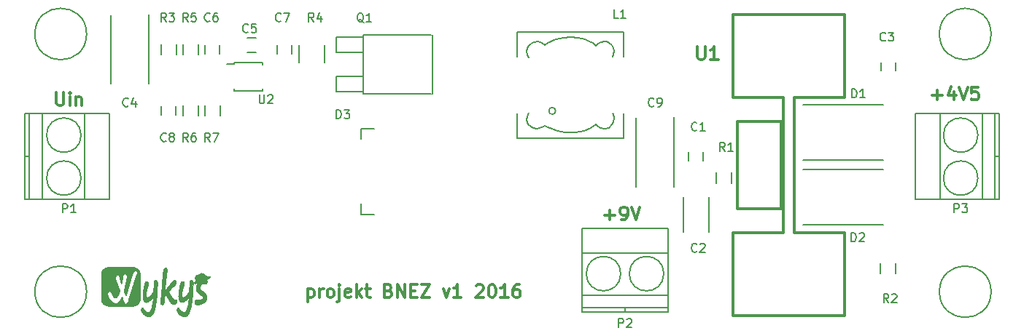
<source format=gbr>
G04 #@! TF.FileFunction,Legend,Top*
%FSLAX46Y46*%
G04 Gerber Fmt 4.6, Leading zero omitted, Abs format (unit mm)*
G04 Created by KiCad (PCBNEW 4.0.4-stable) date 11/27/16 02:50:31*
%MOMM*%
%LPD*%
G01*
G04 APERTURE LIST*
%ADD10C,0.100000*%
%ADD11C,0.300000*%
%ADD12C,0.150000*%
%ADD13C,0.304800*%
%ADD14C,0.010000*%
G04 APERTURE END LIST*
D10*
D11*
X201192144Y-87102143D02*
X202335001Y-87102143D01*
X201763572Y-87673571D02*
X201763572Y-86530714D01*
X203692144Y-86673571D02*
X203692144Y-87673571D01*
X203335001Y-86102143D02*
X202977858Y-87173571D01*
X203906430Y-87173571D01*
X204263572Y-86173571D02*
X204763572Y-87673571D01*
X205263572Y-86173571D01*
X206477858Y-86173571D02*
X205763572Y-86173571D01*
X205692143Y-86887857D01*
X205763572Y-86816429D01*
X205906429Y-86745000D01*
X206263572Y-86745000D01*
X206406429Y-86816429D01*
X206477858Y-86887857D01*
X206549286Y-87030714D01*
X206549286Y-87387857D01*
X206477858Y-87530714D01*
X206406429Y-87602143D01*
X206263572Y-87673571D01*
X205906429Y-87673571D01*
X205763572Y-87602143D01*
X205692143Y-87530714D01*
X163171429Y-101072143D02*
X164314286Y-101072143D01*
X163742857Y-101643571D02*
X163742857Y-100500714D01*
X165100000Y-101643571D02*
X165385715Y-101643571D01*
X165528572Y-101572143D01*
X165600000Y-101500714D01*
X165742858Y-101286429D01*
X165814286Y-101000714D01*
X165814286Y-100429286D01*
X165742858Y-100286429D01*
X165671429Y-100215000D01*
X165528572Y-100143571D01*
X165242858Y-100143571D01*
X165100000Y-100215000D01*
X165028572Y-100286429D01*
X164957143Y-100429286D01*
X164957143Y-100786429D01*
X165028572Y-100929286D01*
X165100000Y-101000714D01*
X165242858Y-101072143D01*
X165528572Y-101072143D01*
X165671429Y-101000714D01*
X165742858Y-100929286D01*
X165814286Y-100786429D01*
X166242857Y-100143571D02*
X166742857Y-101643571D01*
X167242857Y-100143571D01*
X99500714Y-86808571D02*
X99500714Y-88022857D01*
X99572142Y-88165714D01*
X99643571Y-88237143D01*
X99786428Y-88308571D01*
X100072142Y-88308571D01*
X100215000Y-88237143D01*
X100286428Y-88165714D01*
X100357857Y-88022857D01*
X100357857Y-86808571D01*
X101072143Y-88308571D02*
X101072143Y-87308571D01*
X101072143Y-86808571D02*
X101000714Y-86880000D01*
X101072143Y-86951429D01*
X101143571Y-86880000D01*
X101072143Y-86808571D01*
X101072143Y-86951429D01*
X101786429Y-87308571D02*
X101786429Y-88308571D01*
X101786429Y-87451429D02*
X101857857Y-87380000D01*
X102000715Y-87308571D01*
X102215000Y-87308571D01*
X102357857Y-87380000D01*
X102429286Y-87522857D01*
X102429286Y-88308571D01*
X128714287Y-109678571D02*
X128714287Y-111178571D01*
X128714287Y-109750000D02*
X128857144Y-109678571D01*
X129142858Y-109678571D01*
X129285715Y-109750000D01*
X129357144Y-109821429D01*
X129428573Y-109964286D01*
X129428573Y-110392857D01*
X129357144Y-110535714D01*
X129285715Y-110607143D01*
X129142858Y-110678571D01*
X128857144Y-110678571D01*
X128714287Y-110607143D01*
X130071430Y-110678571D02*
X130071430Y-109678571D01*
X130071430Y-109964286D02*
X130142858Y-109821429D01*
X130214287Y-109750000D01*
X130357144Y-109678571D01*
X130500001Y-109678571D01*
X131214287Y-110678571D02*
X131071429Y-110607143D01*
X131000001Y-110535714D01*
X130928572Y-110392857D01*
X130928572Y-109964286D01*
X131000001Y-109821429D01*
X131071429Y-109750000D01*
X131214287Y-109678571D01*
X131428572Y-109678571D01*
X131571429Y-109750000D01*
X131642858Y-109821429D01*
X131714287Y-109964286D01*
X131714287Y-110392857D01*
X131642858Y-110535714D01*
X131571429Y-110607143D01*
X131428572Y-110678571D01*
X131214287Y-110678571D01*
X132357144Y-109678571D02*
X132357144Y-110964286D01*
X132285715Y-111107143D01*
X132142858Y-111178571D01*
X132071430Y-111178571D01*
X132357144Y-109178571D02*
X132285715Y-109250000D01*
X132357144Y-109321429D01*
X132428572Y-109250000D01*
X132357144Y-109178571D01*
X132357144Y-109321429D01*
X133642858Y-110607143D02*
X133500001Y-110678571D01*
X133214287Y-110678571D01*
X133071430Y-110607143D01*
X133000001Y-110464286D01*
X133000001Y-109892857D01*
X133071430Y-109750000D01*
X133214287Y-109678571D01*
X133500001Y-109678571D01*
X133642858Y-109750000D01*
X133714287Y-109892857D01*
X133714287Y-110035714D01*
X133000001Y-110178571D01*
X134357144Y-110678571D02*
X134357144Y-109178571D01*
X134500001Y-110107143D02*
X134928572Y-110678571D01*
X134928572Y-109678571D02*
X134357144Y-110250000D01*
X135357144Y-109678571D02*
X135928573Y-109678571D01*
X135571430Y-109178571D02*
X135571430Y-110464286D01*
X135642858Y-110607143D01*
X135785716Y-110678571D01*
X135928573Y-110678571D01*
X138071430Y-109892857D02*
X138285716Y-109964286D01*
X138357144Y-110035714D01*
X138428573Y-110178571D01*
X138428573Y-110392857D01*
X138357144Y-110535714D01*
X138285716Y-110607143D01*
X138142858Y-110678571D01*
X137571430Y-110678571D01*
X137571430Y-109178571D01*
X138071430Y-109178571D01*
X138214287Y-109250000D01*
X138285716Y-109321429D01*
X138357144Y-109464286D01*
X138357144Y-109607143D01*
X138285716Y-109750000D01*
X138214287Y-109821429D01*
X138071430Y-109892857D01*
X137571430Y-109892857D01*
X139071430Y-110678571D02*
X139071430Y-109178571D01*
X139928573Y-110678571D01*
X139928573Y-109178571D01*
X140642859Y-109892857D02*
X141142859Y-109892857D01*
X141357145Y-110678571D02*
X140642859Y-110678571D01*
X140642859Y-109178571D01*
X141357145Y-109178571D01*
X141857145Y-109178571D02*
X142857145Y-109178571D01*
X141857145Y-110678571D01*
X142857145Y-110678571D01*
X144428573Y-109678571D02*
X144785716Y-110678571D01*
X145142858Y-109678571D01*
X146500001Y-110678571D02*
X145642858Y-110678571D01*
X146071430Y-110678571D02*
X146071430Y-109178571D01*
X145928573Y-109392857D01*
X145785715Y-109535714D01*
X145642858Y-109607143D01*
X148214286Y-109321429D02*
X148285715Y-109250000D01*
X148428572Y-109178571D01*
X148785715Y-109178571D01*
X148928572Y-109250000D01*
X149000001Y-109321429D01*
X149071429Y-109464286D01*
X149071429Y-109607143D01*
X149000001Y-109821429D01*
X148142858Y-110678571D01*
X149071429Y-110678571D01*
X150000000Y-109178571D02*
X150142857Y-109178571D01*
X150285714Y-109250000D01*
X150357143Y-109321429D01*
X150428572Y-109464286D01*
X150500000Y-109750000D01*
X150500000Y-110107143D01*
X150428572Y-110392857D01*
X150357143Y-110535714D01*
X150285714Y-110607143D01*
X150142857Y-110678571D01*
X150000000Y-110678571D01*
X149857143Y-110607143D01*
X149785714Y-110535714D01*
X149714286Y-110392857D01*
X149642857Y-110107143D01*
X149642857Y-109750000D01*
X149714286Y-109464286D01*
X149785714Y-109321429D01*
X149857143Y-109250000D01*
X150000000Y-109178571D01*
X151928571Y-110678571D02*
X151071428Y-110678571D01*
X151500000Y-110678571D02*
X151500000Y-109178571D01*
X151357143Y-109392857D01*
X151214285Y-109535714D01*
X151071428Y-109607143D01*
X153214285Y-109178571D02*
X152928571Y-109178571D01*
X152785714Y-109250000D01*
X152714285Y-109321429D01*
X152571428Y-109535714D01*
X152499999Y-109821429D01*
X152499999Y-110392857D01*
X152571428Y-110535714D01*
X152642856Y-110607143D01*
X152785714Y-110678571D01*
X153071428Y-110678571D01*
X153214285Y-110607143D01*
X153285714Y-110535714D01*
X153357142Y-110392857D01*
X153357142Y-110035714D01*
X153285714Y-109892857D01*
X153214285Y-109821429D01*
X153071428Y-109750000D01*
X152785714Y-109750000D01*
X152642856Y-109821429D01*
X152571428Y-109892857D01*
X152499999Y-110035714D01*
D12*
X134853400Y-100986600D02*
X134853400Y-99736600D01*
X134853400Y-100986600D02*
X136353400Y-100986600D01*
X134853400Y-90986600D02*
X136353400Y-90986600D01*
X134853400Y-90986600D02*
X134853400Y-92236600D01*
X174600000Y-94750000D02*
X174600000Y-93750000D01*
X172900000Y-93750000D02*
X172900000Y-94750000D01*
X172250000Y-103050000D02*
X172250000Y-98950000D01*
X175250000Y-103050000D02*
X175250000Y-98950000D01*
X195187200Y-83294600D02*
X195187200Y-84294600D01*
X196887200Y-84294600D02*
X196887200Y-83294600D01*
X121674000Y-82130000D02*
X122674000Y-82130000D01*
X122674000Y-80430000D02*
X121674000Y-80430000D01*
X116752000Y-81288000D02*
X116752000Y-82288000D01*
X118452000Y-82288000D02*
X118452000Y-81288000D01*
X125134000Y-81288000D02*
X125134000Y-82288000D01*
X126834000Y-82288000D02*
X126834000Y-81288000D01*
X111672000Y-88400000D02*
X111672000Y-89400000D01*
X113372000Y-89400000D02*
X113372000Y-88400000D01*
X195498600Y-94665400D02*
X186198600Y-94665400D01*
X186198600Y-88265400D02*
X195498600Y-88265400D01*
X195498600Y-102209200D02*
X186198600Y-102209200D01*
X186198600Y-95809200D02*
X195498600Y-95809200D01*
X157449594Y-88953340D02*
G75*
G03X157449594Y-88953340I-391234J0D01*
G01*
X164058600Y-89253060D02*
X164160200Y-89354660D01*
X164160200Y-89354660D02*
X164259260Y-89753440D01*
X164259260Y-89753440D02*
X164160200Y-90253820D01*
X164160200Y-90253820D02*
X163959540Y-90553540D01*
X163959540Y-90553540D02*
X163659820Y-90954860D01*
X163659820Y-90954860D02*
X163159440Y-91053920D01*
X163159440Y-91053920D02*
X162659060Y-90954860D01*
X162659060Y-90954860D02*
X162257740Y-90652600D01*
X162257740Y-90652600D02*
X162158680Y-90553540D01*
X162158680Y-90553540D02*
X161559240Y-90954860D01*
X161559240Y-90954860D02*
X160759140Y-91254580D01*
X160759140Y-91254580D02*
X159758380Y-91452700D01*
X159758380Y-91452700D02*
X158559500Y-91452700D01*
X158559500Y-91452700D02*
X157657800Y-91254580D01*
X157657800Y-91254580D02*
X157058360Y-91053920D01*
X157058360Y-91053920D02*
X156557980Y-90853260D01*
X156557980Y-90853260D02*
X156159200Y-90652600D01*
X156159200Y-90652600D02*
X155859480Y-90853260D01*
X155859480Y-90853260D02*
X155260040Y-91053920D01*
X155260040Y-91053920D02*
X154858720Y-90954860D01*
X154858720Y-90954860D02*
X154559000Y-90754200D01*
X154559000Y-90754200D02*
X154259280Y-90553540D01*
X154259280Y-90553540D02*
X154058620Y-90053160D01*
X154058620Y-90053160D02*
X154157680Y-89552780D01*
X154157680Y-89552780D02*
X154358340Y-89154000D01*
X164058600Y-82654140D02*
X164160200Y-82354420D01*
X164160200Y-82354420D02*
X164259260Y-81953100D01*
X164259260Y-81953100D02*
X164160200Y-81653380D01*
X164160200Y-81653380D02*
X163959540Y-81254600D01*
X163959540Y-81254600D02*
X163659820Y-81053940D01*
X163659820Y-81053940D02*
X163360100Y-80853280D01*
X163360100Y-80853280D02*
X163057840Y-80853280D01*
X163057840Y-80853280D02*
X162758120Y-80952340D01*
X162758120Y-80952340D02*
X162458400Y-81053940D01*
X162458400Y-81053940D02*
X162158680Y-81353660D01*
X162158680Y-81353660D02*
X161759900Y-81053940D01*
X161759900Y-81053940D02*
X161358580Y-80853280D01*
X161358580Y-80853280D02*
X160858200Y-80652620D01*
X160858200Y-80652620D02*
X160058100Y-80454500D01*
X160058100Y-80454500D02*
X159158940Y-80352900D01*
X159158940Y-80352900D02*
X158358840Y-80454500D01*
X158358840Y-80454500D02*
X157459680Y-80652620D01*
X157459680Y-80652620D02*
X156557980Y-81053940D01*
X156557980Y-81053940D02*
X156159200Y-81254600D01*
X156159200Y-81254600D02*
X155859480Y-81053940D01*
X155859480Y-81053940D02*
X155458160Y-80853280D01*
X155458160Y-80853280D02*
X154957780Y-80952340D01*
X154957780Y-80952340D02*
X154559000Y-81153000D01*
X154559000Y-81153000D02*
X154259280Y-81452720D01*
X154259280Y-81452720D02*
X154058620Y-81953100D01*
X154058620Y-81953100D02*
X154157680Y-82453480D01*
X154157680Y-82453480D02*
X154358340Y-82753200D01*
X152958800Y-89253060D02*
X152958800Y-92153740D01*
X152958800Y-92153740D02*
X165359080Y-92153740D01*
X165359080Y-92153740D02*
X165359080Y-89253060D01*
X165359080Y-79753460D02*
X152958800Y-79753460D01*
X152958800Y-79753460D02*
X152958800Y-82654140D01*
X165359080Y-79753460D02*
X165359080Y-82654140D01*
X135128000Y-84963000D02*
X131953000Y-84963000D01*
X131953000Y-84963000D02*
X131953000Y-86741000D01*
X131953000Y-86741000D02*
X135128000Y-86741000D01*
X135128000Y-80391000D02*
X131953000Y-80391000D01*
X131953000Y-80391000D02*
X131953000Y-82169000D01*
X131953000Y-82169000D02*
X135128000Y-82169000D01*
X141224000Y-86995000D02*
X135128000Y-86995000D01*
X135128000Y-86995000D02*
X135128000Y-80137000D01*
X135128000Y-80137000D02*
X143002000Y-80137000D01*
X143129000Y-80137000D02*
X143129000Y-86995000D01*
X143002000Y-86995000D02*
X141224000Y-86995000D01*
X176125000Y-97350000D02*
X176125000Y-96150000D01*
X177875000Y-96150000D02*
X177875000Y-97350000D01*
X195136800Y-107864200D02*
X195136800Y-106664200D01*
X196886800Y-106664200D02*
X196886800Y-107864200D01*
X111647000Y-82388000D02*
X111647000Y-81188000D01*
X113397000Y-81188000D02*
X113397000Y-82388000D01*
X127684000Y-83296000D02*
X127684000Y-81296000D01*
X130634000Y-81296000D02*
X130634000Y-83296000D01*
X114187000Y-82388000D02*
X114187000Y-81188000D01*
X115937000Y-81188000D02*
X115937000Y-82388000D01*
X115937000Y-88300000D02*
X115937000Y-89500000D01*
X114187000Y-89500000D02*
X114187000Y-88300000D01*
X116727000Y-89500000D02*
X116727000Y-88300000D01*
X118477000Y-88300000D02*
X118477000Y-89500000D01*
X120168000Y-83338000D02*
X120168000Y-83463000D01*
X123418000Y-83338000D02*
X123418000Y-83553000D01*
X123418000Y-86588000D02*
X123418000Y-86373000D01*
X120168000Y-86588000D02*
X120168000Y-86373000D01*
X120168000Y-83338000D02*
X123418000Y-83338000D01*
X120168000Y-86588000D02*
X123418000Y-86588000D01*
X120168000Y-83463000D02*
X119243000Y-83463000D01*
D13*
X190957200Y-112750600D02*
X190957200Y-103098600D01*
X190957200Y-87350600D02*
X190957200Y-77698600D01*
X185115200Y-103098600D02*
X185115200Y-87350600D01*
X190957200Y-87350600D02*
X185115200Y-87350600D01*
X190957200Y-103098600D02*
X185115200Y-103098600D01*
X183845200Y-87350600D02*
X178003200Y-87350600D01*
X178003200Y-103098600D02*
X183845200Y-103098600D01*
X183845200Y-87350600D02*
X183845200Y-103098600D01*
X178003200Y-103098600D02*
X178003200Y-112750600D01*
X178003200Y-77698600D02*
X178003200Y-87350600D01*
X190957200Y-112750600D02*
X178003200Y-112750600D01*
X190957200Y-77698600D02*
X178003200Y-77698600D01*
X182321200Y-90144600D02*
X178511200Y-90144600D01*
X178511200Y-90144600D02*
X178511200Y-100304600D01*
X178511200Y-100304600D02*
X183591200Y-100304600D01*
X183591200Y-100304600D02*
X183591200Y-90144600D01*
X183591200Y-90144600D02*
X182321200Y-90144600D01*
D12*
X103000000Y-80000000D02*
G75*
G03X103000000Y-80000000I-3000000J0D01*
G01*
X103000000Y-110000000D02*
G75*
G03X103000000Y-110000000I-3000000J0D01*
G01*
X208000000Y-110000000D02*
G75*
G03X208000000Y-110000000I-3000000J0D01*
G01*
X208000000Y-80000000D02*
G75*
G03X208000000Y-80000000I-3000000J0D01*
G01*
D14*
G36*
X111015906Y-108656980D02*
X111026325Y-108657322D01*
X111035765Y-108657871D01*
X111043725Y-108658628D01*
X111048260Y-108659301D01*
X111069729Y-108664180D01*
X111089233Y-108670598D01*
X111106872Y-108678616D01*
X111122745Y-108688292D01*
X111136951Y-108699687D01*
X111149590Y-108712861D01*
X111159642Y-108726190D01*
X111166986Y-108738736D01*
X111173704Y-108753667D01*
X111179798Y-108770988D01*
X111185269Y-108790708D01*
X111190119Y-108812836D01*
X111194348Y-108837378D01*
X111197959Y-108864344D01*
X111200952Y-108893740D01*
X111203329Y-108925574D01*
X111205091Y-108959856D01*
X111206240Y-108996592D01*
X111206487Y-109009400D01*
X111206553Y-109013547D01*
X111206610Y-109017545D01*
X111206654Y-109021483D01*
X111206682Y-109025448D01*
X111206690Y-109029529D01*
X111206674Y-109033814D01*
X111206632Y-109038391D01*
X111206558Y-109043348D01*
X111206451Y-109048774D01*
X111206306Y-109054757D01*
X111206119Y-109061385D01*
X111205888Y-109068746D01*
X111205608Y-109076929D01*
X111205277Y-109086021D01*
X111204890Y-109096112D01*
X111204444Y-109107288D01*
X111203936Y-109119639D01*
X111203362Y-109133253D01*
X111202717Y-109148217D01*
X111202000Y-109164621D01*
X111201206Y-109182552D01*
X111200332Y-109202098D01*
X111199374Y-109223349D01*
X111198329Y-109246391D01*
X111197193Y-109271313D01*
X111195962Y-109298204D01*
X111194634Y-109327152D01*
X111193203Y-109358244D01*
X111191668Y-109391570D01*
X111190024Y-109427217D01*
X111188268Y-109465273D01*
X111187445Y-109483110D01*
X111185903Y-109516509D01*
X111184377Y-109549527D01*
X111182872Y-109582057D01*
X111181393Y-109613990D01*
X111179945Y-109645220D01*
X111178534Y-109675638D01*
X111177164Y-109705139D01*
X111175840Y-109733613D01*
X111174567Y-109760955D01*
X111173351Y-109787056D01*
X111172195Y-109811810D01*
X111171106Y-109835108D01*
X111170089Y-109856844D01*
X111169147Y-109876909D01*
X111168287Y-109895198D01*
X111167513Y-109911601D01*
X111166831Y-109926012D01*
X111166245Y-109938324D01*
X111165760Y-109948429D01*
X111165382Y-109956220D01*
X111165115Y-109961589D01*
X111165099Y-109961900D01*
X111156017Y-110123845D01*
X111145400Y-110284080D01*
X111133221Y-110442938D01*
X111119450Y-110600756D01*
X111104058Y-110757868D01*
X111087016Y-110914610D01*
X111070503Y-111053535D01*
X111056758Y-111159283D01*
X111041936Y-111262795D01*
X111026023Y-111364140D01*
X111009004Y-111463389D01*
X110990865Y-111560612D01*
X110971592Y-111655880D01*
X110951170Y-111749263D01*
X110929585Y-111840832D01*
X110906821Y-111930657D01*
X110882866Y-112018809D01*
X110857703Y-112105357D01*
X110847079Y-112140248D01*
X110829210Y-112196579D01*
X110811139Y-112250387D01*
X110792866Y-112301673D01*
X110774392Y-112350436D01*
X110755717Y-112396674D01*
X110736841Y-112440387D01*
X110717766Y-112481573D01*
X110698491Y-112520232D01*
X110679016Y-112556364D01*
X110659343Y-112589966D01*
X110639472Y-112621039D01*
X110619402Y-112649582D01*
X110599413Y-112675255D01*
X110592078Y-112683889D01*
X110583454Y-112693563D01*
X110574040Y-112703752D01*
X110564334Y-112713930D01*
X110554836Y-112723574D01*
X110546044Y-112732156D01*
X110540137Y-112737651D01*
X110513610Y-112760396D01*
X110486998Y-112780710D01*
X110460124Y-112798698D01*
X110432808Y-112814468D01*
X110404873Y-112828126D01*
X110376140Y-112839779D01*
X110360549Y-112845172D01*
X110333226Y-112853200D01*
X110305550Y-112859536D01*
X110277226Y-112864212D01*
X110247960Y-112867262D01*
X110217459Y-112868718D01*
X110185429Y-112868614D01*
X110159895Y-112867511D01*
X110115143Y-112863602D01*
X110070634Y-112857169D01*
X110026389Y-112848218D01*
X109982434Y-112836756D01*
X109938790Y-112822790D01*
X109895483Y-112806326D01*
X109852535Y-112787370D01*
X109828425Y-112775555D01*
X109818931Y-112770716D01*
X109810577Y-112766400D01*
X109803054Y-112762424D01*
X109796054Y-112758604D01*
X109789271Y-112754756D01*
X109782396Y-112750698D01*
X109775122Y-112746246D01*
X109767142Y-112741215D01*
X109758147Y-112735424D01*
X109747830Y-112728687D01*
X109735884Y-112720822D01*
X109728355Y-112715848D01*
X109688886Y-112688299D01*
X109650286Y-112658451D01*
X109612687Y-112626433D01*
X109576218Y-112592374D01*
X109541010Y-112556406D01*
X109507193Y-112518657D01*
X109474896Y-112479258D01*
X109444249Y-112438338D01*
X109429970Y-112417911D01*
X109408606Y-112385474D01*
X109389539Y-112354062D01*
X109372755Y-112323644D01*
X109358241Y-112294190D01*
X109345983Y-112265668D01*
X109335967Y-112238048D01*
X109328181Y-112211298D01*
X109322610Y-112185388D01*
X109319683Y-112164715D01*
X109318871Y-112153593D01*
X109318554Y-112140508D01*
X109318701Y-112125980D01*
X109319285Y-112110532D01*
X109320277Y-112094685D01*
X109321649Y-112078960D01*
X109323371Y-112063880D01*
X109325415Y-112049966D01*
X109326226Y-112045335D01*
X109331484Y-112021246D01*
X109338080Y-111998761D01*
X109345956Y-111977981D01*
X109355054Y-111959007D01*
X109365314Y-111941938D01*
X109376679Y-111926875D01*
X109389089Y-111913920D01*
X109402487Y-111903173D01*
X109412589Y-111896925D01*
X109425809Y-111890929D01*
X109439886Y-111886792D01*
X109454344Y-111884562D01*
X109468705Y-111884286D01*
X109482492Y-111886009D01*
X109493212Y-111889012D01*
X109501606Y-111892523D01*
X109509282Y-111896827D01*
X109516844Y-111902331D01*
X109524896Y-111909444D01*
X109528175Y-111912620D01*
X109534185Y-111918794D01*
X109539534Y-111924888D01*
X109544541Y-111931346D01*
X109549522Y-111938615D01*
X109554796Y-111947141D01*
X109560679Y-111957369D01*
X109563091Y-111961707D01*
X109587076Y-112003114D01*
X109612005Y-112042174D01*
X109637900Y-112078909D01*
X109664780Y-112113337D01*
X109692666Y-112145478D01*
X109721578Y-112175351D01*
X109751536Y-112202977D01*
X109782560Y-112228375D01*
X109814672Y-112251564D01*
X109847889Y-112272565D01*
X109882235Y-112291397D01*
X109917727Y-112308080D01*
X109920822Y-112309410D01*
X109954591Y-112322594D01*
X109989819Y-112334015D01*
X110026107Y-112343598D01*
X110063052Y-112351263D01*
X110100255Y-112356935D01*
X110137314Y-112360535D01*
X110173829Y-112361985D01*
X110191915Y-112361876D01*
X110202830Y-112361555D01*
X110211750Y-112361048D01*
X110219219Y-112360246D01*
X110225779Y-112359036D01*
X110231975Y-112357306D01*
X110238350Y-112354946D01*
X110245448Y-112351843D01*
X110249061Y-112350157D01*
X110265703Y-112341010D01*
X110282287Y-112329326D01*
X110298812Y-112315106D01*
X110315279Y-112298351D01*
X110331688Y-112279058D01*
X110348039Y-112257229D01*
X110364332Y-112232864D01*
X110380567Y-112205960D01*
X110396745Y-112176520D01*
X110412865Y-112144541D01*
X110428928Y-112110025D01*
X110444934Y-112072970D01*
X110460883Y-112033377D01*
X110476775Y-111991245D01*
X110492611Y-111946574D01*
X110497728Y-111931558D01*
X110521117Y-111859415D01*
X110543321Y-111785039D01*
X110564338Y-111708445D01*
X110584166Y-111629649D01*
X110602800Y-111548666D01*
X110620240Y-111465512D01*
X110636481Y-111380202D01*
X110651521Y-111292751D01*
X110665357Y-111203175D01*
X110677986Y-111111489D01*
X110689406Y-111017710D01*
X110699614Y-110921851D01*
X110708606Y-110823929D01*
X110714821Y-110745490D01*
X110715876Y-110731027D01*
X110716909Y-110716517D01*
X110717907Y-110702186D01*
X110718855Y-110688260D01*
X110719738Y-110674966D01*
X110720542Y-110662531D01*
X110721254Y-110651182D01*
X110721858Y-110641146D01*
X110722340Y-110632649D01*
X110722685Y-110625918D01*
X110722881Y-110621180D01*
X110722911Y-110618662D01*
X110722876Y-110618333D01*
X110721950Y-110618851D01*
X110719603Y-110621033D01*
X110716080Y-110624624D01*
X110711625Y-110629374D01*
X110706484Y-110635028D01*
X110704056Y-110637750D01*
X110659192Y-110687762D01*
X110615340Y-110735462D01*
X110572484Y-110780862D01*
X110530612Y-110823973D01*
X110489708Y-110864808D01*
X110449759Y-110903377D01*
X110410751Y-110939693D01*
X110372670Y-110973767D01*
X110335501Y-111005612D01*
X110299230Y-111035238D01*
X110263843Y-111062658D01*
X110229327Y-111087884D01*
X110195667Y-111110927D01*
X110162848Y-111131799D01*
X110130858Y-111150512D01*
X110099681Y-111167077D01*
X110069304Y-111181506D01*
X110039712Y-111193812D01*
X110034424Y-111195818D01*
X110009355Y-111204332D01*
X109984281Y-111211177D01*
X109959518Y-111216302D01*
X109935381Y-111219652D01*
X109912188Y-111221176D01*
X109890255Y-111220820D01*
X109886210Y-111220532D01*
X109859605Y-111217343D01*
X109834378Y-111212135D01*
X109810331Y-111204823D01*
X109787264Y-111195326D01*
X109764979Y-111183558D01*
X109743278Y-111169436D01*
X109721961Y-111152876D01*
X109718395Y-111149842D01*
X109700225Y-111132792D01*
X109682470Y-111113354D01*
X109665196Y-111091656D01*
X109648471Y-111067827D01*
X109632364Y-111041995D01*
X109616940Y-111014287D01*
X109602268Y-110984833D01*
X109588415Y-110953760D01*
X109575449Y-110921197D01*
X109563436Y-110887271D01*
X109552444Y-110852112D01*
X109542540Y-110815847D01*
X109542251Y-110814705D01*
X109535080Y-110784602D01*
X109528696Y-110754091D01*
X109523097Y-110723048D01*
X109518279Y-110691348D01*
X109514241Y-110658869D01*
X109510978Y-110625486D01*
X109508490Y-110591077D01*
X109506772Y-110555518D01*
X109505823Y-110518685D01*
X109505639Y-110480454D01*
X109506218Y-110440703D01*
X109507557Y-110399307D01*
X109509653Y-110356143D01*
X109512504Y-110311088D01*
X109516106Y-110264018D01*
X109520458Y-110214808D01*
X109525557Y-110163337D01*
X109527515Y-110144780D01*
X109532025Y-110104188D01*
X109537016Y-110062012D01*
X109542459Y-110018434D01*
X109548323Y-109973631D01*
X109554577Y-109927783D01*
X109561191Y-109881070D01*
X109568134Y-109833672D01*
X109575375Y-109785768D01*
X109582883Y-109737537D01*
X109590628Y-109689159D01*
X109598580Y-109640813D01*
X109606707Y-109592680D01*
X109614979Y-109544938D01*
X109623365Y-109497767D01*
X109631834Y-109451347D01*
X109640357Y-109405856D01*
X109648901Y-109361476D01*
X109657437Y-109318384D01*
X109665934Y-109276762D01*
X109674361Y-109236787D01*
X109682688Y-109198640D01*
X109690883Y-109162501D01*
X109698916Y-109128548D01*
X109706094Y-109099570D01*
X109713578Y-109070630D01*
X109720762Y-109044049D01*
X109727710Y-109019670D01*
X109734484Y-108997337D01*
X109741147Y-108976895D01*
X109747762Y-108958187D01*
X109754392Y-108941058D01*
X109761098Y-108925351D01*
X109767945Y-108910912D01*
X109774995Y-108897583D01*
X109782310Y-108885209D01*
X109789953Y-108873634D01*
X109797988Y-108862702D01*
X109804893Y-108854131D01*
X109820326Y-108837653D01*
X109837573Y-108822781D01*
X109856355Y-108809687D01*
X109876390Y-108798540D01*
X109897398Y-108789512D01*
X109919099Y-108782772D01*
X109924310Y-108781530D01*
X109935563Y-108779348D01*
X109947722Y-108777597D01*
X109960302Y-108776299D01*
X109972817Y-108775478D01*
X109984782Y-108775157D01*
X109995711Y-108775359D01*
X110005119Y-108776107D01*
X110012241Y-108777352D01*
X110028032Y-108782315D01*
X110042515Y-108789076D01*
X110055957Y-108797812D01*
X110068625Y-108808702D01*
X110080784Y-108821921D01*
X110082471Y-108823980D01*
X110091694Y-108836683D01*
X110100732Y-108851652D01*
X110109474Y-108868613D01*
X110117814Y-108887293D01*
X110125641Y-108907417D01*
X110132848Y-108928714D01*
X110139326Y-108950908D01*
X110144966Y-108973728D01*
X110148360Y-108989939D01*
X110150494Y-109002002D01*
X110152454Y-109015092D01*
X110154208Y-109028826D01*
X110155728Y-109042823D01*
X110156982Y-109056703D01*
X110157941Y-109070084D01*
X110158576Y-109082585D01*
X110158854Y-109093826D01*
X110158748Y-109103425D01*
X110158226Y-109111000D01*
X110158028Y-109112533D01*
X110156755Y-109120001D01*
X110154872Y-109129130D01*
X110152367Y-109139965D01*
X110149225Y-109152552D01*
X110145433Y-109166938D01*
X110140976Y-109183169D01*
X110135841Y-109201292D01*
X110130015Y-109221353D01*
X110123484Y-109243398D01*
X110116233Y-109267474D01*
X110108249Y-109293626D01*
X110099519Y-109321902D01*
X110090029Y-109352348D01*
X110079765Y-109385009D01*
X110068713Y-109419933D01*
X110056859Y-109457165D01*
X110044289Y-109496445D01*
X110033915Y-109528959D01*
X110024336Y-109559358D01*
X110015473Y-109587911D01*
X110007250Y-109614886D01*
X109999588Y-109640554D01*
X109992409Y-109665184D01*
X109985636Y-109689045D01*
X109979190Y-109712407D01*
X109972993Y-109735539D01*
X109966969Y-109758710D01*
X109961038Y-109782191D01*
X109957273Y-109797435D01*
X109944467Y-109851561D01*
X109933016Y-109903947D01*
X109922860Y-109954964D01*
X109913940Y-110004980D01*
X109906195Y-110054366D01*
X109899567Y-110103492D01*
X109893995Y-110152727D01*
X109889419Y-110202441D01*
X109887189Y-110231775D01*
X109886795Y-110238954D01*
X109886455Y-110248296D01*
X109886169Y-110259481D01*
X109885938Y-110272188D01*
X109885760Y-110286096D01*
X109885637Y-110300884D01*
X109885567Y-110316231D01*
X109885552Y-110331816D01*
X109885590Y-110347319D01*
X109885683Y-110362418D01*
X109885829Y-110376792D01*
X109886029Y-110390122D01*
X109886283Y-110402085D01*
X109886590Y-110412362D01*
X109886951Y-110420631D01*
X109887217Y-110424815D01*
X109889751Y-110454164D01*
X109892727Y-110481201D01*
X109896188Y-110506121D01*
X109900175Y-110529121D01*
X109904732Y-110550395D01*
X109909900Y-110570140D01*
X109915722Y-110588551D01*
X109922239Y-110605825D01*
X109929494Y-110622157D01*
X109929914Y-110623028D01*
X109937622Y-110638043D01*
X109945098Y-110650672D01*
X109952445Y-110661051D01*
X109959763Y-110669311D01*
X109967156Y-110675586D01*
X109972676Y-110679000D01*
X109975907Y-110680606D01*
X109978728Y-110681641D01*
X109981831Y-110682220D01*
X109985906Y-110682458D01*
X109991645Y-110682468D01*
X109993525Y-110682448D01*
X110012436Y-110681185D01*
X110032633Y-110677883D01*
X110053978Y-110672608D01*
X110076333Y-110665424D01*
X110099560Y-110656396D01*
X110123521Y-110645589D01*
X110148079Y-110633067D01*
X110173095Y-110618897D01*
X110198432Y-110603142D01*
X110223952Y-110585868D01*
X110249518Y-110567140D01*
X110266570Y-110553836D01*
X110290949Y-110533661D01*
X110316391Y-110511280D01*
X110342826Y-110486763D01*
X110370185Y-110460178D01*
X110398399Y-110431594D01*
X110427399Y-110401080D01*
X110457116Y-110368703D01*
X110486309Y-110335870D01*
X110511813Y-110306463D01*
X110535422Y-110278620D01*
X110557185Y-110252275D01*
X110577153Y-110227359D01*
X110595376Y-110203805D01*
X110611905Y-110181545D01*
X110626788Y-110160511D01*
X110640078Y-110140635D01*
X110651822Y-110121850D01*
X110662073Y-110104088D01*
X110670880Y-110087281D01*
X110672244Y-110084500D01*
X110684578Y-110057251D01*
X110696235Y-110027806D01*
X110707142Y-109996436D01*
X110717228Y-109963411D01*
X110726419Y-109929001D01*
X110734644Y-109893478D01*
X110741831Y-109857112D01*
X110747908Y-109820173D01*
X110752802Y-109782933D01*
X110752886Y-109782195D01*
X110755024Y-109762790D01*
X110757083Y-109742748D01*
X110759068Y-109721966D01*
X110760985Y-109700339D01*
X110762839Y-109677763D01*
X110764637Y-109654135D01*
X110766384Y-109629350D01*
X110768086Y-109603304D01*
X110769750Y-109575893D01*
X110771380Y-109547014D01*
X110772982Y-109516563D01*
X110774563Y-109484435D01*
X110776127Y-109450527D01*
X110777682Y-109414734D01*
X110779232Y-109376953D01*
X110780784Y-109337080D01*
X110782344Y-109295010D01*
X110783916Y-109250640D01*
X110785508Y-109203866D01*
X110785998Y-109189105D01*
X110787302Y-109150617D01*
X110788591Y-109114611D01*
X110789868Y-109081027D01*
X110791137Y-109049805D01*
X110792401Y-109020888D01*
X110793662Y-108994216D01*
X110794924Y-108969729D01*
X110796190Y-108947370D01*
X110797463Y-108927078D01*
X110798746Y-108908796D01*
X110800042Y-108892464D01*
X110801354Y-108878022D01*
X110802686Y-108865413D01*
X110803232Y-108860810D01*
X110807461Y-108836570D01*
X110814137Y-108812420D01*
X110823167Y-108788567D01*
X110834460Y-108765219D01*
X110847927Y-108742586D01*
X110863474Y-108720874D01*
X110865856Y-108717863D01*
X110879672Y-108702516D01*
X110894811Y-108689324D01*
X110911316Y-108678263D01*
X110929229Y-108669306D01*
X110948592Y-108662426D01*
X110960924Y-108659285D01*
X110966684Y-108658382D01*
X110974474Y-108657686D01*
X110983793Y-108657198D01*
X110994138Y-108656918D01*
X111005010Y-108656845D01*
X111015906Y-108656980D01*
X111015906Y-108656980D01*
G37*
X111015906Y-108656980D02*
X111026325Y-108657322D01*
X111035765Y-108657871D01*
X111043725Y-108658628D01*
X111048260Y-108659301D01*
X111069729Y-108664180D01*
X111089233Y-108670598D01*
X111106872Y-108678616D01*
X111122745Y-108688292D01*
X111136951Y-108699687D01*
X111149590Y-108712861D01*
X111159642Y-108726190D01*
X111166986Y-108738736D01*
X111173704Y-108753667D01*
X111179798Y-108770988D01*
X111185269Y-108790708D01*
X111190119Y-108812836D01*
X111194348Y-108837378D01*
X111197959Y-108864344D01*
X111200952Y-108893740D01*
X111203329Y-108925574D01*
X111205091Y-108959856D01*
X111206240Y-108996592D01*
X111206487Y-109009400D01*
X111206553Y-109013547D01*
X111206610Y-109017545D01*
X111206654Y-109021483D01*
X111206682Y-109025448D01*
X111206690Y-109029529D01*
X111206674Y-109033814D01*
X111206632Y-109038391D01*
X111206558Y-109043348D01*
X111206451Y-109048774D01*
X111206306Y-109054757D01*
X111206119Y-109061385D01*
X111205888Y-109068746D01*
X111205608Y-109076929D01*
X111205277Y-109086021D01*
X111204890Y-109096112D01*
X111204444Y-109107288D01*
X111203936Y-109119639D01*
X111203362Y-109133253D01*
X111202717Y-109148217D01*
X111202000Y-109164621D01*
X111201206Y-109182552D01*
X111200332Y-109202098D01*
X111199374Y-109223349D01*
X111198329Y-109246391D01*
X111197193Y-109271313D01*
X111195962Y-109298204D01*
X111194634Y-109327152D01*
X111193203Y-109358244D01*
X111191668Y-109391570D01*
X111190024Y-109427217D01*
X111188268Y-109465273D01*
X111187445Y-109483110D01*
X111185903Y-109516509D01*
X111184377Y-109549527D01*
X111182872Y-109582057D01*
X111181393Y-109613990D01*
X111179945Y-109645220D01*
X111178534Y-109675638D01*
X111177164Y-109705139D01*
X111175840Y-109733613D01*
X111174567Y-109760955D01*
X111173351Y-109787056D01*
X111172195Y-109811810D01*
X111171106Y-109835108D01*
X111170089Y-109856844D01*
X111169147Y-109876909D01*
X111168287Y-109895198D01*
X111167513Y-109911601D01*
X111166831Y-109926012D01*
X111166245Y-109938324D01*
X111165760Y-109948429D01*
X111165382Y-109956220D01*
X111165115Y-109961589D01*
X111165099Y-109961900D01*
X111156017Y-110123845D01*
X111145400Y-110284080D01*
X111133221Y-110442938D01*
X111119450Y-110600756D01*
X111104058Y-110757868D01*
X111087016Y-110914610D01*
X111070503Y-111053535D01*
X111056758Y-111159283D01*
X111041936Y-111262795D01*
X111026023Y-111364140D01*
X111009004Y-111463389D01*
X110990865Y-111560612D01*
X110971592Y-111655880D01*
X110951170Y-111749263D01*
X110929585Y-111840832D01*
X110906821Y-111930657D01*
X110882866Y-112018809D01*
X110857703Y-112105357D01*
X110847079Y-112140248D01*
X110829210Y-112196579D01*
X110811139Y-112250387D01*
X110792866Y-112301673D01*
X110774392Y-112350436D01*
X110755717Y-112396674D01*
X110736841Y-112440387D01*
X110717766Y-112481573D01*
X110698491Y-112520232D01*
X110679016Y-112556364D01*
X110659343Y-112589966D01*
X110639472Y-112621039D01*
X110619402Y-112649582D01*
X110599413Y-112675255D01*
X110592078Y-112683889D01*
X110583454Y-112693563D01*
X110574040Y-112703752D01*
X110564334Y-112713930D01*
X110554836Y-112723574D01*
X110546044Y-112732156D01*
X110540137Y-112737651D01*
X110513610Y-112760396D01*
X110486998Y-112780710D01*
X110460124Y-112798698D01*
X110432808Y-112814468D01*
X110404873Y-112828126D01*
X110376140Y-112839779D01*
X110360549Y-112845172D01*
X110333226Y-112853200D01*
X110305550Y-112859536D01*
X110277226Y-112864212D01*
X110247960Y-112867262D01*
X110217459Y-112868718D01*
X110185429Y-112868614D01*
X110159895Y-112867511D01*
X110115143Y-112863602D01*
X110070634Y-112857169D01*
X110026389Y-112848218D01*
X109982434Y-112836756D01*
X109938790Y-112822790D01*
X109895483Y-112806326D01*
X109852535Y-112787370D01*
X109828425Y-112775555D01*
X109818931Y-112770716D01*
X109810577Y-112766400D01*
X109803054Y-112762424D01*
X109796054Y-112758604D01*
X109789271Y-112754756D01*
X109782396Y-112750698D01*
X109775122Y-112746246D01*
X109767142Y-112741215D01*
X109758147Y-112735424D01*
X109747830Y-112728687D01*
X109735884Y-112720822D01*
X109728355Y-112715848D01*
X109688886Y-112688299D01*
X109650286Y-112658451D01*
X109612687Y-112626433D01*
X109576218Y-112592374D01*
X109541010Y-112556406D01*
X109507193Y-112518657D01*
X109474896Y-112479258D01*
X109444249Y-112438338D01*
X109429970Y-112417911D01*
X109408606Y-112385474D01*
X109389539Y-112354062D01*
X109372755Y-112323644D01*
X109358241Y-112294190D01*
X109345983Y-112265668D01*
X109335967Y-112238048D01*
X109328181Y-112211298D01*
X109322610Y-112185388D01*
X109319683Y-112164715D01*
X109318871Y-112153593D01*
X109318554Y-112140508D01*
X109318701Y-112125980D01*
X109319285Y-112110532D01*
X109320277Y-112094685D01*
X109321649Y-112078960D01*
X109323371Y-112063880D01*
X109325415Y-112049966D01*
X109326226Y-112045335D01*
X109331484Y-112021246D01*
X109338080Y-111998761D01*
X109345956Y-111977981D01*
X109355054Y-111959007D01*
X109365314Y-111941938D01*
X109376679Y-111926875D01*
X109389089Y-111913920D01*
X109402487Y-111903173D01*
X109412589Y-111896925D01*
X109425809Y-111890929D01*
X109439886Y-111886792D01*
X109454344Y-111884562D01*
X109468705Y-111884286D01*
X109482492Y-111886009D01*
X109493212Y-111889012D01*
X109501606Y-111892523D01*
X109509282Y-111896827D01*
X109516844Y-111902331D01*
X109524896Y-111909444D01*
X109528175Y-111912620D01*
X109534185Y-111918794D01*
X109539534Y-111924888D01*
X109544541Y-111931346D01*
X109549522Y-111938615D01*
X109554796Y-111947141D01*
X109560679Y-111957369D01*
X109563091Y-111961707D01*
X109587076Y-112003114D01*
X109612005Y-112042174D01*
X109637900Y-112078909D01*
X109664780Y-112113337D01*
X109692666Y-112145478D01*
X109721578Y-112175351D01*
X109751536Y-112202977D01*
X109782560Y-112228375D01*
X109814672Y-112251564D01*
X109847889Y-112272565D01*
X109882235Y-112291397D01*
X109917727Y-112308080D01*
X109920822Y-112309410D01*
X109954591Y-112322594D01*
X109989819Y-112334015D01*
X110026107Y-112343598D01*
X110063052Y-112351263D01*
X110100255Y-112356935D01*
X110137314Y-112360535D01*
X110173829Y-112361985D01*
X110191915Y-112361876D01*
X110202830Y-112361555D01*
X110211750Y-112361048D01*
X110219219Y-112360246D01*
X110225779Y-112359036D01*
X110231975Y-112357306D01*
X110238350Y-112354946D01*
X110245448Y-112351843D01*
X110249061Y-112350157D01*
X110265703Y-112341010D01*
X110282287Y-112329326D01*
X110298812Y-112315106D01*
X110315279Y-112298351D01*
X110331688Y-112279058D01*
X110348039Y-112257229D01*
X110364332Y-112232864D01*
X110380567Y-112205960D01*
X110396745Y-112176520D01*
X110412865Y-112144541D01*
X110428928Y-112110025D01*
X110444934Y-112072970D01*
X110460883Y-112033377D01*
X110476775Y-111991245D01*
X110492611Y-111946574D01*
X110497728Y-111931558D01*
X110521117Y-111859415D01*
X110543321Y-111785039D01*
X110564338Y-111708445D01*
X110584166Y-111629649D01*
X110602800Y-111548666D01*
X110620240Y-111465512D01*
X110636481Y-111380202D01*
X110651521Y-111292751D01*
X110665357Y-111203175D01*
X110677986Y-111111489D01*
X110689406Y-111017710D01*
X110699614Y-110921851D01*
X110708606Y-110823929D01*
X110714821Y-110745490D01*
X110715876Y-110731027D01*
X110716909Y-110716517D01*
X110717907Y-110702186D01*
X110718855Y-110688260D01*
X110719738Y-110674966D01*
X110720542Y-110662531D01*
X110721254Y-110651182D01*
X110721858Y-110641146D01*
X110722340Y-110632649D01*
X110722685Y-110625918D01*
X110722881Y-110621180D01*
X110722911Y-110618662D01*
X110722876Y-110618333D01*
X110721950Y-110618851D01*
X110719603Y-110621033D01*
X110716080Y-110624624D01*
X110711625Y-110629374D01*
X110706484Y-110635028D01*
X110704056Y-110637750D01*
X110659192Y-110687762D01*
X110615340Y-110735462D01*
X110572484Y-110780862D01*
X110530612Y-110823973D01*
X110489708Y-110864808D01*
X110449759Y-110903377D01*
X110410751Y-110939693D01*
X110372670Y-110973767D01*
X110335501Y-111005612D01*
X110299230Y-111035238D01*
X110263843Y-111062658D01*
X110229327Y-111087884D01*
X110195667Y-111110927D01*
X110162848Y-111131799D01*
X110130858Y-111150512D01*
X110099681Y-111167077D01*
X110069304Y-111181506D01*
X110039712Y-111193812D01*
X110034424Y-111195818D01*
X110009355Y-111204332D01*
X109984281Y-111211177D01*
X109959518Y-111216302D01*
X109935381Y-111219652D01*
X109912188Y-111221176D01*
X109890255Y-111220820D01*
X109886210Y-111220532D01*
X109859605Y-111217343D01*
X109834378Y-111212135D01*
X109810331Y-111204823D01*
X109787264Y-111195326D01*
X109764979Y-111183558D01*
X109743278Y-111169436D01*
X109721961Y-111152876D01*
X109718395Y-111149842D01*
X109700225Y-111132792D01*
X109682470Y-111113354D01*
X109665196Y-111091656D01*
X109648471Y-111067827D01*
X109632364Y-111041995D01*
X109616940Y-111014287D01*
X109602268Y-110984833D01*
X109588415Y-110953760D01*
X109575449Y-110921197D01*
X109563436Y-110887271D01*
X109552444Y-110852112D01*
X109542540Y-110815847D01*
X109542251Y-110814705D01*
X109535080Y-110784602D01*
X109528696Y-110754091D01*
X109523097Y-110723048D01*
X109518279Y-110691348D01*
X109514241Y-110658869D01*
X109510978Y-110625486D01*
X109508490Y-110591077D01*
X109506772Y-110555518D01*
X109505823Y-110518685D01*
X109505639Y-110480454D01*
X109506218Y-110440703D01*
X109507557Y-110399307D01*
X109509653Y-110356143D01*
X109512504Y-110311088D01*
X109516106Y-110264018D01*
X109520458Y-110214808D01*
X109525557Y-110163337D01*
X109527515Y-110144780D01*
X109532025Y-110104188D01*
X109537016Y-110062012D01*
X109542459Y-110018434D01*
X109548323Y-109973631D01*
X109554577Y-109927783D01*
X109561191Y-109881070D01*
X109568134Y-109833672D01*
X109575375Y-109785768D01*
X109582883Y-109737537D01*
X109590628Y-109689159D01*
X109598580Y-109640813D01*
X109606707Y-109592680D01*
X109614979Y-109544938D01*
X109623365Y-109497767D01*
X109631834Y-109451347D01*
X109640357Y-109405856D01*
X109648901Y-109361476D01*
X109657437Y-109318384D01*
X109665934Y-109276762D01*
X109674361Y-109236787D01*
X109682688Y-109198640D01*
X109690883Y-109162501D01*
X109698916Y-109128548D01*
X109706094Y-109099570D01*
X109713578Y-109070630D01*
X109720762Y-109044049D01*
X109727710Y-109019670D01*
X109734484Y-108997337D01*
X109741147Y-108976895D01*
X109747762Y-108958187D01*
X109754392Y-108941058D01*
X109761098Y-108925351D01*
X109767945Y-108910912D01*
X109774995Y-108897583D01*
X109782310Y-108885209D01*
X109789953Y-108873634D01*
X109797988Y-108862702D01*
X109804893Y-108854131D01*
X109820326Y-108837653D01*
X109837573Y-108822781D01*
X109856355Y-108809687D01*
X109876390Y-108798540D01*
X109897398Y-108789512D01*
X109919099Y-108782772D01*
X109924310Y-108781530D01*
X109935563Y-108779348D01*
X109947722Y-108777597D01*
X109960302Y-108776299D01*
X109972817Y-108775478D01*
X109984782Y-108775157D01*
X109995711Y-108775359D01*
X110005119Y-108776107D01*
X110012241Y-108777352D01*
X110028032Y-108782315D01*
X110042515Y-108789076D01*
X110055957Y-108797812D01*
X110068625Y-108808702D01*
X110080784Y-108821921D01*
X110082471Y-108823980D01*
X110091694Y-108836683D01*
X110100732Y-108851652D01*
X110109474Y-108868613D01*
X110117814Y-108887293D01*
X110125641Y-108907417D01*
X110132848Y-108928714D01*
X110139326Y-108950908D01*
X110144966Y-108973728D01*
X110148360Y-108989939D01*
X110150494Y-109002002D01*
X110152454Y-109015092D01*
X110154208Y-109028826D01*
X110155728Y-109042823D01*
X110156982Y-109056703D01*
X110157941Y-109070084D01*
X110158576Y-109082585D01*
X110158854Y-109093826D01*
X110158748Y-109103425D01*
X110158226Y-109111000D01*
X110158028Y-109112533D01*
X110156755Y-109120001D01*
X110154872Y-109129130D01*
X110152367Y-109139965D01*
X110149225Y-109152552D01*
X110145433Y-109166938D01*
X110140976Y-109183169D01*
X110135841Y-109201292D01*
X110130015Y-109221353D01*
X110123484Y-109243398D01*
X110116233Y-109267474D01*
X110108249Y-109293626D01*
X110099519Y-109321902D01*
X110090029Y-109352348D01*
X110079765Y-109385009D01*
X110068713Y-109419933D01*
X110056859Y-109457165D01*
X110044289Y-109496445D01*
X110033915Y-109528959D01*
X110024336Y-109559358D01*
X110015473Y-109587911D01*
X110007250Y-109614886D01*
X109999588Y-109640554D01*
X109992409Y-109665184D01*
X109985636Y-109689045D01*
X109979190Y-109712407D01*
X109972993Y-109735539D01*
X109966969Y-109758710D01*
X109961038Y-109782191D01*
X109957273Y-109797435D01*
X109944467Y-109851561D01*
X109933016Y-109903947D01*
X109922860Y-109954964D01*
X109913940Y-110004980D01*
X109906195Y-110054366D01*
X109899567Y-110103492D01*
X109893995Y-110152727D01*
X109889419Y-110202441D01*
X109887189Y-110231775D01*
X109886795Y-110238954D01*
X109886455Y-110248296D01*
X109886169Y-110259481D01*
X109885938Y-110272188D01*
X109885760Y-110286096D01*
X109885637Y-110300884D01*
X109885567Y-110316231D01*
X109885552Y-110331816D01*
X109885590Y-110347319D01*
X109885683Y-110362418D01*
X109885829Y-110376792D01*
X109886029Y-110390122D01*
X109886283Y-110402085D01*
X109886590Y-110412362D01*
X109886951Y-110420631D01*
X109887217Y-110424815D01*
X109889751Y-110454164D01*
X109892727Y-110481201D01*
X109896188Y-110506121D01*
X109900175Y-110529121D01*
X109904732Y-110550395D01*
X109909900Y-110570140D01*
X109915722Y-110588551D01*
X109922239Y-110605825D01*
X109929494Y-110622157D01*
X109929914Y-110623028D01*
X109937622Y-110638043D01*
X109945098Y-110650672D01*
X109952445Y-110661051D01*
X109959763Y-110669311D01*
X109967156Y-110675586D01*
X109972676Y-110679000D01*
X109975907Y-110680606D01*
X109978728Y-110681641D01*
X109981831Y-110682220D01*
X109985906Y-110682458D01*
X109991645Y-110682468D01*
X109993525Y-110682448D01*
X110012436Y-110681185D01*
X110032633Y-110677883D01*
X110053978Y-110672608D01*
X110076333Y-110665424D01*
X110099560Y-110656396D01*
X110123521Y-110645589D01*
X110148079Y-110633067D01*
X110173095Y-110618897D01*
X110198432Y-110603142D01*
X110223952Y-110585868D01*
X110249518Y-110567140D01*
X110266570Y-110553836D01*
X110290949Y-110533661D01*
X110316391Y-110511280D01*
X110342826Y-110486763D01*
X110370185Y-110460178D01*
X110398399Y-110431594D01*
X110427399Y-110401080D01*
X110457116Y-110368703D01*
X110486309Y-110335870D01*
X110511813Y-110306463D01*
X110535422Y-110278620D01*
X110557185Y-110252275D01*
X110577153Y-110227359D01*
X110595376Y-110203805D01*
X110611905Y-110181545D01*
X110626788Y-110160511D01*
X110640078Y-110140635D01*
X110651822Y-110121850D01*
X110662073Y-110104088D01*
X110670880Y-110087281D01*
X110672244Y-110084500D01*
X110684578Y-110057251D01*
X110696235Y-110027806D01*
X110707142Y-109996436D01*
X110717228Y-109963411D01*
X110726419Y-109929001D01*
X110734644Y-109893478D01*
X110741831Y-109857112D01*
X110747908Y-109820173D01*
X110752802Y-109782933D01*
X110752886Y-109782195D01*
X110755024Y-109762790D01*
X110757083Y-109742748D01*
X110759068Y-109721966D01*
X110760985Y-109700339D01*
X110762839Y-109677763D01*
X110764637Y-109654135D01*
X110766384Y-109629350D01*
X110768086Y-109603304D01*
X110769750Y-109575893D01*
X110771380Y-109547014D01*
X110772982Y-109516563D01*
X110774563Y-109484435D01*
X110776127Y-109450527D01*
X110777682Y-109414734D01*
X110779232Y-109376953D01*
X110780784Y-109337080D01*
X110782344Y-109295010D01*
X110783916Y-109250640D01*
X110785508Y-109203866D01*
X110785998Y-109189105D01*
X110787302Y-109150617D01*
X110788591Y-109114611D01*
X110789868Y-109081027D01*
X110791137Y-109049805D01*
X110792401Y-109020888D01*
X110793662Y-108994216D01*
X110794924Y-108969729D01*
X110796190Y-108947370D01*
X110797463Y-108927078D01*
X110798746Y-108908796D01*
X110800042Y-108892464D01*
X110801354Y-108878022D01*
X110802686Y-108865413D01*
X110803232Y-108860810D01*
X110807461Y-108836570D01*
X110814137Y-108812420D01*
X110823167Y-108788567D01*
X110834460Y-108765219D01*
X110847927Y-108742586D01*
X110863474Y-108720874D01*
X110865856Y-108717863D01*
X110879672Y-108702516D01*
X110894811Y-108689324D01*
X110911316Y-108678263D01*
X110929229Y-108669306D01*
X110948592Y-108662426D01*
X110960924Y-108659285D01*
X110966684Y-108658382D01*
X110974474Y-108657686D01*
X110983793Y-108657198D01*
X110994138Y-108656918D01*
X111005010Y-108656845D01*
X111015906Y-108656980D01*
G36*
X115171295Y-108657211D02*
X115193983Y-108659836D01*
X115214916Y-108664238D01*
X115234139Y-108670440D01*
X115251703Y-108678459D01*
X115267654Y-108688318D01*
X115282042Y-108700036D01*
X115294913Y-108713633D01*
X115300770Y-108721110D01*
X115308153Y-108732454D01*
X115314841Y-108745540D01*
X115320885Y-108760511D01*
X115326336Y-108777509D01*
X115331241Y-108796679D01*
X115335652Y-108818164D01*
X115336956Y-108825490D01*
X115339566Y-108841565D01*
X115341856Y-108857712D01*
X115343852Y-108874243D01*
X115345578Y-108891469D01*
X115347062Y-108909700D01*
X115348327Y-108929248D01*
X115349400Y-108950424D01*
X115350306Y-108973539D01*
X115351018Y-108996893D01*
X115352262Y-109043055D01*
X115333223Y-109457710D01*
X115331286Y-109499896D01*
X115329460Y-109539636D01*
X115327743Y-109577018D01*
X115326129Y-109612134D01*
X115324614Y-109645074D01*
X115323193Y-109675929D01*
X115321864Y-109704787D01*
X115320620Y-109731740D01*
X115319458Y-109756878D01*
X115318374Y-109780292D01*
X115317364Y-109802070D01*
X115316422Y-109822305D01*
X115315545Y-109841086D01*
X115314728Y-109858503D01*
X115313968Y-109874646D01*
X115313259Y-109889607D01*
X115312598Y-109903475D01*
X115311980Y-109916340D01*
X115311401Y-109928293D01*
X115310857Y-109939424D01*
X115310343Y-109949823D01*
X115309855Y-109959582D01*
X115309389Y-109968788D01*
X115308940Y-109977535D01*
X115308504Y-109985910D01*
X115308078Y-109994006D01*
X115307655Y-110001911D01*
X115307234Y-110009717D01*
X115306808Y-110017514D01*
X115306373Y-110025391D01*
X115305927Y-110033439D01*
X115305463Y-110041749D01*
X115305241Y-110045720D01*
X115295821Y-110200565D01*
X115284988Y-110353696D01*
X115272704Y-110505529D01*
X115258931Y-110656485D01*
X115243632Y-110806983D01*
X115226770Y-110957442D01*
X115214407Y-111059815D01*
X115200800Y-111164056D01*
X115186154Y-111266058D01*
X115170453Y-111365907D01*
X115153677Y-111463689D01*
X115135810Y-111559491D01*
X115116834Y-111653400D01*
X115096730Y-111745502D01*
X115075481Y-111835884D01*
X115053069Y-111924631D01*
X115029476Y-112011831D01*
X115004685Y-112097570D01*
X114992188Y-112138774D01*
X114974362Y-112195072D01*
X114956346Y-112248841D01*
X114938139Y-112300082D01*
X114919741Y-112348793D01*
X114901154Y-112394974D01*
X114882377Y-112438625D01*
X114863409Y-112479746D01*
X114844252Y-112518335D01*
X114824906Y-112554393D01*
X114805370Y-112587919D01*
X114785645Y-112618913D01*
X114765731Y-112647375D01*
X114762002Y-112652395D01*
X114748239Y-112669916D01*
X114732926Y-112687946D01*
X114716643Y-112705855D01*
X114699972Y-112723016D01*
X114683491Y-112738799D01*
X114675718Y-112745790D01*
X114647902Y-112768742D01*
X114619457Y-112789249D01*
X114590308Y-112807345D01*
X114560379Y-112823066D01*
X114529593Y-112836445D01*
X114497874Y-112847516D01*
X114465146Y-112856315D01*
X114431333Y-112862875D01*
X114409950Y-112865814D01*
X114402370Y-112866515D01*
X114392752Y-112867119D01*
X114381599Y-112867617D01*
X114369409Y-112867999D01*
X114356686Y-112868258D01*
X114343929Y-112868384D01*
X114331640Y-112868370D01*
X114320319Y-112868205D01*
X114310469Y-112867882D01*
X114305810Y-112867630D01*
X114260930Y-112863606D01*
X114216941Y-112857343D01*
X114173681Y-112848796D01*
X114130989Y-112837921D01*
X114088704Y-112824675D01*
X114046666Y-112809012D01*
X114004713Y-112790889D01*
X113976880Y-112777502D01*
X113965938Y-112771903D01*
X113954360Y-112765755D01*
X113942651Y-112759343D01*
X113931318Y-112752952D01*
X113920868Y-112746866D01*
X113911808Y-112741371D01*
X113906031Y-112737678D01*
X113902556Y-112735384D01*
X113897412Y-112731988D01*
X113891047Y-112727786D01*
X113883912Y-112723077D01*
X113876456Y-112718156D01*
X113874281Y-112716720D01*
X113836302Y-112690280D01*
X113798874Y-112661476D01*
X113762158Y-112630453D01*
X113726315Y-112597357D01*
X113691506Y-112562335D01*
X113657893Y-112525531D01*
X113641450Y-112506345D01*
X113619984Y-112479914D01*
X113599363Y-112452850D01*
X113579727Y-112425385D01*
X113561219Y-112397754D01*
X113543980Y-112370189D01*
X113528151Y-112342923D01*
X113513873Y-112316189D01*
X113501288Y-112290222D01*
X113490538Y-112265253D01*
X113482856Y-112244725D01*
X113476064Y-112223476D01*
X113470835Y-112203307D01*
X113467074Y-112183575D01*
X113464689Y-112163638D01*
X113463585Y-112142855D01*
X113463670Y-112120583D01*
X113463884Y-112114254D01*
X113465817Y-112084405D01*
X113469194Y-112056566D01*
X113474036Y-112030642D01*
X113480363Y-112006541D01*
X113488194Y-111984167D01*
X113495447Y-111967674D01*
X113505503Y-111949070D01*
X113516576Y-111932790D01*
X113528672Y-111918825D01*
X113541802Y-111907169D01*
X113555974Y-111897811D01*
X113571196Y-111890744D01*
X113582545Y-111887140D01*
X113591255Y-111885459D01*
X113601159Y-111884521D01*
X113611380Y-111884337D01*
X113621046Y-111884919D01*
X113629281Y-111886279D01*
X113630170Y-111886505D01*
X113642259Y-111890870D01*
X113654347Y-111897371D01*
X113665909Y-111905656D01*
X113676422Y-111915376D01*
X113680841Y-111920328D01*
X113685440Y-111926011D01*
X113689615Y-111931613D01*
X113693690Y-111937633D01*
X113697994Y-111944571D01*
X113702850Y-111952923D01*
X113706957Y-111960245D01*
X113729875Y-111999839D01*
X113753346Y-112037024D01*
X113777438Y-112071883D01*
X113802215Y-112104498D01*
X113827745Y-112134953D01*
X113854094Y-112163332D01*
X113881328Y-112189717D01*
X113908845Y-112213642D01*
X113940984Y-112238546D01*
X113974092Y-112261138D01*
X114008204Y-112281431D01*
X114043356Y-112299440D01*
X114079584Y-112315179D01*
X114116923Y-112328660D01*
X114155408Y-112339899D01*
X114195076Y-112348909D01*
X114235962Y-112355703D01*
X114278101Y-112360297D01*
X114286125Y-112360913D01*
X114296431Y-112361521D01*
X114307403Y-112361936D01*
X114318605Y-112362161D01*
X114329600Y-112362200D01*
X114339951Y-112362056D01*
X114349222Y-112361733D01*
X114356976Y-112361234D01*
X114362776Y-112360562D01*
X114364192Y-112360302D01*
X114379386Y-112356155D01*
X114394175Y-112350137D01*
X114408768Y-112342121D01*
X114423375Y-112331981D01*
X114438207Y-112319589D01*
X114449425Y-112308921D01*
X114464822Y-112292503D01*
X114480047Y-112274113D01*
X114495128Y-112253698D01*
X114510095Y-112231202D01*
X114524980Y-112206571D01*
X114539810Y-112179750D01*
X114554617Y-112150684D01*
X114569429Y-112119319D01*
X114584278Y-112085599D01*
X114599192Y-112049471D01*
X114614202Y-112010878D01*
X114619138Y-111997710D01*
X114633241Y-111958591D01*
X114647340Y-111917199D01*
X114661353Y-111873800D01*
X114675200Y-111828660D01*
X114688802Y-111782043D01*
X114702076Y-111734217D01*
X114714944Y-111685445D01*
X114721584Y-111659255D01*
X114738710Y-111587807D01*
X114754943Y-111514108D01*
X114770264Y-111438292D01*
X114784653Y-111360492D01*
X114798090Y-111280841D01*
X114810558Y-111199474D01*
X114822035Y-111116524D01*
X114832504Y-111032125D01*
X114841944Y-110946411D01*
X114850335Y-110859515D01*
X114857660Y-110771571D01*
X114863898Y-110682712D01*
X114864543Y-110672465D01*
X114865186Y-110662177D01*
X114865805Y-110652374D01*
X114866376Y-110643432D01*
X114866873Y-110635728D01*
X114867274Y-110629638D01*
X114867553Y-110625539D01*
X114867631Y-110624454D01*
X114867788Y-110620597D01*
X114867626Y-110618078D01*
X114867277Y-110617469D01*
X114866238Y-110618481D01*
X114863728Y-110621162D01*
X114859962Y-110625279D01*
X114855151Y-110630597D01*
X114849508Y-110636882D01*
X114843244Y-110643900D01*
X114840432Y-110647065D01*
X114805904Y-110685546D01*
X114771325Y-110723278D01*
X114736868Y-110760082D01*
X114702706Y-110795782D01*
X114669013Y-110830200D01*
X114635962Y-110863160D01*
X114603727Y-110894484D01*
X114572480Y-110923996D01*
X114542996Y-110950977D01*
X114504128Y-110985209D01*
X114466233Y-111017103D01*
X114429302Y-111046666D01*
X114393325Y-111073901D01*
X114358294Y-111098816D01*
X114324199Y-111121414D01*
X114291033Y-111141702D01*
X114258784Y-111159684D01*
X114227446Y-111175366D01*
X114197008Y-111188753D01*
X114167462Y-111199850D01*
X114138799Y-111208664D01*
X114111009Y-111215198D01*
X114089910Y-111218720D01*
X114078601Y-111219886D01*
X114065706Y-111220602D01*
X114052008Y-111220866D01*
X114038293Y-111220680D01*
X114025343Y-111220044D01*
X114013943Y-111218959D01*
X114011805Y-111218672D01*
X113985661Y-111213753D01*
X113960511Y-111206583D01*
X113936324Y-111197141D01*
X113913071Y-111185407D01*
X113890722Y-111171360D01*
X113869248Y-111154980D01*
X113848619Y-111136246D01*
X113828806Y-111115139D01*
X113809779Y-111091638D01*
X113793065Y-111068070D01*
X113778921Y-111045554D01*
X113765019Y-111020829D01*
X113751505Y-110994224D01*
X113738525Y-110966066D01*
X113726226Y-110936686D01*
X113714753Y-110906411D01*
X113704252Y-110875571D01*
X113696776Y-110851152D01*
X113687510Y-110817227D01*
X113679343Y-110782866D01*
X113672219Y-110747741D01*
X113666082Y-110711522D01*
X113660876Y-110673879D01*
X113656546Y-110634482D01*
X113653037Y-110593001D01*
X113652951Y-110591820D01*
X113652467Y-110583583D01*
X113652039Y-110573161D01*
X113651667Y-110560909D01*
X113651356Y-110547181D01*
X113651107Y-110532332D01*
X113650923Y-110516716D01*
X113650807Y-110500689D01*
X113650761Y-110484604D01*
X113650788Y-110468816D01*
X113650891Y-110453679D01*
X113651072Y-110439549D01*
X113651335Y-110426780D01*
X113651649Y-110416541D01*
X113653639Y-110372044D01*
X113656366Y-110325721D01*
X113659835Y-110277524D01*
X113664052Y-110227406D01*
X113669022Y-110175322D01*
X113674751Y-110121224D01*
X113681244Y-110065065D01*
X113688507Y-110006800D01*
X113696545Y-109946381D01*
X113705363Y-109883761D01*
X113714968Y-109818893D01*
X113725365Y-109751732D01*
X113736559Y-109682230D01*
X113741974Y-109649480D01*
X113751529Y-109592890D01*
X113761023Y-109538135D01*
X113770449Y-109485257D01*
X113779797Y-109434296D01*
X113789058Y-109385292D01*
X113798223Y-109338285D01*
X113807284Y-109293317D01*
X113816230Y-109250427D01*
X113825054Y-109209656D01*
X113833747Y-109171044D01*
X113842299Y-109134633D01*
X113850701Y-109100461D01*
X113858945Y-109068571D01*
X113867021Y-109039002D01*
X113874921Y-109011795D01*
X113882635Y-108986991D01*
X113890155Y-108964629D01*
X113897472Y-108944750D01*
X113898760Y-108941455D01*
X113909955Y-108915901D01*
X113922543Y-108892415D01*
X113936505Y-108871014D01*
X113951827Y-108851716D01*
X113968491Y-108834538D01*
X113986482Y-108819498D01*
X114005784Y-108806615D01*
X114026380Y-108795906D01*
X114035105Y-108792183D01*
X114050423Y-108786763D01*
X114066703Y-108782316D01*
X114083520Y-108778885D01*
X114100450Y-108776508D01*
X114117069Y-108775226D01*
X114132951Y-108775080D01*
X114147674Y-108776110D01*
X114160811Y-108778356D01*
X114166024Y-108779753D01*
X114181009Y-108785603D01*
X114195224Y-108793809D01*
X114208680Y-108804383D01*
X114221387Y-108817337D01*
X114233357Y-108832684D01*
X114244601Y-108850436D01*
X114255129Y-108870607D01*
X114264952Y-108893208D01*
X114265166Y-108893746D01*
X114277463Y-108928221D01*
X114287345Y-108963420D01*
X114294785Y-108999201D01*
X114299755Y-109035425D01*
X114302228Y-109071950D01*
X114302516Y-109087505D01*
X114302536Y-109097341D01*
X114302491Y-109105075D01*
X114302352Y-109111144D01*
X114302088Y-109115985D01*
X114301670Y-109120035D01*
X114301069Y-109123731D01*
X114300255Y-109127511D01*
X114299641Y-109130050D01*
X114296343Y-109143111D01*
X114292767Y-109156814D01*
X114288878Y-109171275D01*
X114284643Y-109186609D01*
X114280025Y-109202932D01*
X114274990Y-109220359D01*
X114269503Y-109239006D01*
X114263529Y-109258989D01*
X114257033Y-109280423D01*
X114249981Y-109303424D01*
X114242337Y-109328107D01*
X114234067Y-109354588D01*
X114225136Y-109382982D01*
X114215509Y-109413405D01*
X114205151Y-109445973D01*
X114194028Y-109480801D01*
X114190849Y-109490730D01*
X114186197Y-109505282D01*
X114181506Y-109520005D01*
X114176880Y-109534567D01*
X114172425Y-109548639D01*
X114168243Y-109561889D01*
X114164440Y-109573988D01*
X114161120Y-109584604D01*
X114158387Y-109593408D01*
X114156639Y-109599103D01*
X114136057Y-109668953D01*
X114117271Y-109737374D01*
X114100287Y-109804341D01*
X114085109Y-109869826D01*
X114071742Y-109933802D01*
X114060189Y-109996244D01*
X114050455Y-110057124D01*
X114042544Y-110116416D01*
X114036462Y-110174092D01*
X114032211Y-110230126D01*
X114029797Y-110284491D01*
X114029224Y-110337161D01*
X114029986Y-110374961D01*
X114031352Y-110407101D01*
X114033209Y-110436910D01*
X114035586Y-110464557D01*
X114038515Y-110490207D01*
X114042024Y-110514029D01*
X114046145Y-110536189D01*
X114050907Y-110556856D01*
X114056341Y-110576196D01*
X114062476Y-110594376D01*
X114069344Y-110611565D01*
X114074766Y-110623437D01*
X114081879Y-110637406D01*
X114088702Y-110649115D01*
X114095392Y-110658802D01*
X114102107Y-110666707D01*
X114105409Y-110669961D01*
X114111350Y-110675135D01*
X114116545Y-110678696D01*
X114121730Y-110680917D01*
X114127638Y-110682074D01*
X114135004Y-110682440D01*
X114138805Y-110682422D01*
X114158196Y-110681084D01*
X114178857Y-110677639D01*
X114200698Y-110672123D01*
X114223628Y-110664572D01*
X114247555Y-110655024D01*
X114272388Y-110643514D01*
X114298036Y-110630079D01*
X114324408Y-110614756D01*
X114351413Y-110597581D01*
X114353435Y-110596237D01*
X114377209Y-110579705D01*
X114401469Y-110561475D01*
X114426288Y-110541481D01*
X114451736Y-110519657D01*
X114477884Y-110495936D01*
X114504804Y-110470254D01*
X114532567Y-110442542D01*
X114561245Y-110412737D01*
X114590907Y-110380771D01*
X114616439Y-110352425D01*
X114642338Y-110322973D01*
X114666805Y-110294471D01*
X114689778Y-110266996D01*
X114711196Y-110240627D01*
X114730997Y-110215443D01*
X114749121Y-110191524D01*
X114765505Y-110168947D01*
X114780089Y-110147792D01*
X114792810Y-110128137D01*
X114798719Y-110118452D01*
X114810734Y-110096772D01*
X114822335Y-110072816D01*
X114833450Y-110046827D01*
X114844005Y-110019046D01*
X114853926Y-109989716D01*
X114863142Y-109959078D01*
X114871579Y-109927375D01*
X114879164Y-109894847D01*
X114885824Y-109861738D01*
X114891485Y-109828288D01*
X114895740Y-109797492D01*
X114898666Y-109772327D01*
X114901492Y-109745231D01*
X114904219Y-109716158D01*
X114906852Y-109685058D01*
X114909392Y-109651884D01*
X114911843Y-109616588D01*
X114914207Y-109579122D01*
X114916488Y-109539439D01*
X114918689Y-109497490D01*
X114920812Y-109453227D01*
X114922860Y-109406603D01*
X114924837Y-109357570D01*
X114926745Y-109306080D01*
X114928064Y-109267845D01*
X114928545Y-109253518D01*
X114929020Y-109239348D01*
X114929480Y-109225645D01*
X114929914Y-109212722D01*
X114930311Y-109200890D01*
X114930662Y-109190460D01*
X114930955Y-109181745D01*
X114931181Y-109175055D01*
X114931285Y-109171960D01*
X114932543Y-109135632D01*
X114933776Y-109101764D01*
X114934992Y-109070277D01*
X114936193Y-109041091D01*
X114937385Y-109014126D01*
X114938573Y-108989302D01*
X114939761Y-108966541D01*
X114940956Y-108945761D01*
X114942160Y-108926885D01*
X114943381Y-108909831D01*
X114944621Y-108894520D01*
X114945887Y-108880873D01*
X114947183Y-108868810D01*
X114948514Y-108858251D01*
X114949884Y-108849117D01*
X114951300Y-108841328D01*
X114951722Y-108839298D01*
X114957640Y-108816923D01*
X114965746Y-108794343D01*
X114975796Y-108772078D01*
X114987542Y-108750647D01*
X115000739Y-108730572D01*
X115007137Y-108722053D01*
X115021288Y-108705805D01*
X115036451Y-108691866D01*
X115052609Y-108680248D01*
X115069745Y-108670963D01*
X115087841Y-108664023D01*
X115090541Y-108663213D01*
X115100962Y-108660504D01*
X115111195Y-108658545D01*
X115121922Y-108657255D01*
X115133824Y-108656549D01*
X115146802Y-108656345D01*
X115171295Y-108657211D01*
X115171295Y-108657211D01*
G37*
X115171295Y-108657211D02*
X115193983Y-108659836D01*
X115214916Y-108664238D01*
X115234139Y-108670440D01*
X115251703Y-108678459D01*
X115267654Y-108688318D01*
X115282042Y-108700036D01*
X115294913Y-108713633D01*
X115300770Y-108721110D01*
X115308153Y-108732454D01*
X115314841Y-108745540D01*
X115320885Y-108760511D01*
X115326336Y-108777509D01*
X115331241Y-108796679D01*
X115335652Y-108818164D01*
X115336956Y-108825490D01*
X115339566Y-108841565D01*
X115341856Y-108857712D01*
X115343852Y-108874243D01*
X115345578Y-108891469D01*
X115347062Y-108909700D01*
X115348327Y-108929248D01*
X115349400Y-108950424D01*
X115350306Y-108973539D01*
X115351018Y-108996893D01*
X115352262Y-109043055D01*
X115333223Y-109457710D01*
X115331286Y-109499896D01*
X115329460Y-109539636D01*
X115327743Y-109577018D01*
X115326129Y-109612134D01*
X115324614Y-109645074D01*
X115323193Y-109675929D01*
X115321864Y-109704787D01*
X115320620Y-109731740D01*
X115319458Y-109756878D01*
X115318374Y-109780292D01*
X115317364Y-109802070D01*
X115316422Y-109822305D01*
X115315545Y-109841086D01*
X115314728Y-109858503D01*
X115313968Y-109874646D01*
X115313259Y-109889607D01*
X115312598Y-109903475D01*
X115311980Y-109916340D01*
X115311401Y-109928293D01*
X115310857Y-109939424D01*
X115310343Y-109949823D01*
X115309855Y-109959582D01*
X115309389Y-109968788D01*
X115308940Y-109977535D01*
X115308504Y-109985910D01*
X115308078Y-109994006D01*
X115307655Y-110001911D01*
X115307234Y-110009717D01*
X115306808Y-110017514D01*
X115306373Y-110025391D01*
X115305927Y-110033439D01*
X115305463Y-110041749D01*
X115305241Y-110045720D01*
X115295821Y-110200565D01*
X115284988Y-110353696D01*
X115272704Y-110505529D01*
X115258931Y-110656485D01*
X115243632Y-110806983D01*
X115226770Y-110957442D01*
X115214407Y-111059815D01*
X115200800Y-111164056D01*
X115186154Y-111266058D01*
X115170453Y-111365907D01*
X115153677Y-111463689D01*
X115135810Y-111559491D01*
X115116834Y-111653400D01*
X115096730Y-111745502D01*
X115075481Y-111835884D01*
X115053069Y-111924631D01*
X115029476Y-112011831D01*
X115004685Y-112097570D01*
X114992188Y-112138774D01*
X114974362Y-112195072D01*
X114956346Y-112248841D01*
X114938139Y-112300082D01*
X114919741Y-112348793D01*
X114901154Y-112394974D01*
X114882377Y-112438625D01*
X114863409Y-112479746D01*
X114844252Y-112518335D01*
X114824906Y-112554393D01*
X114805370Y-112587919D01*
X114785645Y-112618913D01*
X114765731Y-112647375D01*
X114762002Y-112652395D01*
X114748239Y-112669916D01*
X114732926Y-112687946D01*
X114716643Y-112705855D01*
X114699972Y-112723016D01*
X114683491Y-112738799D01*
X114675718Y-112745790D01*
X114647902Y-112768742D01*
X114619457Y-112789249D01*
X114590308Y-112807345D01*
X114560379Y-112823066D01*
X114529593Y-112836445D01*
X114497874Y-112847516D01*
X114465146Y-112856315D01*
X114431333Y-112862875D01*
X114409950Y-112865814D01*
X114402370Y-112866515D01*
X114392752Y-112867119D01*
X114381599Y-112867617D01*
X114369409Y-112867999D01*
X114356686Y-112868258D01*
X114343929Y-112868384D01*
X114331640Y-112868370D01*
X114320319Y-112868205D01*
X114310469Y-112867882D01*
X114305810Y-112867630D01*
X114260930Y-112863606D01*
X114216941Y-112857343D01*
X114173681Y-112848796D01*
X114130989Y-112837921D01*
X114088704Y-112824675D01*
X114046666Y-112809012D01*
X114004713Y-112790889D01*
X113976880Y-112777502D01*
X113965938Y-112771903D01*
X113954360Y-112765755D01*
X113942651Y-112759343D01*
X113931318Y-112752952D01*
X113920868Y-112746866D01*
X113911808Y-112741371D01*
X113906031Y-112737678D01*
X113902556Y-112735384D01*
X113897412Y-112731988D01*
X113891047Y-112727786D01*
X113883912Y-112723077D01*
X113876456Y-112718156D01*
X113874281Y-112716720D01*
X113836302Y-112690280D01*
X113798874Y-112661476D01*
X113762158Y-112630453D01*
X113726315Y-112597357D01*
X113691506Y-112562335D01*
X113657893Y-112525531D01*
X113641450Y-112506345D01*
X113619984Y-112479914D01*
X113599363Y-112452850D01*
X113579727Y-112425385D01*
X113561219Y-112397754D01*
X113543980Y-112370189D01*
X113528151Y-112342923D01*
X113513873Y-112316189D01*
X113501288Y-112290222D01*
X113490538Y-112265253D01*
X113482856Y-112244725D01*
X113476064Y-112223476D01*
X113470835Y-112203307D01*
X113467074Y-112183575D01*
X113464689Y-112163638D01*
X113463585Y-112142855D01*
X113463670Y-112120583D01*
X113463884Y-112114254D01*
X113465817Y-112084405D01*
X113469194Y-112056566D01*
X113474036Y-112030642D01*
X113480363Y-112006541D01*
X113488194Y-111984167D01*
X113495447Y-111967674D01*
X113505503Y-111949070D01*
X113516576Y-111932790D01*
X113528672Y-111918825D01*
X113541802Y-111907169D01*
X113555974Y-111897811D01*
X113571196Y-111890744D01*
X113582545Y-111887140D01*
X113591255Y-111885459D01*
X113601159Y-111884521D01*
X113611380Y-111884337D01*
X113621046Y-111884919D01*
X113629281Y-111886279D01*
X113630170Y-111886505D01*
X113642259Y-111890870D01*
X113654347Y-111897371D01*
X113665909Y-111905656D01*
X113676422Y-111915376D01*
X113680841Y-111920328D01*
X113685440Y-111926011D01*
X113689615Y-111931613D01*
X113693690Y-111937633D01*
X113697994Y-111944571D01*
X113702850Y-111952923D01*
X113706957Y-111960245D01*
X113729875Y-111999839D01*
X113753346Y-112037024D01*
X113777438Y-112071883D01*
X113802215Y-112104498D01*
X113827745Y-112134953D01*
X113854094Y-112163332D01*
X113881328Y-112189717D01*
X113908845Y-112213642D01*
X113940984Y-112238546D01*
X113974092Y-112261138D01*
X114008204Y-112281431D01*
X114043356Y-112299440D01*
X114079584Y-112315179D01*
X114116923Y-112328660D01*
X114155408Y-112339899D01*
X114195076Y-112348909D01*
X114235962Y-112355703D01*
X114278101Y-112360297D01*
X114286125Y-112360913D01*
X114296431Y-112361521D01*
X114307403Y-112361936D01*
X114318605Y-112362161D01*
X114329600Y-112362200D01*
X114339951Y-112362056D01*
X114349222Y-112361733D01*
X114356976Y-112361234D01*
X114362776Y-112360562D01*
X114364192Y-112360302D01*
X114379386Y-112356155D01*
X114394175Y-112350137D01*
X114408768Y-112342121D01*
X114423375Y-112331981D01*
X114438207Y-112319589D01*
X114449425Y-112308921D01*
X114464822Y-112292503D01*
X114480047Y-112274113D01*
X114495128Y-112253698D01*
X114510095Y-112231202D01*
X114524980Y-112206571D01*
X114539810Y-112179750D01*
X114554617Y-112150684D01*
X114569429Y-112119319D01*
X114584278Y-112085599D01*
X114599192Y-112049471D01*
X114614202Y-112010878D01*
X114619138Y-111997710D01*
X114633241Y-111958591D01*
X114647340Y-111917199D01*
X114661353Y-111873800D01*
X114675200Y-111828660D01*
X114688802Y-111782043D01*
X114702076Y-111734217D01*
X114714944Y-111685445D01*
X114721584Y-111659255D01*
X114738710Y-111587807D01*
X114754943Y-111514108D01*
X114770264Y-111438292D01*
X114784653Y-111360492D01*
X114798090Y-111280841D01*
X114810558Y-111199474D01*
X114822035Y-111116524D01*
X114832504Y-111032125D01*
X114841944Y-110946411D01*
X114850335Y-110859515D01*
X114857660Y-110771571D01*
X114863898Y-110682712D01*
X114864543Y-110672465D01*
X114865186Y-110662177D01*
X114865805Y-110652374D01*
X114866376Y-110643432D01*
X114866873Y-110635728D01*
X114867274Y-110629638D01*
X114867553Y-110625539D01*
X114867631Y-110624454D01*
X114867788Y-110620597D01*
X114867626Y-110618078D01*
X114867277Y-110617469D01*
X114866238Y-110618481D01*
X114863728Y-110621162D01*
X114859962Y-110625279D01*
X114855151Y-110630597D01*
X114849508Y-110636882D01*
X114843244Y-110643900D01*
X114840432Y-110647065D01*
X114805904Y-110685546D01*
X114771325Y-110723278D01*
X114736868Y-110760082D01*
X114702706Y-110795782D01*
X114669013Y-110830200D01*
X114635962Y-110863160D01*
X114603727Y-110894484D01*
X114572480Y-110923996D01*
X114542996Y-110950977D01*
X114504128Y-110985209D01*
X114466233Y-111017103D01*
X114429302Y-111046666D01*
X114393325Y-111073901D01*
X114358294Y-111098816D01*
X114324199Y-111121414D01*
X114291033Y-111141702D01*
X114258784Y-111159684D01*
X114227446Y-111175366D01*
X114197008Y-111188753D01*
X114167462Y-111199850D01*
X114138799Y-111208664D01*
X114111009Y-111215198D01*
X114089910Y-111218720D01*
X114078601Y-111219886D01*
X114065706Y-111220602D01*
X114052008Y-111220866D01*
X114038293Y-111220680D01*
X114025343Y-111220044D01*
X114013943Y-111218959D01*
X114011805Y-111218672D01*
X113985661Y-111213753D01*
X113960511Y-111206583D01*
X113936324Y-111197141D01*
X113913071Y-111185407D01*
X113890722Y-111171360D01*
X113869248Y-111154980D01*
X113848619Y-111136246D01*
X113828806Y-111115139D01*
X113809779Y-111091638D01*
X113793065Y-111068070D01*
X113778921Y-111045554D01*
X113765019Y-111020829D01*
X113751505Y-110994224D01*
X113738525Y-110966066D01*
X113726226Y-110936686D01*
X113714753Y-110906411D01*
X113704252Y-110875571D01*
X113696776Y-110851152D01*
X113687510Y-110817227D01*
X113679343Y-110782866D01*
X113672219Y-110747741D01*
X113666082Y-110711522D01*
X113660876Y-110673879D01*
X113656546Y-110634482D01*
X113653037Y-110593001D01*
X113652951Y-110591820D01*
X113652467Y-110583583D01*
X113652039Y-110573161D01*
X113651667Y-110560909D01*
X113651356Y-110547181D01*
X113651107Y-110532332D01*
X113650923Y-110516716D01*
X113650807Y-110500689D01*
X113650761Y-110484604D01*
X113650788Y-110468816D01*
X113650891Y-110453679D01*
X113651072Y-110439549D01*
X113651335Y-110426780D01*
X113651649Y-110416541D01*
X113653639Y-110372044D01*
X113656366Y-110325721D01*
X113659835Y-110277524D01*
X113664052Y-110227406D01*
X113669022Y-110175322D01*
X113674751Y-110121224D01*
X113681244Y-110065065D01*
X113688507Y-110006800D01*
X113696545Y-109946381D01*
X113705363Y-109883761D01*
X113714968Y-109818893D01*
X113725365Y-109751732D01*
X113736559Y-109682230D01*
X113741974Y-109649480D01*
X113751529Y-109592890D01*
X113761023Y-109538135D01*
X113770449Y-109485257D01*
X113779797Y-109434296D01*
X113789058Y-109385292D01*
X113798223Y-109338285D01*
X113807284Y-109293317D01*
X113816230Y-109250427D01*
X113825054Y-109209656D01*
X113833747Y-109171044D01*
X113842299Y-109134633D01*
X113850701Y-109100461D01*
X113858945Y-109068571D01*
X113867021Y-109039002D01*
X113874921Y-109011795D01*
X113882635Y-108986991D01*
X113890155Y-108964629D01*
X113897472Y-108944750D01*
X113898760Y-108941455D01*
X113909955Y-108915901D01*
X113922543Y-108892415D01*
X113936505Y-108871014D01*
X113951827Y-108851716D01*
X113968491Y-108834538D01*
X113986482Y-108819498D01*
X114005784Y-108806615D01*
X114026380Y-108795906D01*
X114035105Y-108792183D01*
X114050423Y-108786763D01*
X114066703Y-108782316D01*
X114083520Y-108778885D01*
X114100450Y-108776508D01*
X114117069Y-108775226D01*
X114132951Y-108775080D01*
X114147674Y-108776110D01*
X114160811Y-108778356D01*
X114166024Y-108779753D01*
X114181009Y-108785603D01*
X114195224Y-108793809D01*
X114208680Y-108804383D01*
X114221387Y-108817337D01*
X114233357Y-108832684D01*
X114244601Y-108850436D01*
X114255129Y-108870607D01*
X114264952Y-108893208D01*
X114265166Y-108893746D01*
X114277463Y-108928221D01*
X114287345Y-108963420D01*
X114294785Y-108999201D01*
X114299755Y-109035425D01*
X114302228Y-109071950D01*
X114302516Y-109087505D01*
X114302536Y-109097341D01*
X114302491Y-109105075D01*
X114302352Y-109111144D01*
X114302088Y-109115985D01*
X114301670Y-109120035D01*
X114301069Y-109123731D01*
X114300255Y-109127511D01*
X114299641Y-109130050D01*
X114296343Y-109143111D01*
X114292767Y-109156814D01*
X114288878Y-109171275D01*
X114284643Y-109186609D01*
X114280025Y-109202932D01*
X114274990Y-109220359D01*
X114269503Y-109239006D01*
X114263529Y-109258989D01*
X114257033Y-109280423D01*
X114249981Y-109303424D01*
X114242337Y-109328107D01*
X114234067Y-109354588D01*
X114225136Y-109382982D01*
X114215509Y-109413405D01*
X114205151Y-109445973D01*
X114194028Y-109480801D01*
X114190849Y-109490730D01*
X114186197Y-109505282D01*
X114181506Y-109520005D01*
X114176880Y-109534567D01*
X114172425Y-109548639D01*
X114168243Y-109561889D01*
X114164440Y-109573988D01*
X114161120Y-109584604D01*
X114158387Y-109593408D01*
X114156639Y-109599103D01*
X114136057Y-109668953D01*
X114117271Y-109737374D01*
X114100287Y-109804341D01*
X114085109Y-109869826D01*
X114071742Y-109933802D01*
X114060189Y-109996244D01*
X114050455Y-110057124D01*
X114042544Y-110116416D01*
X114036462Y-110174092D01*
X114032211Y-110230126D01*
X114029797Y-110284491D01*
X114029224Y-110337161D01*
X114029986Y-110374961D01*
X114031352Y-110407101D01*
X114033209Y-110436910D01*
X114035586Y-110464557D01*
X114038515Y-110490207D01*
X114042024Y-110514029D01*
X114046145Y-110536189D01*
X114050907Y-110556856D01*
X114056341Y-110576196D01*
X114062476Y-110594376D01*
X114069344Y-110611565D01*
X114074766Y-110623437D01*
X114081879Y-110637406D01*
X114088702Y-110649115D01*
X114095392Y-110658802D01*
X114102107Y-110666707D01*
X114105409Y-110669961D01*
X114111350Y-110675135D01*
X114116545Y-110678696D01*
X114121730Y-110680917D01*
X114127638Y-110682074D01*
X114135004Y-110682440D01*
X114138805Y-110682422D01*
X114158196Y-110681084D01*
X114178857Y-110677639D01*
X114200698Y-110672123D01*
X114223628Y-110664572D01*
X114247555Y-110655024D01*
X114272388Y-110643514D01*
X114298036Y-110630079D01*
X114324408Y-110614756D01*
X114351413Y-110597581D01*
X114353435Y-110596237D01*
X114377209Y-110579705D01*
X114401469Y-110561475D01*
X114426288Y-110541481D01*
X114451736Y-110519657D01*
X114477884Y-110495936D01*
X114504804Y-110470254D01*
X114532567Y-110442542D01*
X114561245Y-110412737D01*
X114590907Y-110380771D01*
X114616439Y-110352425D01*
X114642338Y-110322973D01*
X114666805Y-110294471D01*
X114689778Y-110266996D01*
X114711196Y-110240627D01*
X114730997Y-110215443D01*
X114749121Y-110191524D01*
X114765505Y-110168947D01*
X114780089Y-110147792D01*
X114792810Y-110128137D01*
X114798719Y-110118452D01*
X114810734Y-110096772D01*
X114822335Y-110072816D01*
X114833450Y-110046827D01*
X114844005Y-110019046D01*
X114853926Y-109989716D01*
X114863142Y-109959078D01*
X114871579Y-109927375D01*
X114879164Y-109894847D01*
X114885824Y-109861738D01*
X114891485Y-109828288D01*
X114895740Y-109797492D01*
X114898666Y-109772327D01*
X114901492Y-109745231D01*
X114904219Y-109716158D01*
X114906852Y-109685058D01*
X114909392Y-109651884D01*
X114911843Y-109616588D01*
X114914207Y-109579122D01*
X114916488Y-109539439D01*
X114918689Y-109497490D01*
X114920812Y-109453227D01*
X114922860Y-109406603D01*
X114924837Y-109357570D01*
X114926745Y-109306080D01*
X114928064Y-109267845D01*
X114928545Y-109253518D01*
X114929020Y-109239348D01*
X114929480Y-109225645D01*
X114929914Y-109212722D01*
X114930311Y-109200890D01*
X114930662Y-109190460D01*
X114930955Y-109181745D01*
X114931181Y-109175055D01*
X114931285Y-109171960D01*
X114932543Y-109135632D01*
X114933776Y-109101764D01*
X114934992Y-109070277D01*
X114936193Y-109041091D01*
X114937385Y-109014126D01*
X114938573Y-108989302D01*
X114939761Y-108966541D01*
X114940956Y-108945761D01*
X114942160Y-108926885D01*
X114943381Y-108909831D01*
X114944621Y-108894520D01*
X114945887Y-108880873D01*
X114947183Y-108868810D01*
X114948514Y-108858251D01*
X114949884Y-108849117D01*
X114951300Y-108841328D01*
X114951722Y-108839298D01*
X114957640Y-108816923D01*
X114965746Y-108794343D01*
X114975796Y-108772078D01*
X114987542Y-108750647D01*
X115000739Y-108730572D01*
X115007137Y-108722053D01*
X115021288Y-108705805D01*
X115036451Y-108691866D01*
X115052609Y-108680248D01*
X115069745Y-108670963D01*
X115087841Y-108664023D01*
X115090541Y-108663213D01*
X115100962Y-108660504D01*
X115111195Y-108658545D01*
X115121922Y-108657255D01*
X115133824Y-108656549D01*
X115146802Y-108656345D01*
X115171295Y-108657211D01*
G36*
X106998257Y-107132315D02*
X107051173Y-107132318D01*
X107103955Y-107132322D01*
X107156541Y-107132327D01*
X107208867Y-107132335D01*
X107260873Y-107132343D01*
X107312495Y-107132353D01*
X107363671Y-107132365D01*
X107414340Y-107132379D01*
X107464439Y-107132394D01*
X107513906Y-107132411D01*
X107562679Y-107132429D01*
X107610695Y-107132449D01*
X107657892Y-107132471D01*
X107704209Y-107132494D01*
X107749582Y-107132519D01*
X107793950Y-107132545D01*
X107837251Y-107132573D01*
X107879422Y-107132602D01*
X107920401Y-107132633D01*
X107960126Y-107132666D01*
X107998534Y-107132700D01*
X108035565Y-107132736D01*
X108071154Y-107132773D01*
X108105241Y-107132812D01*
X108137762Y-107132853D01*
X108168657Y-107132895D01*
X108197861Y-107132939D01*
X108225315Y-107132984D01*
X108250954Y-107133031D01*
X108274717Y-107133080D01*
X108296542Y-107133130D01*
X108316367Y-107133181D01*
X108334129Y-107133234D01*
X108349766Y-107133289D01*
X108363215Y-107133346D01*
X108374416Y-107133404D01*
X108383305Y-107133463D01*
X108389821Y-107133524D01*
X108393901Y-107133587D01*
X108395230Y-107133629D01*
X108404543Y-107134195D01*
X108414715Y-107134903D01*
X108424784Y-107135683D01*
X108433785Y-107136459D01*
X108437775Y-107136843D01*
X108483193Y-107142678D01*
X108527831Y-107150886D01*
X108571624Y-107161403D01*
X108614502Y-107174163D01*
X108656400Y-107189103D01*
X108697249Y-107206157D01*
X108736982Y-107225262D01*
X108775533Y-107246352D01*
X108812832Y-107269364D01*
X108848814Y-107294232D01*
X108883411Y-107320893D01*
X108916556Y-107349281D01*
X108948180Y-107379332D01*
X108978218Y-107410982D01*
X109006601Y-107444166D01*
X109033263Y-107478819D01*
X109058135Y-107514877D01*
X109081151Y-107552276D01*
X109102243Y-107590951D01*
X109121344Y-107630837D01*
X109138387Y-107671870D01*
X109153304Y-107713985D01*
X109166028Y-107757118D01*
X109176492Y-107801204D01*
X109184627Y-107846179D01*
X109185744Y-107853700D01*
X109187050Y-107863179D01*
X109188435Y-107873924D01*
X109189759Y-107884800D01*
X109190882Y-107894672D01*
X109191183Y-107897515D01*
X109191296Y-107898675D01*
X109191404Y-107899985D01*
X109191509Y-107901488D01*
X109191610Y-107903228D01*
X109191708Y-107905247D01*
X109191802Y-107907590D01*
X109191892Y-107910301D01*
X109191979Y-107913421D01*
X109192063Y-107916997D01*
X109192143Y-107921070D01*
X109192220Y-107925684D01*
X109192294Y-107930884D01*
X109192365Y-107936712D01*
X109192433Y-107943212D01*
X109192498Y-107950428D01*
X109192560Y-107958404D01*
X109192620Y-107967182D01*
X109192676Y-107976806D01*
X109192730Y-107987321D01*
X109192781Y-107998769D01*
X109192830Y-108011195D01*
X109192876Y-108024641D01*
X109192920Y-108039151D01*
X109192961Y-108054769D01*
X109193000Y-108071539D01*
X109193037Y-108089503D01*
X109193071Y-108108707D01*
X109193104Y-108129192D01*
X109193134Y-108151003D01*
X109193163Y-108174184D01*
X109193189Y-108198777D01*
X109193214Y-108224826D01*
X109193237Y-108252376D01*
X109193258Y-108281469D01*
X109193278Y-108312150D01*
X109193296Y-108344461D01*
X109193312Y-108378446D01*
X109193328Y-108414149D01*
X109193341Y-108451614D01*
X109193353Y-108490884D01*
X109193365Y-108532002D01*
X109193374Y-108575012D01*
X109193383Y-108619958D01*
X109193391Y-108666884D01*
X109193398Y-108715832D01*
X109193403Y-108766846D01*
X109193408Y-108819971D01*
X109193412Y-108875249D01*
X109193416Y-108932724D01*
X109193419Y-108992440D01*
X109193421Y-109054441D01*
X109193422Y-109118769D01*
X109193423Y-109185468D01*
X109193424Y-109254583D01*
X109193424Y-109326156D01*
X109193425Y-109390400D01*
X109193424Y-109464113D01*
X109193424Y-109535331D01*
X109193423Y-109604096D01*
X109193422Y-109670451D01*
X109193421Y-109734442D01*
X109193419Y-109796110D01*
X109193416Y-109855500D01*
X109193413Y-109912655D01*
X109193409Y-109967619D01*
X109193404Y-110020436D01*
X109193398Y-110071148D01*
X109193392Y-110119801D01*
X109193384Y-110166437D01*
X109193375Y-110211100D01*
X109193366Y-110253833D01*
X109193355Y-110294681D01*
X109193342Y-110333687D01*
X109193329Y-110370894D01*
X109193314Y-110406346D01*
X109193298Y-110440087D01*
X109193280Y-110472160D01*
X109193260Y-110502609D01*
X109193239Y-110531478D01*
X109193216Y-110558810D01*
X109193192Y-110584649D01*
X109193165Y-110609038D01*
X109193137Y-110632021D01*
X109193106Y-110653641D01*
X109193074Y-110673943D01*
X109193039Y-110692970D01*
X109193002Y-110710765D01*
X109192963Y-110727372D01*
X109192922Y-110742835D01*
X109192878Y-110757198D01*
X109192832Y-110770503D01*
X109192783Y-110782794D01*
X109192732Y-110794116D01*
X109192678Y-110804512D01*
X109192621Y-110814025D01*
X109192562Y-110822699D01*
X109192500Y-110830578D01*
X109192434Y-110837705D01*
X109192366Y-110844124D01*
X109192295Y-110849878D01*
X109192220Y-110855011D01*
X109192143Y-110859567D01*
X109192062Y-110863590D01*
X109191978Y-110867122D01*
X109191890Y-110870208D01*
X109191799Y-110872891D01*
X109191705Y-110875215D01*
X109191606Y-110877223D01*
X109191505Y-110878959D01*
X109191399Y-110880467D01*
X109191290Y-110881790D01*
X109191177Y-110882972D01*
X109191144Y-110883285D01*
X109185673Y-110926677D01*
X109178572Y-110968352D01*
X109169756Y-111008605D01*
X109159141Y-111047733D01*
X109146643Y-111086035D01*
X109132177Y-111123806D01*
X109115660Y-111161344D01*
X109107063Y-111179195D01*
X109085392Y-111220155D01*
X109061647Y-111259670D01*
X109035881Y-111297681D01*
X109008147Y-111334132D01*
X108978497Y-111368966D01*
X108946982Y-111402126D01*
X108913657Y-111433555D01*
X108878574Y-111463196D01*
X108841784Y-111490992D01*
X108803341Y-111516886D01*
X108784881Y-111528285D01*
X108744809Y-111550870D01*
X108703740Y-111571122D01*
X108661696Y-111589034D01*
X108618703Y-111604598D01*
X108574785Y-111617806D01*
X108529967Y-111628652D01*
X108484273Y-111637127D01*
X108437727Y-111643223D01*
X108407692Y-111645860D01*
X108405580Y-111645935D01*
X108401386Y-111646007D01*
X108395097Y-111646077D01*
X108386699Y-111646145D01*
X108376179Y-111646209D01*
X108363524Y-111646271D01*
X108348722Y-111646331D01*
X108331758Y-111646387D01*
X108312620Y-111646442D01*
X108291295Y-111646493D01*
X108267769Y-111646542D01*
X108242030Y-111646588D01*
X108214064Y-111646632D01*
X108183858Y-111646673D01*
X108151400Y-111646712D01*
X108116676Y-111646748D01*
X108079672Y-111646782D01*
X108040377Y-111646813D01*
X107998776Y-111646842D01*
X107954857Y-111646868D01*
X107908606Y-111646891D01*
X107860011Y-111646913D01*
X107809058Y-111646931D01*
X107755734Y-111646947D01*
X107700027Y-111646961D01*
X107641922Y-111646972D01*
X107581407Y-111646981D01*
X107518469Y-111646988D01*
X107453095Y-111646992D01*
X107385271Y-111646993D01*
X107314985Y-111646993D01*
X107242222Y-111646990D01*
X107166972Y-111646984D01*
X107089219Y-111646976D01*
X107008951Y-111646966D01*
X106933857Y-111646955D01*
X106873060Y-111646944D01*
X106812867Y-111646934D01*
X106753327Y-111646922D01*
X106694493Y-111646910D01*
X106636413Y-111646898D01*
X106579139Y-111646885D01*
X106522721Y-111646871D01*
X106467210Y-111646858D01*
X106412656Y-111646843D01*
X106359109Y-111646828D01*
X106306622Y-111646813D01*
X106255243Y-111646798D01*
X106205023Y-111646782D01*
X106156014Y-111646765D01*
X106108265Y-111646749D01*
X106061827Y-111646732D01*
X106016751Y-111646715D01*
X105973088Y-111646697D01*
X105930887Y-111646680D01*
X105890199Y-111646662D01*
X105851075Y-111646644D01*
X105813566Y-111646626D01*
X105777721Y-111646608D01*
X105743593Y-111646589D01*
X105711230Y-111646571D01*
X105680684Y-111646552D01*
X105652005Y-111646533D01*
X105625244Y-111646515D01*
X105600451Y-111646496D01*
X105577677Y-111646478D01*
X105556972Y-111646459D01*
X105538388Y-111646441D01*
X105521974Y-111646422D01*
X105507781Y-111646404D01*
X105495859Y-111646386D01*
X105486260Y-111646368D01*
X105479034Y-111646350D01*
X105474230Y-111646332D01*
X105471901Y-111646315D01*
X105471690Y-111646309D01*
X105464295Y-111645786D01*
X105455049Y-111644995D01*
X105444614Y-111644005D01*
X105433656Y-111642883D01*
X105422840Y-111641697D01*
X105412832Y-111640516D01*
X105404380Y-111639420D01*
X105359487Y-111631942D01*
X105315168Y-111622024D01*
X105271525Y-111609724D01*
X105228659Y-111595097D01*
X105186673Y-111578199D01*
X105145667Y-111559087D01*
X105105744Y-111537818D01*
X105067004Y-111514446D01*
X105029550Y-111489029D01*
X104993483Y-111461623D01*
X104958904Y-111432284D01*
X104925917Y-111401069D01*
X104894621Y-111368033D01*
X104876392Y-111346996D01*
X104847481Y-111310519D01*
X104820766Y-111272782D01*
X104796272Y-111233841D01*
X104774023Y-111193752D01*
X104754044Y-111152572D01*
X104736358Y-111110358D01*
X104720989Y-111067166D01*
X104707964Y-111023053D01*
X104697305Y-110978075D01*
X104689037Y-110932289D01*
X104685057Y-110902970D01*
X104684796Y-110900813D01*
X104684544Y-110898788D01*
X104684301Y-110896849D01*
X104684066Y-110894952D01*
X104683840Y-110893053D01*
X104683621Y-110891108D01*
X104683411Y-110889073D01*
X104683209Y-110886903D01*
X104683015Y-110884555D01*
X104682828Y-110881984D01*
X104682649Y-110879146D01*
X104682476Y-110875996D01*
X104682312Y-110872491D01*
X104682154Y-110868586D01*
X104682003Y-110864238D01*
X104681859Y-110859401D01*
X104681721Y-110854032D01*
X104681590Y-110848087D01*
X104681464Y-110841521D01*
X104681346Y-110834291D01*
X104681233Y-110826351D01*
X104681125Y-110817658D01*
X104681024Y-110808168D01*
X104680928Y-110797837D01*
X104680837Y-110786619D01*
X104680751Y-110774472D01*
X104680671Y-110761350D01*
X104680595Y-110747210D01*
X104680524Y-110732008D01*
X104680458Y-110715699D01*
X104680396Y-110698239D01*
X104680339Y-110679584D01*
X104680285Y-110659689D01*
X104680236Y-110638511D01*
X104680190Y-110616006D01*
X104680148Y-110592128D01*
X104680109Y-110566835D01*
X104680074Y-110540081D01*
X104680042Y-110511823D01*
X104680013Y-110482016D01*
X104679987Y-110450616D01*
X104679964Y-110417580D01*
X104679944Y-110382862D01*
X104679925Y-110346418D01*
X104679910Y-110308206D01*
X104679896Y-110268179D01*
X104679896Y-110265778D01*
X105410284Y-110265778D01*
X105410488Y-110277502D01*
X105410918Y-110288035D01*
X105411577Y-110296799D01*
X105411831Y-110299085D01*
X105413553Y-110311825D01*
X105415608Y-110324422D01*
X105418090Y-110337305D01*
X105421092Y-110350900D01*
X105424709Y-110365635D01*
X105429034Y-110381938D01*
X105433614Y-110398320D01*
X105448554Y-110447283D01*
X105465329Y-110495673D01*
X105484072Y-110543827D01*
X105504915Y-110592082D01*
X105527991Y-110640775D01*
X105533346Y-110651510D01*
X105555752Y-110694415D01*
X105579589Y-110736876D01*
X105604963Y-110779045D01*
X105631981Y-110821075D01*
X105660750Y-110863120D01*
X105691378Y-110905330D01*
X105723971Y-110947861D01*
X105758638Y-110990863D01*
X105795484Y-111034490D01*
X105827195Y-111070610D01*
X105851363Y-111096963D01*
X105875000Y-111121215D01*
X105898433Y-111143655D01*
X105921991Y-111164572D01*
X105946002Y-111184254D01*
X105970793Y-111202990D01*
X105996692Y-111221070D01*
X106002093Y-111224672D01*
X106038062Y-111247118D01*
X106074444Y-111267121D01*
X106111206Y-111284669D01*
X106148312Y-111299748D01*
X106185727Y-111312346D01*
X106223417Y-111322451D01*
X106261347Y-111330049D01*
X106299482Y-111335129D01*
X106310468Y-111336121D01*
X106320845Y-111336735D01*
X106333011Y-111337086D01*
X106346405Y-111337187D01*
X106360464Y-111337051D01*
X106374624Y-111336691D01*
X106388324Y-111336119D01*
X106401000Y-111335349D01*
X106412089Y-111334393D01*
X106418475Y-111333639D01*
X106454620Y-111327492D01*
X106489791Y-111319028D01*
X106524014Y-111308235D01*
X106557312Y-111295101D01*
X106589710Y-111279613D01*
X106621234Y-111261759D01*
X106651907Y-111241526D01*
X106681755Y-111218902D01*
X106710801Y-111193874D01*
X106726932Y-111178604D01*
X106735860Y-111169630D01*
X106745944Y-111159081D01*
X106756786Y-111147397D01*
X106767990Y-111135016D01*
X106779163Y-111122375D01*
X106789906Y-111109913D01*
X106799825Y-111098069D01*
X106801515Y-111096010D01*
X106826441Y-111064434D01*
X106851003Y-111031128D01*
X106875246Y-110996015D01*
X106899213Y-110959017D01*
X106922949Y-110920055D01*
X106946498Y-110879052D01*
X106969904Y-110835930D01*
X106993212Y-110790611D01*
X107016465Y-110743017D01*
X107039708Y-110693071D01*
X107062985Y-110640694D01*
X107071934Y-110619938D01*
X107085163Y-110589002D01*
X107088567Y-110596625D01*
X107090649Y-110601519D01*
X107093464Y-110608486D01*
X107096890Y-110617205D01*
X107100808Y-110627357D01*
X107105097Y-110638622D01*
X107109635Y-110650680D01*
X107114302Y-110663211D01*
X107118977Y-110675895D01*
X107123540Y-110688413D01*
X107127869Y-110700444D01*
X107129437Y-110704850D01*
X107131690Y-110711286D01*
X107134664Y-110719916D01*
X107138284Y-110730520D01*
X107142476Y-110742878D01*
X107147168Y-110756772D01*
X107152285Y-110771983D01*
X107157753Y-110788290D01*
X107163499Y-110805474D01*
X107169450Y-110823316D01*
X107175530Y-110841598D01*
X107181668Y-110860098D01*
X107186189Y-110873760D01*
X107196636Y-110905287D01*
X107206380Y-110934540D01*
X107215477Y-110961668D01*
X107223982Y-110986822D01*
X107231950Y-111010150D01*
X107239436Y-111031804D01*
X107246495Y-111051933D01*
X107253183Y-111070686D01*
X107259553Y-111088214D01*
X107265662Y-111104667D01*
X107271564Y-111120194D01*
X107277315Y-111134945D01*
X107282969Y-111149071D01*
X107288582Y-111162721D01*
X107294209Y-111176046D01*
X107299904Y-111189194D01*
X107305723Y-111202316D01*
X107311721Y-111215562D01*
X107311933Y-111216025D01*
X107320268Y-111233876D01*
X107328895Y-111251649D01*
X107337697Y-111269145D01*
X107346562Y-111286162D01*
X107355373Y-111302503D01*
X107364017Y-111317966D01*
X107372379Y-111332352D01*
X107380346Y-111345461D01*
X107387801Y-111357094D01*
X107394632Y-111367052D01*
X107400723Y-111375133D01*
X107405960Y-111381139D01*
X107407322Y-111382482D01*
X107421637Y-111394501D01*
X107436529Y-111404086D01*
X107452093Y-111411263D01*
X107468423Y-111416061D01*
X107485614Y-111418508D01*
X107503760Y-111418631D01*
X107522740Y-111416495D01*
X107539269Y-111412794D01*
X107556916Y-111407058D01*
X107575439Y-111399397D01*
X107594600Y-111389922D01*
X107614156Y-111378744D01*
X107633870Y-111365975D01*
X107637675Y-111363335D01*
X107649322Y-111354932D01*
X107661635Y-111345633D01*
X107674233Y-111335750D01*
X107686738Y-111325598D01*
X107698771Y-111315492D01*
X107709955Y-111305746D01*
X107719909Y-111296675D01*
X107728255Y-111288593D01*
X107730628Y-111286159D01*
X107744011Y-111270911D01*
X107756424Y-111254090D01*
X107767929Y-111235566D01*
X107778590Y-111215211D01*
X107788469Y-111192894D01*
X107797627Y-111168486D01*
X107806126Y-111141857D01*
X107814030Y-111112877D01*
X107814237Y-111112056D01*
X107816923Y-111101047D01*
X107819643Y-111089201D01*
X107822445Y-111076290D01*
X107825372Y-111062089D01*
X107828471Y-111046371D01*
X107831786Y-111028910D01*
X107835363Y-111009479D01*
X107839246Y-110987852D01*
X107840896Y-110978535D01*
X107845338Y-110953638D01*
X107849480Y-110931053D01*
X107853369Y-110910575D01*
X107857052Y-110891999D01*
X107860575Y-110875122D01*
X107863986Y-110859738D01*
X107867331Y-110845643D01*
X107870657Y-110832632D01*
X107874011Y-110820501D01*
X107877440Y-110809046D01*
X107880991Y-110798061D01*
X107884667Y-110787463D01*
X107886027Y-110783559D01*
X107888111Y-110777433D01*
X107890855Y-110769280D01*
X107894195Y-110759291D01*
X107898068Y-110747660D01*
X107902409Y-110734581D01*
X107907156Y-110720246D01*
X107912244Y-110704850D01*
X107917610Y-110688585D01*
X107923190Y-110671645D01*
X107928921Y-110654222D01*
X107934739Y-110636511D01*
X107940579Y-110618704D01*
X107946380Y-110600994D01*
X107952076Y-110583576D01*
X107957604Y-110566642D01*
X107962901Y-110550386D01*
X107967902Y-110535001D01*
X107972127Y-110521970D01*
X107979775Y-110498317D01*
X107987344Y-110474856D01*
X107994866Y-110451475D01*
X108002378Y-110428065D01*
X108009913Y-110404515D01*
X108017505Y-110380715D01*
X108025190Y-110356554D01*
X108033002Y-110331923D01*
X108040975Y-110306711D01*
X108049145Y-110280808D01*
X108057544Y-110254104D01*
X108066209Y-110226487D01*
X108075173Y-110197849D01*
X108084472Y-110168079D01*
X108094138Y-110137067D01*
X108104208Y-110104701D01*
X108114716Y-110070873D01*
X108125695Y-110035472D01*
X108137181Y-109998387D01*
X108149209Y-109959509D01*
X108161812Y-109918727D01*
X108175025Y-109875930D01*
X108188883Y-109831009D01*
X108203420Y-109783854D01*
X108215083Y-109746000D01*
X108226565Y-109708732D01*
X108237340Y-109673760D01*
X108247452Y-109640952D01*
X108256940Y-109610176D01*
X108265844Y-109581300D01*
X108274207Y-109554193D01*
X108282068Y-109528721D01*
X108289470Y-109504754D01*
X108296451Y-109482159D01*
X108303054Y-109460804D01*
X108309318Y-109440558D01*
X108315286Y-109421288D01*
X108320997Y-109402862D01*
X108326493Y-109385149D01*
X108331814Y-109368016D01*
X108337002Y-109351332D01*
X108342096Y-109334965D01*
X108347138Y-109318782D01*
X108352169Y-109302652D01*
X108357229Y-109286442D01*
X108359865Y-109278005D01*
X108384963Y-109197943D01*
X108409490Y-109120247D01*
X108433479Y-109044812D01*
X108456965Y-108971538D01*
X108479982Y-108900323D01*
X108502565Y-108831063D01*
X108524747Y-108763657D01*
X108546562Y-108698003D01*
X108568046Y-108633998D01*
X108589232Y-108571541D01*
X108610155Y-108510529D01*
X108630848Y-108450861D01*
X108651346Y-108392434D01*
X108671684Y-108335145D01*
X108691894Y-108278893D01*
X108712013Y-108223576D01*
X108725190Y-108187710D01*
X108733356Y-108165626D01*
X108741433Y-108143890D01*
X108749358Y-108122661D01*
X108757073Y-108102096D01*
X108764517Y-108082352D01*
X108771629Y-108063588D01*
X108778349Y-108045961D01*
X108784618Y-108029628D01*
X108790373Y-108014749D01*
X108795556Y-108001480D01*
X108800106Y-107989979D01*
X108803963Y-107980404D01*
X108807065Y-107972913D01*
X108809201Y-107968000D01*
X108820352Y-107940298D01*
X108829200Y-107911566D01*
X108835748Y-107881787D01*
X108839998Y-107850950D01*
X108841952Y-107819039D01*
X108841885Y-107793375D01*
X108840255Y-107765387D01*
X108837079Y-107738108D01*
X108832421Y-107711677D01*
X108826349Y-107686235D01*
X108818927Y-107661919D01*
X108810223Y-107638869D01*
X108800303Y-107617226D01*
X108789232Y-107597127D01*
X108777076Y-107578714D01*
X108763903Y-107562124D01*
X108749778Y-107547497D01*
X108734766Y-107534973D01*
X108718935Y-107524691D01*
X108712866Y-107521474D01*
X108706269Y-107518449D01*
X108698731Y-107515387D01*
X108691693Y-107512867D01*
X108690505Y-107512489D01*
X108686467Y-107511277D01*
X108682987Y-107510380D01*
X108679574Y-107509752D01*
X108675740Y-107509349D01*
X108670994Y-107509123D01*
X108664848Y-107509029D01*
X108656812Y-107509021D01*
X108653675Y-107509029D01*
X108640791Y-107509218D01*
X108629828Y-107509760D01*
X108620182Y-107510739D01*
X108611247Y-107512241D01*
X108602418Y-107514352D01*
X108593091Y-107517156D01*
X108590810Y-107517909D01*
X108572416Y-107525266D01*
X108554330Y-107534944D01*
X108536471Y-107546998D01*
X108518760Y-107561483D01*
X108501116Y-107578452D01*
X108500596Y-107578990D01*
X108487397Y-107593466D01*
X108474280Y-107609438D01*
X108461191Y-107626998D01*
X108448079Y-107646240D01*
X108434892Y-107667255D01*
X108421576Y-107690136D01*
X108408081Y-107714975D01*
X108394352Y-107741866D01*
X108380338Y-107770900D01*
X108365987Y-107802170D01*
X108351246Y-107835768D01*
X108339357Y-107863860D01*
X108337281Y-107868825D01*
X108334388Y-107875732D01*
X108330843Y-107884183D01*
X108326815Y-107893777D01*
X108322471Y-107904117D01*
X108317978Y-107914802D01*
X108314465Y-107923155D01*
X108306421Y-107942715D01*
X108297767Y-107964603D01*
X108288543Y-107988691D01*
X108278795Y-108014852D01*
X108268564Y-108042959D01*
X108257893Y-108072886D01*
X108246826Y-108104506D01*
X108235405Y-108137691D01*
X108223673Y-108172314D01*
X108211673Y-108208248D01*
X108199449Y-108245367D01*
X108187042Y-108283544D01*
X108174497Y-108322651D01*
X108161855Y-108362561D01*
X108149160Y-108403148D01*
X108136454Y-108444284D01*
X108123782Y-108485843D01*
X108119846Y-108498860D01*
X108113509Y-108519909D01*
X108107277Y-108540705D01*
X108101119Y-108561361D01*
X108095002Y-108581994D01*
X108088894Y-108602717D01*
X108082761Y-108623647D01*
X108076572Y-108644898D01*
X108070295Y-108666586D01*
X108063896Y-108688826D01*
X108057343Y-108711733D01*
X108050604Y-108735422D01*
X108043646Y-108760009D01*
X108036436Y-108785608D01*
X108028943Y-108812335D01*
X108021134Y-108840305D01*
X108012976Y-108869634D01*
X108004437Y-108900435D01*
X107995485Y-108932825D01*
X107986086Y-108966919D01*
X107976208Y-109002832D01*
X107965820Y-109040679D01*
X107954888Y-109080575D01*
X107943380Y-109122636D01*
X107931263Y-109166976D01*
X107924857Y-109190441D01*
X107912865Y-109234354D01*
X107901499Y-109275935D01*
X107890725Y-109315303D01*
X107880510Y-109352577D01*
X107870820Y-109387877D01*
X107861621Y-109421324D01*
X107852880Y-109453037D01*
X107844562Y-109483136D01*
X107836634Y-109511741D01*
X107829062Y-109538971D01*
X107821813Y-109564946D01*
X107814852Y-109589787D01*
X107808146Y-109613612D01*
X107801661Y-109636542D01*
X107795364Y-109658697D01*
X107789220Y-109680196D01*
X107783196Y-109701160D01*
X107777258Y-109721707D01*
X107771373Y-109741958D01*
X107765506Y-109762032D01*
X107759624Y-109782050D01*
X107753693Y-109802132D01*
X107747680Y-109822396D01*
X107741550Y-109842963D01*
X107735270Y-109863953D01*
X107732747Y-109872365D01*
X107720087Y-109914227D01*
X107707059Y-109956683D01*
X107693790Y-109999334D01*
X107680410Y-110041778D01*
X107667043Y-110083616D01*
X107653820Y-110124447D01*
X107640866Y-110163873D01*
X107628309Y-110201492D01*
X107620420Y-110224790D01*
X107615772Y-110238469D01*
X107611800Y-110250276D01*
X107608377Y-110260648D01*
X107605373Y-110270026D01*
X107602658Y-110278847D01*
X107600105Y-110287549D01*
X107597584Y-110296572D01*
X107594965Y-110306354D01*
X107592121Y-110317333D01*
X107588922Y-110329949D01*
X107585643Y-110343019D01*
X107581531Y-110359342D01*
X107577913Y-110373428D01*
X107574722Y-110385514D01*
X107571890Y-110395840D01*
X107569349Y-110404643D01*
X107567033Y-110412163D01*
X107564873Y-110418639D01*
X107562801Y-110424310D01*
X107562042Y-110426255D01*
X107557679Y-110436227D01*
X107553472Y-110443723D01*
X107549360Y-110448798D01*
X107545282Y-110451505D01*
X107541177Y-110451899D01*
X107536985Y-110450035D01*
X107536219Y-110449466D01*
X107533018Y-110445864D01*
X107529541Y-110439990D01*
X107525876Y-110432085D01*
X107522114Y-110422389D01*
X107518344Y-110411144D01*
X107514656Y-110398591D01*
X107511140Y-110384971D01*
X107509329Y-110377190D01*
X107508182Y-110372561D01*
X107506593Y-110366992D01*
X107504525Y-110360380D01*
X107501937Y-110352623D01*
X107498793Y-110343618D01*
X107495052Y-110333262D01*
X107490676Y-110321453D01*
X107485627Y-110308089D01*
X107479866Y-110293067D01*
X107473355Y-110276284D01*
X107466054Y-110257639D01*
X107457925Y-110237028D01*
X107448930Y-110214349D01*
X107439030Y-110189499D01*
X107431319Y-110170205D01*
X107420432Y-110142881D01*
X107410476Y-110117658D01*
X107401367Y-110094308D01*
X107393019Y-110072605D01*
X107385348Y-110052321D01*
X107378268Y-110033230D01*
X107371693Y-110015105D01*
X107365539Y-109997718D01*
X107359720Y-109980843D01*
X107355691Y-109968885D01*
X107351960Y-109957541D01*
X107348151Y-109945654D01*
X107344343Y-109933501D01*
X107340617Y-109921356D01*
X107337053Y-109909496D01*
X107333731Y-109898194D01*
X107330731Y-109887727D01*
X107328134Y-109878371D01*
X107326019Y-109870399D01*
X107324468Y-109864089D01*
X107323560Y-109859715D01*
X107323350Y-109857882D01*
X107323645Y-109856313D01*
X107324504Y-109852437D01*
X107325890Y-109846412D01*
X107327765Y-109838400D01*
X107330089Y-109828560D01*
X107332826Y-109817051D01*
X107335937Y-109804033D01*
X107339383Y-109789667D01*
X107343128Y-109774112D01*
X107347131Y-109757528D01*
X107351356Y-109740075D01*
X107355765Y-109721913D01*
X107357092Y-109716455D01*
X107368030Y-109671457D01*
X107378386Y-109628798D01*
X107388190Y-109588354D01*
X107397471Y-109549999D01*
X107406258Y-109513607D01*
X107414582Y-109479052D01*
X107422472Y-109446210D01*
X107429957Y-109414955D01*
X107437067Y-109385162D01*
X107443832Y-109356704D01*
X107450280Y-109329456D01*
X107456443Y-109303294D01*
X107462349Y-109278090D01*
X107468028Y-109253721D01*
X107473510Y-109230060D01*
X107478823Y-109206983D01*
X107483999Y-109184362D01*
X107489065Y-109162074D01*
X107494053Y-109139992D01*
X107498991Y-109117991D01*
X107503909Y-109095946D01*
X107508837Y-109073730D01*
X107511825Y-109060200D01*
X107532227Y-108966104D01*
X107551439Y-108874226D01*
X107569466Y-108784543D01*
X107586313Y-108697031D01*
X107601983Y-108611665D01*
X107616480Y-108528423D01*
X107629810Y-108447280D01*
X107641977Y-108368212D01*
X107652984Y-108291195D01*
X107661932Y-108223377D01*
X107666660Y-108186019D01*
X107664483Y-108165953D01*
X107659984Y-108135150D01*
X107653306Y-108105475D01*
X107644479Y-108077002D01*
X107633528Y-108049805D01*
X107620483Y-108023959D01*
X107605370Y-107999537D01*
X107598223Y-107989464D01*
X107592353Y-107982064D01*
X107585097Y-107973769D01*
X107576906Y-107965029D01*
X107568235Y-107956295D01*
X107559535Y-107948017D01*
X107551260Y-107940646D01*
X107543863Y-107934630D01*
X107540830Y-107932408D01*
X107523278Y-107921062D01*
X107506055Y-107911883D01*
X107488664Y-107904637D01*
X107470946Y-107899174D01*
X107459019Y-107896739D01*
X107445661Y-107895126D01*
X107431744Y-107894374D01*
X107418141Y-107894519D01*
X107405722Y-107895601D01*
X107402090Y-107896160D01*
X107382921Y-107900702D01*
X107364320Y-107907486D01*
X107346775Y-107916310D01*
X107335281Y-107923666D01*
X107329669Y-107927397D01*
X107323347Y-107931263D01*
X107317675Y-107934431D01*
X107317635Y-107934452D01*
X107301021Y-107944361D01*
X107285107Y-107956363D01*
X107270393Y-107970020D01*
X107257378Y-107984893D01*
X107252228Y-107991840D01*
X107241369Y-108008632D01*
X107231271Y-108026973D01*
X107221910Y-108046950D01*
X107213262Y-108068654D01*
X107205301Y-108092174D01*
X107198004Y-108117598D01*
X107191346Y-108145015D01*
X107185303Y-108174515D01*
X107179851Y-108206186D01*
X107174965Y-108240119D01*
X107170620Y-108276400D01*
X107168373Y-108298200D01*
X107167464Y-108306345D01*
X107166104Y-108316821D01*
X107164320Y-108329465D01*
X107162141Y-108344112D01*
X107159595Y-108360600D01*
X107156709Y-108378764D01*
X107153510Y-108398440D01*
X107150026Y-108419466D01*
X107146286Y-108441677D01*
X107142317Y-108464910D01*
X107138146Y-108489002D01*
X107133801Y-108513788D01*
X107129309Y-108539105D01*
X107124700Y-108564790D01*
X107119999Y-108590678D01*
X107115236Y-108616607D01*
X107110436Y-108642412D01*
X107107342Y-108658880D01*
X107103651Y-108678307D01*
X107099773Y-108698481D01*
X107095738Y-108719262D01*
X107091573Y-108740511D01*
X107087308Y-108762088D01*
X107082972Y-108783855D01*
X107078594Y-108805672D01*
X107074203Y-108827401D01*
X107069829Y-108848901D01*
X107065500Y-108870034D01*
X107061245Y-108890661D01*
X107057093Y-108910643D01*
X107053074Y-108929839D01*
X107049217Y-108948112D01*
X107045549Y-108965322D01*
X107042102Y-108981330D01*
X107038903Y-108995996D01*
X107035982Y-109009182D01*
X107033367Y-109020748D01*
X107031089Y-109030556D01*
X107029175Y-109038465D01*
X107027655Y-109044337D01*
X107026558Y-109048033D01*
X107025913Y-109049413D01*
X107025820Y-109049370D01*
X107024747Y-109047014D01*
X107022961Y-109042582D01*
X107020579Y-109036394D01*
X107017720Y-109028775D01*
X107014501Y-109020046D01*
X107011039Y-109010530D01*
X107007454Y-109000550D01*
X107003863Y-108990429D01*
X107000383Y-108980488D01*
X106997132Y-108971052D01*
X106996140Y-108968132D01*
X106991455Y-108954213D01*
X106986976Y-108940718D01*
X106982661Y-108927492D01*
X106978467Y-108914381D01*
X106974352Y-108901233D01*
X106970273Y-108887892D01*
X106966188Y-108874205D01*
X106962054Y-108860019D01*
X106957829Y-108845179D01*
X106953470Y-108829532D01*
X106948934Y-108812924D01*
X106944180Y-108795202D01*
X106939165Y-108776211D01*
X106933846Y-108755797D01*
X106928181Y-108733807D01*
X106922127Y-108710088D01*
X106915642Y-108684485D01*
X106908684Y-108656844D01*
X106901209Y-108627012D01*
X106894737Y-108601095D01*
X106886898Y-108569729D01*
X106879601Y-108540674D01*
X106872802Y-108513768D01*
X106866457Y-108488849D01*
X106860522Y-108465756D01*
X106854952Y-108444329D01*
X106849702Y-108424405D01*
X106844729Y-108405824D01*
X106839989Y-108388424D01*
X106835437Y-108372045D01*
X106831028Y-108356524D01*
X106826720Y-108341700D01*
X106822466Y-108327413D01*
X106818224Y-108313501D01*
X106813948Y-108299803D01*
X106809595Y-108286157D01*
X106805120Y-108272402D01*
X106801475Y-108261370D01*
X106793916Y-108238895D01*
X106786906Y-108218673D01*
X106780349Y-108200502D01*
X106774145Y-108184179D01*
X106768197Y-108169501D01*
X106762405Y-108156265D01*
X106756673Y-108144269D01*
X106750900Y-108133311D01*
X106744990Y-108123187D01*
X106738844Y-108113695D01*
X106732364Y-108104631D01*
X106725451Y-108095795D01*
X106718006Y-108086982D01*
X106715559Y-108084205D01*
X106700622Y-108069213D01*
X106683875Y-108055666D01*
X106665695Y-108043785D01*
X106646454Y-108033789D01*
X106626527Y-108025897D01*
X106606637Y-108020402D01*
X106601932Y-108019538D01*
X106596715Y-108018915D01*
X106590504Y-108018506D01*
X106582819Y-108018279D01*
X106573178Y-108018206D01*
X106570875Y-108018207D01*
X106561687Y-108018256D01*
X106554511Y-108018398D01*
X106548821Y-108018674D01*
X106544089Y-108019125D01*
X106539788Y-108019796D01*
X106535391Y-108020726D01*
X106533410Y-108021200D01*
X106512687Y-108027554D01*
X106492996Y-108036203D01*
X106474399Y-108047094D01*
X106456957Y-108060174D01*
X106440732Y-108075392D01*
X106425785Y-108092694D01*
X106412180Y-108112027D01*
X106399977Y-108133340D01*
X106398629Y-108135989D01*
X106395148Y-108143032D01*
X106392130Y-108149446D01*
X106389408Y-108155666D01*
X106386819Y-108162123D01*
X106384195Y-108169252D01*
X106381373Y-108177483D01*
X106378185Y-108187251D01*
X106374467Y-108198989D01*
X106374123Y-108200085D01*
X106366382Y-108225292D01*
X106359599Y-108248551D01*
X106353691Y-108270235D01*
X106348576Y-108290715D01*
X106344175Y-108310363D01*
X106340404Y-108329548D01*
X106337183Y-108348644D01*
X106334431Y-108368021D01*
X106332065Y-108388051D01*
X106331307Y-108395355D01*
X106330611Y-108404452D01*
X106330122Y-108415428D01*
X106329836Y-108427715D01*
X106329750Y-108440739D01*
X106329860Y-108453932D01*
X106330163Y-108466723D01*
X106330654Y-108478540D01*
X106331330Y-108488814D01*
X106331943Y-108495050D01*
X106336034Y-108522085D01*
X106341769Y-108548286D01*
X106349043Y-108573273D01*
X106357752Y-108596671D01*
X106363852Y-108610266D01*
X106366715Y-108616594D01*
X106370206Y-108625002D01*
X106374349Y-108635550D01*
X106379166Y-108648299D01*
X106384680Y-108663308D01*
X106390913Y-108680639D01*
X106395808Y-108694440D01*
X106404562Y-108719224D01*
X106413289Y-108743882D01*
X106422023Y-108768504D01*
X106430795Y-108793180D01*
X106439638Y-108818000D01*
X106448586Y-108843055D01*
X106457672Y-108868435D01*
X106466927Y-108894229D01*
X106476385Y-108920529D01*
X106486079Y-108947425D01*
X106496041Y-108975006D01*
X106506305Y-109003363D01*
X106516903Y-109032587D01*
X106527868Y-109062766D01*
X106539233Y-109093992D01*
X106551031Y-109126355D01*
X106563294Y-109159946D01*
X106576056Y-109194853D01*
X106589348Y-109231168D01*
X106603205Y-109268980D01*
X106617659Y-109308381D01*
X106632742Y-109349459D01*
X106648488Y-109392306D01*
X106664929Y-109437012D01*
X106682099Y-109483666D01*
X106700029Y-109532359D01*
X106718753Y-109583182D01*
X106738304Y-109636224D01*
X106754293Y-109679587D01*
X106821833Y-109862729D01*
X106811047Y-109896122D01*
X106808448Y-109904195D01*
X106805214Y-109914282D01*
X106801474Y-109925976D01*
X106797360Y-109938871D01*
X106793000Y-109952557D01*
X106788525Y-109966629D01*
X106784064Y-109980678D01*
X106779953Y-109993650D01*
X106772509Y-110017122D01*
X106765720Y-110038442D01*
X106759498Y-110057884D01*
X106753751Y-110075725D01*
X106748392Y-110092239D01*
X106743329Y-110107702D01*
X106738474Y-110122390D01*
X106733736Y-110136578D01*
X106729026Y-110150541D01*
X106725587Y-110160655D01*
X106709785Y-110205891D01*
X106694070Y-110248682D01*
X106678398Y-110289120D01*
X106662726Y-110327297D01*
X106647010Y-110363304D01*
X106631206Y-110397234D01*
X106615271Y-110429177D01*
X106599161Y-110459226D01*
X106582833Y-110487472D01*
X106566242Y-110514007D01*
X106549346Y-110538923D01*
X106538607Y-110553720D01*
X106519907Y-110577560D01*
X106500245Y-110600255D01*
X106479899Y-110621527D01*
X106459147Y-110641098D01*
X106438268Y-110658689D01*
X106419586Y-110672607D01*
X106409243Y-110678969D01*
X106397688Y-110684394D01*
X106384508Y-110689046D01*
X106369293Y-110693091D01*
X106366972Y-110693619D01*
X106357210Y-110695255D01*
X106345746Y-110696293D01*
X106333348Y-110696732D01*
X106320782Y-110696573D01*
X106308817Y-110695813D01*
X106298218Y-110694453D01*
X106294321Y-110693694D01*
X106272314Y-110687597D01*
X106250373Y-110679029D01*
X106228489Y-110667982D01*
X106206647Y-110654445D01*
X106184837Y-110638412D01*
X106163046Y-110619872D01*
X106141262Y-110598817D01*
X106119473Y-110575239D01*
X106100841Y-110553085D01*
X106082105Y-110528933D01*
X106063097Y-110502592D01*
X106043997Y-110474371D01*
X106024989Y-110444577D01*
X106006256Y-110413521D01*
X105987979Y-110381510D01*
X105970341Y-110348855D01*
X105953525Y-110315864D01*
X105937713Y-110282846D01*
X105926429Y-110257810D01*
X105913177Y-110227916D01*
X105900599Y-110200312D01*
X105888617Y-110174862D01*
X105877151Y-110151431D01*
X105866122Y-110129882D01*
X105855453Y-110110080D01*
X105845063Y-110091888D01*
X105834874Y-110075172D01*
X105824807Y-110059794D01*
X105814783Y-110045620D01*
X105804724Y-110032513D01*
X105794549Y-110020338D01*
X105784181Y-110008959D01*
X105778442Y-110003065D01*
X105763890Y-109989245D01*
X105749881Y-109977617D01*
X105736093Y-109967981D01*
X105722208Y-109960138D01*
X105707906Y-109953891D01*
X105692867Y-109949041D01*
X105690527Y-109948421D01*
X105685723Y-109947278D01*
X105680909Y-109946370D01*
X105675600Y-109945644D01*
X105669309Y-109945047D01*
X105661552Y-109944526D01*
X105651843Y-109944027D01*
X105649490Y-109943919D01*
X105636207Y-109943402D01*
X105625070Y-109943172D01*
X105615699Y-109943244D01*
X105607715Y-109943635D01*
X105600737Y-109944361D01*
X105594386Y-109945441D01*
X105589548Y-109946558D01*
X105571063Y-109952585D01*
X105553162Y-109960982D01*
X105535926Y-109971628D01*
X105519436Y-109984403D01*
X105503772Y-109999187D01*
X105489016Y-110015859D01*
X105475248Y-110034300D01*
X105462550Y-110054389D01*
X105451002Y-110076006D01*
X105440685Y-110099030D01*
X105431681Y-110123342D01*
X105424070Y-110148821D01*
X105417933Y-110175347D01*
X105413352Y-110202800D01*
X105412487Y-110209557D01*
X105411630Y-110218552D01*
X105410977Y-110229251D01*
X105410532Y-110241074D01*
X105410300Y-110253442D01*
X105410284Y-110265778D01*
X104679896Y-110265778D01*
X104679884Y-110226294D01*
X104679874Y-110182508D01*
X104679866Y-110136774D01*
X104679859Y-110089051D01*
X104679854Y-110039292D01*
X104679850Y-109987455D01*
X104679847Y-109933495D01*
X104679845Y-109877367D01*
X104679844Y-109819027D01*
X104679843Y-109758432D01*
X104679843Y-109630299D01*
X104679844Y-109562671D01*
X104679844Y-109420075D01*
X104679845Y-109387860D01*
X104679845Y-109243490D01*
X104679846Y-109175005D01*
X104679847Y-109108929D01*
X104679848Y-109045217D01*
X104679851Y-108983827D01*
X104679853Y-108924713D01*
X104679857Y-108867833D01*
X104679861Y-108813141D01*
X104679866Y-108760596D01*
X104679871Y-108710151D01*
X104679878Y-108661765D01*
X104679886Y-108615392D01*
X104679895Y-108570990D01*
X104679905Y-108528514D01*
X104679916Y-108487920D01*
X104679928Y-108449165D01*
X104679942Y-108412205D01*
X104679957Y-108376995D01*
X104679974Y-108343493D01*
X104679992Y-108311654D01*
X104680012Y-108281434D01*
X104680033Y-108252789D01*
X104680057Y-108225677D01*
X104680082Y-108200052D01*
X104680109Y-108175871D01*
X104680138Y-108153091D01*
X104680168Y-108131667D01*
X104680201Y-108111555D01*
X104680237Y-108092712D01*
X104680274Y-108075094D01*
X104680313Y-108058657D01*
X104680355Y-108043357D01*
X104680400Y-108029150D01*
X104680447Y-108015993D01*
X104680496Y-108003842D01*
X104680548Y-107992652D01*
X104680603Y-107982380D01*
X104680660Y-107972983D01*
X104680721Y-107964415D01*
X104680784Y-107956635D01*
X104680850Y-107949596D01*
X104680919Y-107943257D01*
X104680991Y-107937572D01*
X104681067Y-107932499D01*
X104681145Y-107927992D01*
X104681227Y-107924010D01*
X104681312Y-107920506D01*
X104681401Y-107917439D01*
X104681493Y-107914763D01*
X104681589Y-107912436D01*
X104681688Y-107910412D01*
X104681791Y-107908649D01*
X104681898Y-107907103D01*
X104682009Y-107905729D01*
X104682117Y-107904549D01*
X104686644Y-107865081D01*
X104692428Y-107827443D01*
X104699562Y-107791211D01*
X104708136Y-107755959D01*
X104718240Y-107721263D01*
X104726682Y-107695906D01*
X104743060Y-107652958D01*
X104761666Y-107611169D01*
X104782432Y-107570613D01*
X104805292Y-107531363D01*
X104830177Y-107493491D01*
X104857021Y-107457070D01*
X104885756Y-107422174D01*
X104916313Y-107388875D01*
X104948626Y-107357246D01*
X104982628Y-107327360D01*
X105018250Y-107299291D01*
X105055425Y-107273111D01*
X105094086Y-107248892D01*
X105134164Y-107226709D01*
X105175593Y-107206634D01*
X105182275Y-107203652D01*
X105224616Y-107186362D01*
X105267829Y-107171456D01*
X105311906Y-107158936D01*
X105356836Y-107148805D01*
X105402608Y-107141065D01*
X105449213Y-107135718D01*
X105478040Y-107133633D01*
X105480441Y-107133570D01*
X105485320Y-107133507D01*
X105492615Y-107133447D01*
X105502264Y-107133388D01*
X105514203Y-107133330D01*
X105528372Y-107133274D01*
X105544707Y-107133220D01*
X105563147Y-107133167D01*
X105583629Y-107133116D01*
X105606092Y-107133067D01*
X105630473Y-107133018D01*
X105656709Y-107132972D01*
X105684739Y-107132927D01*
X105714501Y-107132884D01*
X105745931Y-107132842D01*
X105778969Y-107132802D01*
X105813552Y-107132764D01*
X105849617Y-107132727D01*
X105887102Y-107132691D01*
X105925946Y-107132657D01*
X105966086Y-107132625D01*
X106007460Y-107132595D01*
X106050005Y-107132566D01*
X106093660Y-107132538D01*
X106138362Y-107132512D01*
X106184050Y-107132488D01*
X106230659Y-107132465D01*
X106278130Y-107132444D01*
X106326399Y-107132424D01*
X106375405Y-107132406D01*
X106425084Y-107132390D01*
X106475375Y-107132375D01*
X106526216Y-107132362D01*
X106577545Y-107132350D01*
X106629298Y-107132340D01*
X106681415Y-107132333D01*
X106733833Y-107132326D01*
X106786489Y-107132320D01*
X106839322Y-107132317D01*
X106892269Y-107132315D01*
X106945268Y-107132314D01*
X106998257Y-107132315D01*
X106998257Y-107132315D01*
G37*
X106998257Y-107132315D02*
X107051173Y-107132318D01*
X107103955Y-107132322D01*
X107156541Y-107132327D01*
X107208867Y-107132335D01*
X107260873Y-107132343D01*
X107312495Y-107132353D01*
X107363671Y-107132365D01*
X107414340Y-107132379D01*
X107464439Y-107132394D01*
X107513906Y-107132411D01*
X107562679Y-107132429D01*
X107610695Y-107132449D01*
X107657892Y-107132471D01*
X107704209Y-107132494D01*
X107749582Y-107132519D01*
X107793950Y-107132545D01*
X107837251Y-107132573D01*
X107879422Y-107132602D01*
X107920401Y-107132633D01*
X107960126Y-107132666D01*
X107998534Y-107132700D01*
X108035565Y-107132736D01*
X108071154Y-107132773D01*
X108105241Y-107132812D01*
X108137762Y-107132853D01*
X108168657Y-107132895D01*
X108197861Y-107132939D01*
X108225315Y-107132984D01*
X108250954Y-107133031D01*
X108274717Y-107133080D01*
X108296542Y-107133130D01*
X108316367Y-107133181D01*
X108334129Y-107133234D01*
X108349766Y-107133289D01*
X108363215Y-107133346D01*
X108374416Y-107133404D01*
X108383305Y-107133463D01*
X108389821Y-107133524D01*
X108393901Y-107133587D01*
X108395230Y-107133629D01*
X108404543Y-107134195D01*
X108414715Y-107134903D01*
X108424784Y-107135683D01*
X108433785Y-107136459D01*
X108437775Y-107136843D01*
X108483193Y-107142678D01*
X108527831Y-107150886D01*
X108571624Y-107161403D01*
X108614502Y-107174163D01*
X108656400Y-107189103D01*
X108697249Y-107206157D01*
X108736982Y-107225262D01*
X108775533Y-107246352D01*
X108812832Y-107269364D01*
X108848814Y-107294232D01*
X108883411Y-107320893D01*
X108916556Y-107349281D01*
X108948180Y-107379332D01*
X108978218Y-107410982D01*
X109006601Y-107444166D01*
X109033263Y-107478819D01*
X109058135Y-107514877D01*
X109081151Y-107552276D01*
X109102243Y-107590951D01*
X109121344Y-107630837D01*
X109138387Y-107671870D01*
X109153304Y-107713985D01*
X109166028Y-107757118D01*
X109176492Y-107801204D01*
X109184627Y-107846179D01*
X109185744Y-107853700D01*
X109187050Y-107863179D01*
X109188435Y-107873924D01*
X109189759Y-107884800D01*
X109190882Y-107894672D01*
X109191183Y-107897515D01*
X109191296Y-107898675D01*
X109191404Y-107899985D01*
X109191509Y-107901488D01*
X109191610Y-107903228D01*
X109191708Y-107905247D01*
X109191802Y-107907590D01*
X109191892Y-107910301D01*
X109191979Y-107913421D01*
X109192063Y-107916997D01*
X109192143Y-107921070D01*
X109192220Y-107925684D01*
X109192294Y-107930884D01*
X109192365Y-107936712D01*
X109192433Y-107943212D01*
X109192498Y-107950428D01*
X109192560Y-107958404D01*
X109192620Y-107967182D01*
X109192676Y-107976806D01*
X109192730Y-107987321D01*
X109192781Y-107998769D01*
X109192830Y-108011195D01*
X109192876Y-108024641D01*
X109192920Y-108039151D01*
X109192961Y-108054769D01*
X109193000Y-108071539D01*
X109193037Y-108089503D01*
X109193071Y-108108707D01*
X109193104Y-108129192D01*
X109193134Y-108151003D01*
X109193163Y-108174184D01*
X109193189Y-108198777D01*
X109193214Y-108224826D01*
X109193237Y-108252376D01*
X109193258Y-108281469D01*
X109193278Y-108312150D01*
X109193296Y-108344461D01*
X109193312Y-108378446D01*
X109193328Y-108414149D01*
X109193341Y-108451614D01*
X109193353Y-108490884D01*
X109193365Y-108532002D01*
X109193374Y-108575012D01*
X109193383Y-108619958D01*
X109193391Y-108666884D01*
X109193398Y-108715832D01*
X109193403Y-108766846D01*
X109193408Y-108819971D01*
X109193412Y-108875249D01*
X109193416Y-108932724D01*
X109193419Y-108992440D01*
X109193421Y-109054441D01*
X109193422Y-109118769D01*
X109193423Y-109185468D01*
X109193424Y-109254583D01*
X109193424Y-109326156D01*
X109193425Y-109390400D01*
X109193424Y-109464113D01*
X109193424Y-109535331D01*
X109193423Y-109604096D01*
X109193422Y-109670451D01*
X109193421Y-109734442D01*
X109193419Y-109796110D01*
X109193416Y-109855500D01*
X109193413Y-109912655D01*
X109193409Y-109967619D01*
X109193404Y-110020436D01*
X109193398Y-110071148D01*
X109193392Y-110119801D01*
X109193384Y-110166437D01*
X109193375Y-110211100D01*
X109193366Y-110253833D01*
X109193355Y-110294681D01*
X109193342Y-110333687D01*
X109193329Y-110370894D01*
X109193314Y-110406346D01*
X109193298Y-110440087D01*
X109193280Y-110472160D01*
X109193260Y-110502609D01*
X109193239Y-110531478D01*
X109193216Y-110558810D01*
X109193192Y-110584649D01*
X109193165Y-110609038D01*
X109193137Y-110632021D01*
X109193106Y-110653641D01*
X109193074Y-110673943D01*
X109193039Y-110692970D01*
X109193002Y-110710765D01*
X109192963Y-110727372D01*
X109192922Y-110742835D01*
X109192878Y-110757198D01*
X109192832Y-110770503D01*
X109192783Y-110782794D01*
X109192732Y-110794116D01*
X109192678Y-110804512D01*
X109192621Y-110814025D01*
X109192562Y-110822699D01*
X109192500Y-110830578D01*
X109192434Y-110837705D01*
X109192366Y-110844124D01*
X109192295Y-110849878D01*
X109192220Y-110855011D01*
X109192143Y-110859567D01*
X109192062Y-110863590D01*
X109191978Y-110867122D01*
X109191890Y-110870208D01*
X109191799Y-110872891D01*
X109191705Y-110875215D01*
X109191606Y-110877223D01*
X109191505Y-110878959D01*
X109191399Y-110880467D01*
X109191290Y-110881790D01*
X109191177Y-110882972D01*
X109191144Y-110883285D01*
X109185673Y-110926677D01*
X109178572Y-110968352D01*
X109169756Y-111008605D01*
X109159141Y-111047733D01*
X109146643Y-111086035D01*
X109132177Y-111123806D01*
X109115660Y-111161344D01*
X109107063Y-111179195D01*
X109085392Y-111220155D01*
X109061647Y-111259670D01*
X109035881Y-111297681D01*
X109008147Y-111334132D01*
X108978497Y-111368966D01*
X108946982Y-111402126D01*
X108913657Y-111433555D01*
X108878574Y-111463196D01*
X108841784Y-111490992D01*
X108803341Y-111516886D01*
X108784881Y-111528285D01*
X108744809Y-111550870D01*
X108703740Y-111571122D01*
X108661696Y-111589034D01*
X108618703Y-111604598D01*
X108574785Y-111617806D01*
X108529967Y-111628652D01*
X108484273Y-111637127D01*
X108437727Y-111643223D01*
X108407692Y-111645860D01*
X108405580Y-111645935D01*
X108401386Y-111646007D01*
X108395097Y-111646077D01*
X108386699Y-111646145D01*
X108376179Y-111646209D01*
X108363524Y-111646271D01*
X108348722Y-111646331D01*
X108331758Y-111646387D01*
X108312620Y-111646442D01*
X108291295Y-111646493D01*
X108267769Y-111646542D01*
X108242030Y-111646588D01*
X108214064Y-111646632D01*
X108183858Y-111646673D01*
X108151400Y-111646712D01*
X108116676Y-111646748D01*
X108079672Y-111646782D01*
X108040377Y-111646813D01*
X107998776Y-111646842D01*
X107954857Y-111646868D01*
X107908606Y-111646891D01*
X107860011Y-111646913D01*
X107809058Y-111646931D01*
X107755734Y-111646947D01*
X107700027Y-111646961D01*
X107641922Y-111646972D01*
X107581407Y-111646981D01*
X107518469Y-111646988D01*
X107453095Y-111646992D01*
X107385271Y-111646993D01*
X107314985Y-111646993D01*
X107242222Y-111646990D01*
X107166972Y-111646984D01*
X107089219Y-111646976D01*
X107008951Y-111646966D01*
X106933857Y-111646955D01*
X106873060Y-111646944D01*
X106812867Y-111646934D01*
X106753327Y-111646922D01*
X106694493Y-111646910D01*
X106636413Y-111646898D01*
X106579139Y-111646885D01*
X106522721Y-111646871D01*
X106467210Y-111646858D01*
X106412656Y-111646843D01*
X106359109Y-111646828D01*
X106306622Y-111646813D01*
X106255243Y-111646798D01*
X106205023Y-111646782D01*
X106156014Y-111646765D01*
X106108265Y-111646749D01*
X106061827Y-111646732D01*
X106016751Y-111646715D01*
X105973088Y-111646697D01*
X105930887Y-111646680D01*
X105890199Y-111646662D01*
X105851075Y-111646644D01*
X105813566Y-111646626D01*
X105777721Y-111646608D01*
X105743593Y-111646589D01*
X105711230Y-111646571D01*
X105680684Y-111646552D01*
X105652005Y-111646533D01*
X105625244Y-111646515D01*
X105600451Y-111646496D01*
X105577677Y-111646478D01*
X105556972Y-111646459D01*
X105538388Y-111646441D01*
X105521974Y-111646422D01*
X105507781Y-111646404D01*
X105495859Y-111646386D01*
X105486260Y-111646368D01*
X105479034Y-111646350D01*
X105474230Y-111646332D01*
X105471901Y-111646315D01*
X105471690Y-111646309D01*
X105464295Y-111645786D01*
X105455049Y-111644995D01*
X105444614Y-111644005D01*
X105433656Y-111642883D01*
X105422840Y-111641697D01*
X105412832Y-111640516D01*
X105404380Y-111639420D01*
X105359487Y-111631942D01*
X105315168Y-111622024D01*
X105271525Y-111609724D01*
X105228659Y-111595097D01*
X105186673Y-111578199D01*
X105145667Y-111559087D01*
X105105744Y-111537818D01*
X105067004Y-111514446D01*
X105029550Y-111489029D01*
X104993483Y-111461623D01*
X104958904Y-111432284D01*
X104925917Y-111401069D01*
X104894621Y-111368033D01*
X104876392Y-111346996D01*
X104847481Y-111310519D01*
X104820766Y-111272782D01*
X104796272Y-111233841D01*
X104774023Y-111193752D01*
X104754044Y-111152572D01*
X104736358Y-111110358D01*
X104720989Y-111067166D01*
X104707964Y-111023053D01*
X104697305Y-110978075D01*
X104689037Y-110932289D01*
X104685057Y-110902970D01*
X104684796Y-110900813D01*
X104684544Y-110898788D01*
X104684301Y-110896849D01*
X104684066Y-110894952D01*
X104683840Y-110893053D01*
X104683621Y-110891108D01*
X104683411Y-110889073D01*
X104683209Y-110886903D01*
X104683015Y-110884555D01*
X104682828Y-110881984D01*
X104682649Y-110879146D01*
X104682476Y-110875996D01*
X104682312Y-110872491D01*
X104682154Y-110868586D01*
X104682003Y-110864238D01*
X104681859Y-110859401D01*
X104681721Y-110854032D01*
X104681590Y-110848087D01*
X104681464Y-110841521D01*
X104681346Y-110834291D01*
X104681233Y-110826351D01*
X104681125Y-110817658D01*
X104681024Y-110808168D01*
X104680928Y-110797837D01*
X104680837Y-110786619D01*
X104680751Y-110774472D01*
X104680671Y-110761350D01*
X104680595Y-110747210D01*
X104680524Y-110732008D01*
X104680458Y-110715699D01*
X104680396Y-110698239D01*
X104680339Y-110679584D01*
X104680285Y-110659689D01*
X104680236Y-110638511D01*
X104680190Y-110616006D01*
X104680148Y-110592128D01*
X104680109Y-110566835D01*
X104680074Y-110540081D01*
X104680042Y-110511823D01*
X104680013Y-110482016D01*
X104679987Y-110450616D01*
X104679964Y-110417580D01*
X104679944Y-110382862D01*
X104679925Y-110346418D01*
X104679910Y-110308206D01*
X104679896Y-110268179D01*
X104679896Y-110265778D01*
X105410284Y-110265778D01*
X105410488Y-110277502D01*
X105410918Y-110288035D01*
X105411577Y-110296799D01*
X105411831Y-110299085D01*
X105413553Y-110311825D01*
X105415608Y-110324422D01*
X105418090Y-110337305D01*
X105421092Y-110350900D01*
X105424709Y-110365635D01*
X105429034Y-110381938D01*
X105433614Y-110398320D01*
X105448554Y-110447283D01*
X105465329Y-110495673D01*
X105484072Y-110543827D01*
X105504915Y-110592082D01*
X105527991Y-110640775D01*
X105533346Y-110651510D01*
X105555752Y-110694415D01*
X105579589Y-110736876D01*
X105604963Y-110779045D01*
X105631981Y-110821075D01*
X105660750Y-110863120D01*
X105691378Y-110905330D01*
X105723971Y-110947861D01*
X105758638Y-110990863D01*
X105795484Y-111034490D01*
X105827195Y-111070610D01*
X105851363Y-111096963D01*
X105875000Y-111121215D01*
X105898433Y-111143655D01*
X105921991Y-111164572D01*
X105946002Y-111184254D01*
X105970793Y-111202990D01*
X105996692Y-111221070D01*
X106002093Y-111224672D01*
X106038062Y-111247118D01*
X106074444Y-111267121D01*
X106111206Y-111284669D01*
X106148312Y-111299748D01*
X106185727Y-111312346D01*
X106223417Y-111322451D01*
X106261347Y-111330049D01*
X106299482Y-111335129D01*
X106310468Y-111336121D01*
X106320845Y-111336735D01*
X106333011Y-111337086D01*
X106346405Y-111337187D01*
X106360464Y-111337051D01*
X106374624Y-111336691D01*
X106388324Y-111336119D01*
X106401000Y-111335349D01*
X106412089Y-111334393D01*
X106418475Y-111333639D01*
X106454620Y-111327492D01*
X106489791Y-111319028D01*
X106524014Y-111308235D01*
X106557312Y-111295101D01*
X106589710Y-111279613D01*
X106621234Y-111261759D01*
X106651907Y-111241526D01*
X106681755Y-111218902D01*
X106710801Y-111193874D01*
X106726932Y-111178604D01*
X106735860Y-111169630D01*
X106745944Y-111159081D01*
X106756786Y-111147397D01*
X106767990Y-111135016D01*
X106779163Y-111122375D01*
X106789906Y-111109913D01*
X106799825Y-111098069D01*
X106801515Y-111096010D01*
X106826441Y-111064434D01*
X106851003Y-111031128D01*
X106875246Y-110996015D01*
X106899213Y-110959017D01*
X106922949Y-110920055D01*
X106946498Y-110879052D01*
X106969904Y-110835930D01*
X106993212Y-110790611D01*
X107016465Y-110743017D01*
X107039708Y-110693071D01*
X107062985Y-110640694D01*
X107071934Y-110619938D01*
X107085163Y-110589002D01*
X107088567Y-110596625D01*
X107090649Y-110601519D01*
X107093464Y-110608486D01*
X107096890Y-110617205D01*
X107100808Y-110627357D01*
X107105097Y-110638622D01*
X107109635Y-110650680D01*
X107114302Y-110663211D01*
X107118977Y-110675895D01*
X107123540Y-110688413D01*
X107127869Y-110700444D01*
X107129437Y-110704850D01*
X107131690Y-110711286D01*
X107134664Y-110719916D01*
X107138284Y-110730520D01*
X107142476Y-110742878D01*
X107147168Y-110756772D01*
X107152285Y-110771983D01*
X107157753Y-110788290D01*
X107163499Y-110805474D01*
X107169450Y-110823316D01*
X107175530Y-110841598D01*
X107181668Y-110860098D01*
X107186189Y-110873760D01*
X107196636Y-110905287D01*
X107206380Y-110934540D01*
X107215477Y-110961668D01*
X107223982Y-110986822D01*
X107231950Y-111010150D01*
X107239436Y-111031804D01*
X107246495Y-111051933D01*
X107253183Y-111070686D01*
X107259553Y-111088214D01*
X107265662Y-111104667D01*
X107271564Y-111120194D01*
X107277315Y-111134945D01*
X107282969Y-111149071D01*
X107288582Y-111162721D01*
X107294209Y-111176046D01*
X107299904Y-111189194D01*
X107305723Y-111202316D01*
X107311721Y-111215562D01*
X107311933Y-111216025D01*
X107320268Y-111233876D01*
X107328895Y-111251649D01*
X107337697Y-111269145D01*
X107346562Y-111286162D01*
X107355373Y-111302503D01*
X107364017Y-111317966D01*
X107372379Y-111332352D01*
X107380346Y-111345461D01*
X107387801Y-111357094D01*
X107394632Y-111367052D01*
X107400723Y-111375133D01*
X107405960Y-111381139D01*
X107407322Y-111382482D01*
X107421637Y-111394501D01*
X107436529Y-111404086D01*
X107452093Y-111411263D01*
X107468423Y-111416061D01*
X107485614Y-111418508D01*
X107503760Y-111418631D01*
X107522740Y-111416495D01*
X107539269Y-111412794D01*
X107556916Y-111407058D01*
X107575439Y-111399397D01*
X107594600Y-111389922D01*
X107614156Y-111378744D01*
X107633870Y-111365975D01*
X107637675Y-111363335D01*
X107649322Y-111354932D01*
X107661635Y-111345633D01*
X107674233Y-111335750D01*
X107686738Y-111325598D01*
X107698771Y-111315492D01*
X107709955Y-111305746D01*
X107719909Y-111296675D01*
X107728255Y-111288593D01*
X107730628Y-111286159D01*
X107744011Y-111270911D01*
X107756424Y-111254090D01*
X107767929Y-111235566D01*
X107778590Y-111215211D01*
X107788469Y-111192894D01*
X107797627Y-111168486D01*
X107806126Y-111141857D01*
X107814030Y-111112877D01*
X107814237Y-111112056D01*
X107816923Y-111101047D01*
X107819643Y-111089201D01*
X107822445Y-111076290D01*
X107825372Y-111062089D01*
X107828471Y-111046371D01*
X107831786Y-111028910D01*
X107835363Y-111009479D01*
X107839246Y-110987852D01*
X107840896Y-110978535D01*
X107845338Y-110953638D01*
X107849480Y-110931053D01*
X107853369Y-110910575D01*
X107857052Y-110891999D01*
X107860575Y-110875122D01*
X107863986Y-110859738D01*
X107867331Y-110845643D01*
X107870657Y-110832632D01*
X107874011Y-110820501D01*
X107877440Y-110809046D01*
X107880991Y-110798061D01*
X107884667Y-110787463D01*
X107886027Y-110783559D01*
X107888111Y-110777433D01*
X107890855Y-110769280D01*
X107894195Y-110759291D01*
X107898068Y-110747660D01*
X107902409Y-110734581D01*
X107907156Y-110720246D01*
X107912244Y-110704850D01*
X107917610Y-110688585D01*
X107923190Y-110671645D01*
X107928921Y-110654222D01*
X107934739Y-110636511D01*
X107940579Y-110618704D01*
X107946380Y-110600994D01*
X107952076Y-110583576D01*
X107957604Y-110566642D01*
X107962901Y-110550386D01*
X107967902Y-110535001D01*
X107972127Y-110521970D01*
X107979775Y-110498317D01*
X107987344Y-110474856D01*
X107994866Y-110451475D01*
X108002378Y-110428065D01*
X108009913Y-110404515D01*
X108017505Y-110380715D01*
X108025190Y-110356554D01*
X108033002Y-110331923D01*
X108040975Y-110306711D01*
X108049145Y-110280808D01*
X108057544Y-110254104D01*
X108066209Y-110226487D01*
X108075173Y-110197849D01*
X108084472Y-110168079D01*
X108094138Y-110137067D01*
X108104208Y-110104701D01*
X108114716Y-110070873D01*
X108125695Y-110035472D01*
X108137181Y-109998387D01*
X108149209Y-109959509D01*
X108161812Y-109918727D01*
X108175025Y-109875930D01*
X108188883Y-109831009D01*
X108203420Y-109783854D01*
X108215083Y-109746000D01*
X108226565Y-109708732D01*
X108237340Y-109673760D01*
X108247452Y-109640952D01*
X108256940Y-109610176D01*
X108265844Y-109581300D01*
X108274207Y-109554193D01*
X108282068Y-109528721D01*
X108289470Y-109504754D01*
X108296451Y-109482159D01*
X108303054Y-109460804D01*
X108309318Y-109440558D01*
X108315286Y-109421288D01*
X108320997Y-109402862D01*
X108326493Y-109385149D01*
X108331814Y-109368016D01*
X108337002Y-109351332D01*
X108342096Y-109334965D01*
X108347138Y-109318782D01*
X108352169Y-109302652D01*
X108357229Y-109286442D01*
X108359865Y-109278005D01*
X108384963Y-109197943D01*
X108409490Y-109120247D01*
X108433479Y-109044812D01*
X108456965Y-108971538D01*
X108479982Y-108900323D01*
X108502565Y-108831063D01*
X108524747Y-108763657D01*
X108546562Y-108698003D01*
X108568046Y-108633998D01*
X108589232Y-108571541D01*
X108610155Y-108510529D01*
X108630848Y-108450861D01*
X108651346Y-108392434D01*
X108671684Y-108335145D01*
X108691894Y-108278893D01*
X108712013Y-108223576D01*
X108725190Y-108187710D01*
X108733356Y-108165626D01*
X108741433Y-108143890D01*
X108749358Y-108122661D01*
X108757073Y-108102096D01*
X108764517Y-108082352D01*
X108771629Y-108063588D01*
X108778349Y-108045961D01*
X108784618Y-108029628D01*
X108790373Y-108014749D01*
X108795556Y-108001480D01*
X108800106Y-107989979D01*
X108803963Y-107980404D01*
X108807065Y-107972913D01*
X108809201Y-107968000D01*
X108820352Y-107940298D01*
X108829200Y-107911566D01*
X108835748Y-107881787D01*
X108839998Y-107850950D01*
X108841952Y-107819039D01*
X108841885Y-107793375D01*
X108840255Y-107765387D01*
X108837079Y-107738108D01*
X108832421Y-107711677D01*
X108826349Y-107686235D01*
X108818927Y-107661919D01*
X108810223Y-107638869D01*
X108800303Y-107617226D01*
X108789232Y-107597127D01*
X108777076Y-107578714D01*
X108763903Y-107562124D01*
X108749778Y-107547497D01*
X108734766Y-107534973D01*
X108718935Y-107524691D01*
X108712866Y-107521474D01*
X108706269Y-107518449D01*
X108698731Y-107515387D01*
X108691693Y-107512867D01*
X108690505Y-107512489D01*
X108686467Y-107511277D01*
X108682987Y-107510380D01*
X108679574Y-107509752D01*
X108675740Y-107509349D01*
X108670994Y-107509123D01*
X108664848Y-107509029D01*
X108656812Y-107509021D01*
X108653675Y-107509029D01*
X108640791Y-107509218D01*
X108629828Y-107509760D01*
X108620182Y-107510739D01*
X108611247Y-107512241D01*
X108602418Y-107514352D01*
X108593091Y-107517156D01*
X108590810Y-107517909D01*
X108572416Y-107525266D01*
X108554330Y-107534944D01*
X108536471Y-107546998D01*
X108518760Y-107561483D01*
X108501116Y-107578452D01*
X108500596Y-107578990D01*
X108487397Y-107593466D01*
X108474280Y-107609438D01*
X108461191Y-107626998D01*
X108448079Y-107646240D01*
X108434892Y-107667255D01*
X108421576Y-107690136D01*
X108408081Y-107714975D01*
X108394352Y-107741866D01*
X108380338Y-107770900D01*
X108365987Y-107802170D01*
X108351246Y-107835768D01*
X108339357Y-107863860D01*
X108337281Y-107868825D01*
X108334388Y-107875732D01*
X108330843Y-107884183D01*
X108326815Y-107893777D01*
X108322471Y-107904117D01*
X108317978Y-107914802D01*
X108314465Y-107923155D01*
X108306421Y-107942715D01*
X108297767Y-107964603D01*
X108288543Y-107988691D01*
X108278795Y-108014852D01*
X108268564Y-108042959D01*
X108257893Y-108072886D01*
X108246826Y-108104506D01*
X108235405Y-108137691D01*
X108223673Y-108172314D01*
X108211673Y-108208248D01*
X108199449Y-108245367D01*
X108187042Y-108283544D01*
X108174497Y-108322651D01*
X108161855Y-108362561D01*
X108149160Y-108403148D01*
X108136454Y-108444284D01*
X108123782Y-108485843D01*
X108119846Y-108498860D01*
X108113509Y-108519909D01*
X108107277Y-108540705D01*
X108101119Y-108561361D01*
X108095002Y-108581994D01*
X108088894Y-108602717D01*
X108082761Y-108623647D01*
X108076572Y-108644898D01*
X108070295Y-108666586D01*
X108063896Y-108688826D01*
X108057343Y-108711733D01*
X108050604Y-108735422D01*
X108043646Y-108760009D01*
X108036436Y-108785608D01*
X108028943Y-108812335D01*
X108021134Y-108840305D01*
X108012976Y-108869634D01*
X108004437Y-108900435D01*
X107995485Y-108932825D01*
X107986086Y-108966919D01*
X107976208Y-109002832D01*
X107965820Y-109040679D01*
X107954888Y-109080575D01*
X107943380Y-109122636D01*
X107931263Y-109166976D01*
X107924857Y-109190441D01*
X107912865Y-109234354D01*
X107901499Y-109275935D01*
X107890725Y-109315303D01*
X107880510Y-109352577D01*
X107870820Y-109387877D01*
X107861621Y-109421324D01*
X107852880Y-109453037D01*
X107844562Y-109483136D01*
X107836634Y-109511741D01*
X107829062Y-109538971D01*
X107821813Y-109564946D01*
X107814852Y-109589787D01*
X107808146Y-109613612D01*
X107801661Y-109636542D01*
X107795364Y-109658697D01*
X107789220Y-109680196D01*
X107783196Y-109701160D01*
X107777258Y-109721707D01*
X107771373Y-109741958D01*
X107765506Y-109762032D01*
X107759624Y-109782050D01*
X107753693Y-109802132D01*
X107747680Y-109822396D01*
X107741550Y-109842963D01*
X107735270Y-109863953D01*
X107732747Y-109872365D01*
X107720087Y-109914227D01*
X107707059Y-109956683D01*
X107693790Y-109999334D01*
X107680410Y-110041778D01*
X107667043Y-110083616D01*
X107653820Y-110124447D01*
X107640866Y-110163873D01*
X107628309Y-110201492D01*
X107620420Y-110224790D01*
X107615772Y-110238469D01*
X107611800Y-110250276D01*
X107608377Y-110260648D01*
X107605373Y-110270026D01*
X107602658Y-110278847D01*
X107600105Y-110287549D01*
X107597584Y-110296572D01*
X107594965Y-110306354D01*
X107592121Y-110317333D01*
X107588922Y-110329949D01*
X107585643Y-110343019D01*
X107581531Y-110359342D01*
X107577913Y-110373428D01*
X107574722Y-110385514D01*
X107571890Y-110395840D01*
X107569349Y-110404643D01*
X107567033Y-110412163D01*
X107564873Y-110418639D01*
X107562801Y-110424310D01*
X107562042Y-110426255D01*
X107557679Y-110436227D01*
X107553472Y-110443723D01*
X107549360Y-110448798D01*
X107545282Y-110451505D01*
X107541177Y-110451899D01*
X107536985Y-110450035D01*
X107536219Y-110449466D01*
X107533018Y-110445864D01*
X107529541Y-110439990D01*
X107525876Y-110432085D01*
X107522114Y-110422389D01*
X107518344Y-110411144D01*
X107514656Y-110398591D01*
X107511140Y-110384971D01*
X107509329Y-110377190D01*
X107508182Y-110372561D01*
X107506593Y-110366992D01*
X107504525Y-110360380D01*
X107501937Y-110352623D01*
X107498793Y-110343618D01*
X107495052Y-110333262D01*
X107490676Y-110321453D01*
X107485627Y-110308089D01*
X107479866Y-110293067D01*
X107473355Y-110276284D01*
X107466054Y-110257639D01*
X107457925Y-110237028D01*
X107448930Y-110214349D01*
X107439030Y-110189499D01*
X107431319Y-110170205D01*
X107420432Y-110142881D01*
X107410476Y-110117658D01*
X107401367Y-110094308D01*
X107393019Y-110072605D01*
X107385348Y-110052321D01*
X107378268Y-110033230D01*
X107371693Y-110015105D01*
X107365539Y-109997718D01*
X107359720Y-109980843D01*
X107355691Y-109968885D01*
X107351960Y-109957541D01*
X107348151Y-109945654D01*
X107344343Y-109933501D01*
X107340617Y-109921356D01*
X107337053Y-109909496D01*
X107333731Y-109898194D01*
X107330731Y-109887727D01*
X107328134Y-109878371D01*
X107326019Y-109870399D01*
X107324468Y-109864089D01*
X107323560Y-109859715D01*
X107323350Y-109857882D01*
X107323645Y-109856313D01*
X107324504Y-109852437D01*
X107325890Y-109846412D01*
X107327765Y-109838400D01*
X107330089Y-109828560D01*
X107332826Y-109817051D01*
X107335937Y-109804033D01*
X107339383Y-109789667D01*
X107343128Y-109774112D01*
X107347131Y-109757528D01*
X107351356Y-109740075D01*
X107355765Y-109721913D01*
X107357092Y-109716455D01*
X107368030Y-109671457D01*
X107378386Y-109628798D01*
X107388190Y-109588354D01*
X107397471Y-109549999D01*
X107406258Y-109513607D01*
X107414582Y-109479052D01*
X107422472Y-109446210D01*
X107429957Y-109414955D01*
X107437067Y-109385162D01*
X107443832Y-109356704D01*
X107450280Y-109329456D01*
X107456443Y-109303294D01*
X107462349Y-109278090D01*
X107468028Y-109253721D01*
X107473510Y-109230060D01*
X107478823Y-109206983D01*
X107483999Y-109184362D01*
X107489065Y-109162074D01*
X107494053Y-109139992D01*
X107498991Y-109117991D01*
X107503909Y-109095946D01*
X107508837Y-109073730D01*
X107511825Y-109060200D01*
X107532227Y-108966104D01*
X107551439Y-108874226D01*
X107569466Y-108784543D01*
X107586313Y-108697031D01*
X107601983Y-108611665D01*
X107616480Y-108528423D01*
X107629810Y-108447280D01*
X107641977Y-108368212D01*
X107652984Y-108291195D01*
X107661932Y-108223377D01*
X107666660Y-108186019D01*
X107664483Y-108165953D01*
X107659984Y-108135150D01*
X107653306Y-108105475D01*
X107644479Y-108077002D01*
X107633528Y-108049805D01*
X107620483Y-108023959D01*
X107605370Y-107999537D01*
X107598223Y-107989464D01*
X107592353Y-107982064D01*
X107585097Y-107973769D01*
X107576906Y-107965029D01*
X107568235Y-107956295D01*
X107559535Y-107948017D01*
X107551260Y-107940646D01*
X107543863Y-107934630D01*
X107540830Y-107932408D01*
X107523278Y-107921062D01*
X107506055Y-107911883D01*
X107488664Y-107904637D01*
X107470946Y-107899174D01*
X107459019Y-107896739D01*
X107445661Y-107895126D01*
X107431744Y-107894374D01*
X107418141Y-107894519D01*
X107405722Y-107895601D01*
X107402090Y-107896160D01*
X107382921Y-107900702D01*
X107364320Y-107907486D01*
X107346775Y-107916310D01*
X107335281Y-107923666D01*
X107329669Y-107927397D01*
X107323347Y-107931263D01*
X107317675Y-107934431D01*
X107317635Y-107934452D01*
X107301021Y-107944361D01*
X107285107Y-107956363D01*
X107270393Y-107970020D01*
X107257378Y-107984893D01*
X107252228Y-107991840D01*
X107241369Y-108008632D01*
X107231271Y-108026973D01*
X107221910Y-108046950D01*
X107213262Y-108068654D01*
X107205301Y-108092174D01*
X107198004Y-108117598D01*
X107191346Y-108145015D01*
X107185303Y-108174515D01*
X107179851Y-108206186D01*
X107174965Y-108240119D01*
X107170620Y-108276400D01*
X107168373Y-108298200D01*
X107167464Y-108306345D01*
X107166104Y-108316821D01*
X107164320Y-108329465D01*
X107162141Y-108344112D01*
X107159595Y-108360600D01*
X107156709Y-108378764D01*
X107153510Y-108398440D01*
X107150026Y-108419466D01*
X107146286Y-108441677D01*
X107142317Y-108464910D01*
X107138146Y-108489002D01*
X107133801Y-108513788D01*
X107129309Y-108539105D01*
X107124700Y-108564790D01*
X107119999Y-108590678D01*
X107115236Y-108616607D01*
X107110436Y-108642412D01*
X107107342Y-108658880D01*
X107103651Y-108678307D01*
X107099773Y-108698481D01*
X107095738Y-108719262D01*
X107091573Y-108740511D01*
X107087308Y-108762088D01*
X107082972Y-108783855D01*
X107078594Y-108805672D01*
X107074203Y-108827401D01*
X107069829Y-108848901D01*
X107065500Y-108870034D01*
X107061245Y-108890661D01*
X107057093Y-108910643D01*
X107053074Y-108929839D01*
X107049217Y-108948112D01*
X107045549Y-108965322D01*
X107042102Y-108981330D01*
X107038903Y-108995996D01*
X107035982Y-109009182D01*
X107033367Y-109020748D01*
X107031089Y-109030556D01*
X107029175Y-109038465D01*
X107027655Y-109044337D01*
X107026558Y-109048033D01*
X107025913Y-109049413D01*
X107025820Y-109049370D01*
X107024747Y-109047014D01*
X107022961Y-109042582D01*
X107020579Y-109036394D01*
X107017720Y-109028775D01*
X107014501Y-109020046D01*
X107011039Y-109010530D01*
X107007454Y-109000550D01*
X107003863Y-108990429D01*
X107000383Y-108980488D01*
X106997132Y-108971052D01*
X106996140Y-108968132D01*
X106991455Y-108954213D01*
X106986976Y-108940718D01*
X106982661Y-108927492D01*
X106978467Y-108914381D01*
X106974352Y-108901233D01*
X106970273Y-108887892D01*
X106966188Y-108874205D01*
X106962054Y-108860019D01*
X106957829Y-108845179D01*
X106953470Y-108829532D01*
X106948934Y-108812924D01*
X106944180Y-108795202D01*
X106939165Y-108776211D01*
X106933846Y-108755797D01*
X106928181Y-108733807D01*
X106922127Y-108710088D01*
X106915642Y-108684485D01*
X106908684Y-108656844D01*
X106901209Y-108627012D01*
X106894737Y-108601095D01*
X106886898Y-108569729D01*
X106879601Y-108540674D01*
X106872802Y-108513768D01*
X106866457Y-108488849D01*
X106860522Y-108465756D01*
X106854952Y-108444329D01*
X106849702Y-108424405D01*
X106844729Y-108405824D01*
X106839989Y-108388424D01*
X106835437Y-108372045D01*
X106831028Y-108356524D01*
X106826720Y-108341700D01*
X106822466Y-108327413D01*
X106818224Y-108313501D01*
X106813948Y-108299803D01*
X106809595Y-108286157D01*
X106805120Y-108272402D01*
X106801475Y-108261370D01*
X106793916Y-108238895D01*
X106786906Y-108218673D01*
X106780349Y-108200502D01*
X106774145Y-108184179D01*
X106768197Y-108169501D01*
X106762405Y-108156265D01*
X106756673Y-108144269D01*
X106750900Y-108133311D01*
X106744990Y-108123187D01*
X106738844Y-108113695D01*
X106732364Y-108104631D01*
X106725451Y-108095795D01*
X106718006Y-108086982D01*
X106715559Y-108084205D01*
X106700622Y-108069213D01*
X106683875Y-108055666D01*
X106665695Y-108043785D01*
X106646454Y-108033789D01*
X106626527Y-108025897D01*
X106606637Y-108020402D01*
X106601932Y-108019538D01*
X106596715Y-108018915D01*
X106590504Y-108018506D01*
X106582819Y-108018279D01*
X106573178Y-108018206D01*
X106570875Y-108018207D01*
X106561687Y-108018256D01*
X106554511Y-108018398D01*
X106548821Y-108018674D01*
X106544089Y-108019125D01*
X106539788Y-108019796D01*
X106535391Y-108020726D01*
X106533410Y-108021200D01*
X106512687Y-108027554D01*
X106492996Y-108036203D01*
X106474399Y-108047094D01*
X106456957Y-108060174D01*
X106440732Y-108075392D01*
X106425785Y-108092694D01*
X106412180Y-108112027D01*
X106399977Y-108133340D01*
X106398629Y-108135989D01*
X106395148Y-108143032D01*
X106392130Y-108149446D01*
X106389408Y-108155666D01*
X106386819Y-108162123D01*
X106384195Y-108169252D01*
X106381373Y-108177483D01*
X106378185Y-108187251D01*
X106374467Y-108198989D01*
X106374123Y-108200085D01*
X106366382Y-108225292D01*
X106359599Y-108248551D01*
X106353691Y-108270235D01*
X106348576Y-108290715D01*
X106344175Y-108310363D01*
X106340404Y-108329548D01*
X106337183Y-108348644D01*
X106334431Y-108368021D01*
X106332065Y-108388051D01*
X106331307Y-108395355D01*
X106330611Y-108404452D01*
X106330122Y-108415428D01*
X106329836Y-108427715D01*
X106329750Y-108440739D01*
X106329860Y-108453932D01*
X106330163Y-108466723D01*
X106330654Y-108478540D01*
X106331330Y-108488814D01*
X106331943Y-108495050D01*
X106336034Y-108522085D01*
X106341769Y-108548286D01*
X106349043Y-108573273D01*
X106357752Y-108596671D01*
X106363852Y-108610266D01*
X106366715Y-108616594D01*
X106370206Y-108625002D01*
X106374349Y-108635550D01*
X106379166Y-108648299D01*
X106384680Y-108663308D01*
X106390913Y-108680639D01*
X106395808Y-108694440D01*
X106404562Y-108719224D01*
X106413289Y-108743882D01*
X106422023Y-108768504D01*
X106430795Y-108793180D01*
X106439638Y-108818000D01*
X106448586Y-108843055D01*
X106457672Y-108868435D01*
X106466927Y-108894229D01*
X106476385Y-108920529D01*
X106486079Y-108947425D01*
X106496041Y-108975006D01*
X106506305Y-109003363D01*
X106516903Y-109032587D01*
X106527868Y-109062766D01*
X106539233Y-109093992D01*
X106551031Y-109126355D01*
X106563294Y-109159946D01*
X106576056Y-109194853D01*
X106589348Y-109231168D01*
X106603205Y-109268980D01*
X106617659Y-109308381D01*
X106632742Y-109349459D01*
X106648488Y-109392306D01*
X106664929Y-109437012D01*
X106682099Y-109483666D01*
X106700029Y-109532359D01*
X106718753Y-109583182D01*
X106738304Y-109636224D01*
X106754293Y-109679587D01*
X106821833Y-109862729D01*
X106811047Y-109896122D01*
X106808448Y-109904195D01*
X106805214Y-109914282D01*
X106801474Y-109925976D01*
X106797360Y-109938871D01*
X106793000Y-109952557D01*
X106788525Y-109966629D01*
X106784064Y-109980678D01*
X106779953Y-109993650D01*
X106772509Y-110017122D01*
X106765720Y-110038442D01*
X106759498Y-110057884D01*
X106753751Y-110075725D01*
X106748392Y-110092239D01*
X106743329Y-110107702D01*
X106738474Y-110122390D01*
X106733736Y-110136578D01*
X106729026Y-110150541D01*
X106725587Y-110160655D01*
X106709785Y-110205891D01*
X106694070Y-110248682D01*
X106678398Y-110289120D01*
X106662726Y-110327297D01*
X106647010Y-110363304D01*
X106631206Y-110397234D01*
X106615271Y-110429177D01*
X106599161Y-110459226D01*
X106582833Y-110487472D01*
X106566242Y-110514007D01*
X106549346Y-110538923D01*
X106538607Y-110553720D01*
X106519907Y-110577560D01*
X106500245Y-110600255D01*
X106479899Y-110621527D01*
X106459147Y-110641098D01*
X106438268Y-110658689D01*
X106419586Y-110672607D01*
X106409243Y-110678969D01*
X106397688Y-110684394D01*
X106384508Y-110689046D01*
X106369293Y-110693091D01*
X106366972Y-110693619D01*
X106357210Y-110695255D01*
X106345746Y-110696293D01*
X106333348Y-110696732D01*
X106320782Y-110696573D01*
X106308817Y-110695813D01*
X106298218Y-110694453D01*
X106294321Y-110693694D01*
X106272314Y-110687597D01*
X106250373Y-110679029D01*
X106228489Y-110667982D01*
X106206647Y-110654445D01*
X106184837Y-110638412D01*
X106163046Y-110619872D01*
X106141262Y-110598817D01*
X106119473Y-110575239D01*
X106100841Y-110553085D01*
X106082105Y-110528933D01*
X106063097Y-110502592D01*
X106043997Y-110474371D01*
X106024989Y-110444577D01*
X106006256Y-110413521D01*
X105987979Y-110381510D01*
X105970341Y-110348855D01*
X105953525Y-110315864D01*
X105937713Y-110282846D01*
X105926429Y-110257810D01*
X105913177Y-110227916D01*
X105900599Y-110200312D01*
X105888617Y-110174862D01*
X105877151Y-110151431D01*
X105866122Y-110129882D01*
X105855453Y-110110080D01*
X105845063Y-110091888D01*
X105834874Y-110075172D01*
X105824807Y-110059794D01*
X105814783Y-110045620D01*
X105804724Y-110032513D01*
X105794549Y-110020338D01*
X105784181Y-110008959D01*
X105778442Y-110003065D01*
X105763890Y-109989245D01*
X105749881Y-109977617D01*
X105736093Y-109967981D01*
X105722208Y-109960138D01*
X105707906Y-109953891D01*
X105692867Y-109949041D01*
X105690527Y-109948421D01*
X105685723Y-109947278D01*
X105680909Y-109946370D01*
X105675600Y-109945644D01*
X105669309Y-109945047D01*
X105661552Y-109944526D01*
X105651843Y-109944027D01*
X105649490Y-109943919D01*
X105636207Y-109943402D01*
X105625070Y-109943172D01*
X105615699Y-109943244D01*
X105607715Y-109943635D01*
X105600737Y-109944361D01*
X105594386Y-109945441D01*
X105589548Y-109946558D01*
X105571063Y-109952585D01*
X105553162Y-109960982D01*
X105535926Y-109971628D01*
X105519436Y-109984403D01*
X105503772Y-109999187D01*
X105489016Y-110015859D01*
X105475248Y-110034300D01*
X105462550Y-110054389D01*
X105451002Y-110076006D01*
X105440685Y-110099030D01*
X105431681Y-110123342D01*
X105424070Y-110148821D01*
X105417933Y-110175347D01*
X105413352Y-110202800D01*
X105412487Y-110209557D01*
X105411630Y-110218552D01*
X105410977Y-110229251D01*
X105410532Y-110241074D01*
X105410300Y-110253442D01*
X105410284Y-110265778D01*
X104679896Y-110265778D01*
X104679884Y-110226294D01*
X104679874Y-110182508D01*
X104679866Y-110136774D01*
X104679859Y-110089051D01*
X104679854Y-110039292D01*
X104679850Y-109987455D01*
X104679847Y-109933495D01*
X104679845Y-109877367D01*
X104679844Y-109819027D01*
X104679843Y-109758432D01*
X104679843Y-109630299D01*
X104679844Y-109562671D01*
X104679844Y-109420075D01*
X104679845Y-109387860D01*
X104679845Y-109243490D01*
X104679846Y-109175005D01*
X104679847Y-109108929D01*
X104679848Y-109045217D01*
X104679851Y-108983827D01*
X104679853Y-108924713D01*
X104679857Y-108867833D01*
X104679861Y-108813141D01*
X104679866Y-108760596D01*
X104679871Y-108710151D01*
X104679878Y-108661765D01*
X104679886Y-108615392D01*
X104679895Y-108570990D01*
X104679905Y-108528514D01*
X104679916Y-108487920D01*
X104679928Y-108449165D01*
X104679942Y-108412205D01*
X104679957Y-108376995D01*
X104679974Y-108343493D01*
X104679992Y-108311654D01*
X104680012Y-108281434D01*
X104680033Y-108252789D01*
X104680057Y-108225677D01*
X104680082Y-108200052D01*
X104680109Y-108175871D01*
X104680138Y-108153091D01*
X104680168Y-108131667D01*
X104680201Y-108111555D01*
X104680237Y-108092712D01*
X104680274Y-108075094D01*
X104680313Y-108058657D01*
X104680355Y-108043357D01*
X104680400Y-108029150D01*
X104680447Y-108015993D01*
X104680496Y-108003842D01*
X104680548Y-107992652D01*
X104680603Y-107982380D01*
X104680660Y-107972983D01*
X104680721Y-107964415D01*
X104680784Y-107956635D01*
X104680850Y-107949596D01*
X104680919Y-107943257D01*
X104680991Y-107937572D01*
X104681067Y-107932499D01*
X104681145Y-107927992D01*
X104681227Y-107924010D01*
X104681312Y-107920506D01*
X104681401Y-107917439D01*
X104681493Y-107914763D01*
X104681589Y-107912436D01*
X104681688Y-107910412D01*
X104681791Y-107908649D01*
X104681898Y-107907103D01*
X104682009Y-107905729D01*
X104682117Y-107904549D01*
X104686644Y-107865081D01*
X104692428Y-107827443D01*
X104699562Y-107791211D01*
X104708136Y-107755959D01*
X104718240Y-107721263D01*
X104726682Y-107695906D01*
X104743060Y-107652958D01*
X104761666Y-107611169D01*
X104782432Y-107570613D01*
X104805292Y-107531363D01*
X104830177Y-107493491D01*
X104857021Y-107457070D01*
X104885756Y-107422174D01*
X104916313Y-107388875D01*
X104948626Y-107357246D01*
X104982628Y-107327360D01*
X105018250Y-107299291D01*
X105055425Y-107273111D01*
X105094086Y-107248892D01*
X105134164Y-107226709D01*
X105175593Y-107206634D01*
X105182275Y-107203652D01*
X105224616Y-107186362D01*
X105267829Y-107171456D01*
X105311906Y-107158936D01*
X105356836Y-107148805D01*
X105402608Y-107141065D01*
X105449213Y-107135718D01*
X105478040Y-107133633D01*
X105480441Y-107133570D01*
X105485320Y-107133507D01*
X105492615Y-107133447D01*
X105502264Y-107133388D01*
X105514203Y-107133330D01*
X105528372Y-107133274D01*
X105544707Y-107133220D01*
X105563147Y-107133167D01*
X105583629Y-107133116D01*
X105606092Y-107133067D01*
X105630473Y-107133018D01*
X105656709Y-107132972D01*
X105684739Y-107132927D01*
X105714501Y-107132884D01*
X105745931Y-107132842D01*
X105778969Y-107132802D01*
X105813552Y-107132764D01*
X105849617Y-107132727D01*
X105887102Y-107132691D01*
X105925946Y-107132657D01*
X105966086Y-107132625D01*
X106007460Y-107132595D01*
X106050005Y-107132566D01*
X106093660Y-107132538D01*
X106138362Y-107132512D01*
X106184050Y-107132488D01*
X106230659Y-107132465D01*
X106278130Y-107132444D01*
X106326399Y-107132424D01*
X106375405Y-107132406D01*
X106425084Y-107132390D01*
X106475375Y-107132375D01*
X106526216Y-107132362D01*
X106577545Y-107132350D01*
X106629298Y-107132340D01*
X106681415Y-107132333D01*
X106733833Y-107132326D01*
X106786489Y-107132320D01*
X106839322Y-107132317D01*
X106892269Y-107132315D01*
X106945268Y-107132314D01*
X106998257Y-107132315D01*
G36*
X116912109Y-108599011D02*
X116913810Y-108601995D01*
X116916100Y-108606431D01*
X116918766Y-108611883D01*
X116921596Y-108617910D01*
X116924380Y-108624076D01*
X116926906Y-108629941D01*
X116928210Y-108633137D01*
X116936901Y-108657444D01*
X116944197Y-108683175D01*
X116950154Y-108710570D01*
X116954828Y-108739870D01*
X116956300Y-108751721D01*
X116957342Y-108761887D01*
X116958299Y-108773330D01*
X116959148Y-108785564D01*
X116959867Y-108798105D01*
X116960433Y-108810466D01*
X116960823Y-108822164D01*
X116961014Y-108832711D01*
X116960985Y-108841624D01*
X116960773Y-108847475D01*
X116958518Y-108871061D01*
X116954595Y-108893445D01*
X116948903Y-108914843D01*
X116941339Y-108935471D01*
X116931800Y-108955548D01*
X116920184Y-108975289D01*
X116906387Y-108994912D01*
X116890308Y-109014634D01*
X116872484Y-109034011D01*
X116857536Y-109048570D01*
X116843206Y-109060728D01*
X116829435Y-109070530D01*
X116817936Y-109077142D01*
X116808303Y-109081656D01*
X116799929Y-109084654D01*
X116792168Y-109086302D01*
X116784375Y-109086766D01*
X116781050Y-109086654D01*
X116773739Y-109085390D01*
X116764990Y-109082325D01*
X116754746Y-109077433D01*
X116742952Y-109070687D01*
X116729551Y-109062058D01*
X116727621Y-109060751D01*
X116715733Y-109052692D01*
X116705650Y-109045948D01*
X116697103Y-109040365D01*
X116689827Y-109035788D01*
X116683553Y-109032061D01*
X116678015Y-109029030D01*
X116672946Y-109026539D01*
X116668079Y-109024435D01*
X116663146Y-109022561D01*
X116659755Y-109021386D01*
X116655939Y-109020138D01*
X116652730Y-109019254D01*
X116649595Y-109018689D01*
X116646002Y-109018397D01*
X116641418Y-109018335D01*
X116635312Y-109018455D01*
X116628005Y-109018685D01*
X116600503Y-109020820D01*
X116572394Y-109025416D01*
X116543689Y-109032468D01*
X116514396Y-109041972D01*
X116484523Y-109053925D01*
X116454082Y-109068323D01*
X116423080Y-109085161D01*
X116391527Y-109104437D01*
X116359433Y-109126145D01*
X116338312Y-109141537D01*
X116312694Y-109161339D01*
X116289329Y-109180714D01*
X116268011Y-109199869D01*
X116248533Y-109219013D01*
X116230690Y-109238354D01*
X116214274Y-109258100D01*
X116199080Y-109278460D01*
X116191120Y-109290070D01*
X116175409Y-109315230D01*
X116161994Y-109340142D01*
X116150717Y-109365205D01*
X116141416Y-109390817D01*
X116133932Y-109417376D01*
X116128105Y-109445281D01*
X116127582Y-109448312D01*
X116123702Y-109477813D01*
X116122214Y-109506518D01*
X116123137Y-109534514D01*
X116126490Y-109561889D01*
X116132290Y-109588731D01*
X116140557Y-109615127D01*
X116151308Y-109641165D01*
X116164563Y-109666932D01*
X116178331Y-109689485D01*
X116189873Y-109705862D01*
X116203367Y-109722745D01*
X116218886Y-109740206D01*
X116236500Y-109758319D01*
X116256280Y-109777157D01*
X116278297Y-109796793D01*
X116297470Y-109813046D01*
X116311045Y-109824191D01*
X116324763Y-109835181D01*
X116338881Y-109846207D01*
X116353653Y-109857460D01*
X116369338Y-109869132D01*
X116386190Y-109881412D01*
X116404465Y-109894492D01*
X116424419Y-109908562D01*
X116443054Y-109921555D01*
X116474331Y-109943431D01*
X116503548Y-109964215D01*
X116530872Y-109984039D01*
X116556469Y-110003037D01*
X116580504Y-110021341D01*
X116603143Y-110039084D01*
X116624552Y-110056399D01*
X116644898Y-110073417D01*
X116664346Y-110090272D01*
X116683062Y-110107097D01*
X116701212Y-110124024D01*
X116718962Y-110141185D01*
X116723882Y-110146050D01*
X116746443Y-110169037D01*
X116766943Y-110191180D01*
X116785598Y-110212767D01*
X116802620Y-110234085D01*
X116818224Y-110255421D01*
X116832623Y-110277065D01*
X116846032Y-110299304D01*
X116858663Y-110322425D01*
X116866749Y-110338455D01*
X116884091Y-110376742D01*
X116899024Y-110415782D01*
X116911550Y-110455592D01*
X116921674Y-110496190D01*
X116929400Y-110537594D01*
X116934731Y-110579822D01*
X116937671Y-110622891D01*
X116938224Y-110666819D01*
X116938095Y-110673735D01*
X116936108Y-110715059D01*
X116932029Y-110755051D01*
X116925818Y-110793872D01*
X116917435Y-110831686D01*
X116906841Y-110868657D01*
X116893995Y-110904947D01*
X116878857Y-110940721D01*
X116866728Y-110965835D01*
X116846979Y-111001942D01*
X116824833Y-111037217D01*
X116800290Y-111071658D01*
X116773353Y-111105261D01*
X116744024Y-111138026D01*
X116712305Y-111169950D01*
X116678198Y-111201031D01*
X116641705Y-111231267D01*
X116602829Y-111260656D01*
X116561571Y-111289196D01*
X116517933Y-111316885D01*
X116509895Y-111321737D01*
X116460445Y-111349968D01*
X116410364Y-111375778D01*
X116359600Y-111399183D01*
X116308102Y-111420199D01*
X116255820Y-111438840D01*
X116202701Y-111455123D01*
X116148696Y-111469062D01*
X116093753Y-111480673D01*
X116037820Y-111489971D01*
X115980848Y-111496972D01*
X115922785Y-111501690D01*
X115910455Y-111502393D01*
X115902119Y-111502748D01*
X115892181Y-111503031D01*
X115881035Y-111503244D01*
X115869078Y-111503386D01*
X115856704Y-111503458D01*
X115844311Y-111503461D01*
X115832293Y-111503395D01*
X115821046Y-111503259D01*
X115810966Y-111503056D01*
X115802450Y-111502785D01*
X115795892Y-111502446D01*
X115793615Y-111502265D01*
X115763819Y-111498503D01*
X115735840Y-111492967D01*
X115709671Y-111485653D01*
X115685302Y-111476551D01*
X115662725Y-111465657D01*
X115641932Y-111452963D01*
X115622914Y-111438462D01*
X115605664Y-111422148D01*
X115590173Y-111404013D01*
X115576432Y-111384052D01*
X115564434Y-111362258D01*
X115554170Y-111338623D01*
X115545631Y-111313141D01*
X115541552Y-111297863D01*
X115538846Y-111285665D01*
X115536242Y-111271833D01*
X115533893Y-111257273D01*
X115531953Y-111242891D01*
X115531350Y-111237615D01*
X115530584Y-111228756D01*
X115529964Y-111218080D01*
X115529499Y-111206180D01*
X115529199Y-111193650D01*
X115529072Y-111181084D01*
X115529126Y-111169078D01*
X115529372Y-111158224D01*
X115529816Y-111149117D01*
X115530002Y-111146667D01*
X115533523Y-111117640D01*
X115539072Y-111090073D01*
X115546697Y-111063837D01*
X115556447Y-111038802D01*
X115568369Y-111014837D01*
X115582512Y-110991813D01*
X115592458Y-110977900D01*
X115608283Y-110958498D01*
X115624626Y-110941546D01*
X115641474Y-110927051D01*
X115658815Y-110915022D01*
X115676636Y-110905468D01*
X115694924Y-110898397D01*
X115713667Y-110893818D01*
X115715544Y-110893501D01*
X115724754Y-110892253D01*
X115733599Y-110891626D01*
X115742326Y-110891686D01*
X115751186Y-110892498D01*
X115760425Y-110894128D01*
X115770293Y-110896643D01*
X115781038Y-110900107D01*
X115792908Y-110904586D01*
X115806152Y-110910146D01*
X115821019Y-110916853D01*
X115837757Y-110924772D01*
X115842510Y-110927068D01*
X115858703Y-110934764D01*
X115873103Y-110941242D01*
X115886072Y-110946628D01*
X115897970Y-110951047D01*
X115909159Y-110954625D01*
X115920002Y-110957489D01*
X115930860Y-110959764D01*
X115941410Y-110961479D01*
X115946520Y-110961955D01*
X115953739Y-110962273D01*
X115962644Y-110962438D01*
X115972809Y-110962461D01*
X115983811Y-110962349D01*
X115995224Y-110962110D01*
X116006625Y-110961751D01*
X116017588Y-110961283D01*
X116027688Y-110960711D01*
X116036503Y-110960045D01*
X116041265Y-110959574D01*
X116080697Y-110954307D01*
X116119563Y-110947337D01*
X116158210Y-110938573D01*
X116196990Y-110927923D01*
X116236252Y-110915299D01*
X116276345Y-110900608D01*
X116289550Y-110895400D01*
X116324550Y-110880551D01*
X116357164Y-110865030D01*
X116387463Y-110848798D01*
X116415520Y-110831815D01*
X116441408Y-110814041D01*
X116452095Y-110805987D01*
X116461828Y-110798031D01*
X116471727Y-110789189D01*
X116481603Y-110779688D01*
X116491268Y-110769757D01*
X116500534Y-110759623D01*
X116509214Y-110749513D01*
X116517118Y-110739655D01*
X116524060Y-110730276D01*
X116529851Y-110721604D01*
X116534303Y-110713867D01*
X116537228Y-110707291D01*
X116538439Y-110702104D01*
X116538461Y-110701469D01*
X116537673Y-110691747D01*
X116535380Y-110680490D01*
X116531731Y-110668089D01*
X116526878Y-110654933D01*
X116520970Y-110641415D01*
X116514156Y-110627925D01*
X116506587Y-110614854D01*
X116503230Y-110609600D01*
X116488394Y-110588688D01*
X116471093Y-110567262D01*
X116451344Y-110545338D01*
X116429164Y-110522931D01*
X116404571Y-110500059D01*
X116377583Y-110476737D01*
X116348218Y-110452981D01*
X116316493Y-110428809D01*
X116282426Y-110404237D01*
X116273675Y-110398123D01*
X116259489Y-110388268D01*
X116247126Y-110379667D01*
X116236315Y-110372131D01*
X116226790Y-110365468D01*
X116218281Y-110359490D01*
X116210520Y-110354007D01*
X116203240Y-110348829D01*
X116196170Y-110343767D01*
X116189044Y-110338630D01*
X116181593Y-110333229D01*
X116173548Y-110327375D01*
X116171883Y-110326161D01*
X116128116Y-110293684D01*
X116086752Y-110261829D01*
X116047794Y-110230599D01*
X116011248Y-110200001D01*
X115977117Y-110170036D01*
X115945406Y-110140710D01*
X115916118Y-110112027D01*
X115889259Y-110083990D01*
X115864833Y-110056603D01*
X115842843Y-110029872D01*
X115823293Y-110003799D01*
X115806189Y-109978389D01*
X115801896Y-109971487D01*
X115790228Y-109951227D01*
X115778643Y-109928892D01*
X115767330Y-109904943D01*
X115756478Y-109879845D01*
X115746278Y-109854060D01*
X115736918Y-109828049D01*
X115728589Y-109802276D01*
X115721480Y-109777203D01*
X115720151Y-109772035D01*
X115712617Y-109739815D01*
X115706528Y-109708418D01*
X115701827Y-109677310D01*
X115698452Y-109645958D01*
X115696345Y-109613829D01*
X115695448Y-109580389D01*
X115695581Y-109551055D01*
X115695916Y-109534609D01*
X115696331Y-109520134D01*
X115696859Y-109507058D01*
X115697535Y-109494812D01*
X115698392Y-109482825D01*
X115699465Y-109470528D01*
X115700787Y-109457351D01*
X115701640Y-109449455D01*
X115708406Y-109399578D01*
X115717627Y-109350330D01*
X115729280Y-109301767D01*
X115743344Y-109253948D01*
X115759800Y-109206930D01*
X115778625Y-109160771D01*
X115799799Y-109115529D01*
X115823300Y-109071261D01*
X115849107Y-109028024D01*
X115864284Y-109004695D01*
X115872969Y-108991735D01*
X115885362Y-108987930D01*
X115887744Y-108987203D01*
X115892442Y-108985774D01*
X115899338Y-108983679D01*
X115908318Y-108980953D01*
X115919264Y-108977630D01*
X115932062Y-108973746D01*
X115946594Y-108969336D01*
X115962746Y-108964435D01*
X115980401Y-108959079D01*
X115999444Y-108953303D01*
X116019758Y-108947141D01*
X116041227Y-108940629D01*
X116063736Y-108933802D01*
X116087169Y-108926696D01*
X116111409Y-108919345D01*
X116136341Y-108911785D01*
X116161849Y-108904051D01*
X116167829Y-108902237D01*
X116437903Y-108820350D01*
X116674248Y-108709135D01*
X116697386Y-108698248D01*
X116719912Y-108687652D01*
X116741717Y-108677398D01*
X116762694Y-108667536D01*
X116782737Y-108658116D01*
X116801735Y-108649189D01*
X116819584Y-108640806D01*
X116836173Y-108633017D01*
X116851397Y-108625873D01*
X116865147Y-108619423D01*
X116877316Y-108613719D01*
X116887796Y-108608812D01*
X116896479Y-108604750D01*
X116903258Y-108601586D01*
X116908026Y-108599370D01*
X116910674Y-108598152D01*
X116911208Y-108597920D01*
X116912109Y-108599011D01*
X116912109Y-108599011D01*
G37*
X116912109Y-108599011D02*
X116913810Y-108601995D01*
X116916100Y-108606431D01*
X116918766Y-108611883D01*
X116921596Y-108617910D01*
X116924380Y-108624076D01*
X116926906Y-108629941D01*
X116928210Y-108633137D01*
X116936901Y-108657444D01*
X116944197Y-108683175D01*
X116950154Y-108710570D01*
X116954828Y-108739870D01*
X116956300Y-108751721D01*
X116957342Y-108761887D01*
X116958299Y-108773330D01*
X116959148Y-108785564D01*
X116959867Y-108798105D01*
X116960433Y-108810466D01*
X116960823Y-108822164D01*
X116961014Y-108832711D01*
X116960985Y-108841624D01*
X116960773Y-108847475D01*
X116958518Y-108871061D01*
X116954595Y-108893445D01*
X116948903Y-108914843D01*
X116941339Y-108935471D01*
X116931800Y-108955548D01*
X116920184Y-108975289D01*
X116906387Y-108994912D01*
X116890308Y-109014634D01*
X116872484Y-109034011D01*
X116857536Y-109048570D01*
X116843206Y-109060728D01*
X116829435Y-109070530D01*
X116817936Y-109077142D01*
X116808303Y-109081656D01*
X116799929Y-109084654D01*
X116792168Y-109086302D01*
X116784375Y-109086766D01*
X116781050Y-109086654D01*
X116773739Y-109085390D01*
X116764990Y-109082325D01*
X116754746Y-109077433D01*
X116742952Y-109070687D01*
X116729551Y-109062058D01*
X116727621Y-109060751D01*
X116715733Y-109052692D01*
X116705650Y-109045948D01*
X116697103Y-109040365D01*
X116689827Y-109035788D01*
X116683553Y-109032061D01*
X116678015Y-109029030D01*
X116672946Y-109026539D01*
X116668079Y-109024435D01*
X116663146Y-109022561D01*
X116659755Y-109021386D01*
X116655939Y-109020138D01*
X116652730Y-109019254D01*
X116649595Y-109018689D01*
X116646002Y-109018397D01*
X116641418Y-109018335D01*
X116635312Y-109018455D01*
X116628005Y-109018685D01*
X116600503Y-109020820D01*
X116572394Y-109025416D01*
X116543689Y-109032468D01*
X116514396Y-109041972D01*
X116484523Y-109053925D01*
X116454082Y-109068323D01*
X116423080Y-109085161D01*
X116391527Y-109104437D01*
X116359433Y-109126145D01*
X116338312Y-109141537D01*
X116312694Y-109161339D01*
X116289329Y-109180714D01*
X116268011Y-109199869D01*
X116248533Y-109219013D01*
X116230690Y-109238354D01*
X116214274Y-109258100D01*
X116199080Y-109278460D01*
X116191120Y-109290070D01*
X116175409Y-109315230D01*
X116161994Y-109340142D01*
X116150717Y-109365205D01*
X116141416Y-109390817D01*
X116133932Y-109417376D01*
X116128105Y-109445281D01*
X116127582Y-109448312D01*
X116123702Y-109477813D01*
X116122214Y-109506518D01*
X116123137Y-109534514D01*
X116126490Y-109561889D01*
X116132290Y-109588731D01*
X116140557Y-109615127D01*
X116151308Y-109641165D01*
X116164563Y-109666932D01*
X116178331Y-109689485D01*
X116189873Y-109705862D01*
X116203367Y-109722745D01*
X116218886Y-109740206D01*
X116236500Y-109758319D01*
X116256280Y-109777157D01*
X116278297Y-109796793D01*
X116297470Y-109813046D01*
X116311045Y-109824191D01*
X116324763Y-109835181D01*
X116338881Y-109846207D01*
X116353653Y-109857460D01*
X116369338Y-109869132D01*
X116386190Y-109881412D01*
X116404465Y-109894492D01*
X116424419Y-109908562D01*
X116443054Y-109921555D01*
X116474331Y-109943431D01*
X116503548Y-109964215D01*
X116530872Y-109984039D01*
X116556469Y-110003037D01*
X116580504Y-110021341D01*
X116603143Y-110039084D01*
X116624552Y-110056399D01*
X116644898Y-110073417D01*
X116664346Y-110090272D01*
X116683062Y-110107097D01*
X116701212Y-110124024D01*
X116718962Y-110141185D01*
X116723882Y-110146050D01*
X116746443Y-110169037D01*
X116766943Y-110191180D01*
X116785598Y-110212767D01*
X116802620Y-110234085D01*
X116818224Y-110255421D01*
X116832623Y-110277065D01*
X116846032Y-110299304D01*
X116858663Y-110322425D01*
X116866749Y-110338455D01*
X116884091Y-110376742D01*
X116899024Y-110415782D01*
X116911550Y-110455592D01*
X116921674Y-110496190D01*
X116929400Y-110537594D01*
X116934731Y-110579822D01*
X116937671Y-110622891D01*
X116938224Y-110666819D01*
X116938095Y-110673735D01*
X116936108Y-110715059D01*
X116932029Y-110755051D01*
X116925818Y-110793872D01*
X116917435Y-110831686D01*
X116906841Y-110868657D01*
X116893995Y-110904947D01*
X116878857Y-110940721D01*
X116866728Y-110965835D01*
X116846979Y-111001942D01*
X116824833Y-111037217D01*
X116800290Y-111071658D01*
X116773353Y-111105261D01*
X116744024Y-111138026D01*
X116712305Y-111169950D01*
X116678198Y-111201031D01*
X116641705Y-111231267D01*
X116602829Y-111260656D01*
X116561571Y-111289196D01*
X116517933Y-111316885D01*
X116509895Y-111321737D01*
X116460445Y-111349968D01*
X116410364Y-111375778D01*
X116359600Y-111399183D01*
X116308102Y-111420199D01*
X116255820Y-111438840D01*
X116202701Y-111455123D01*
X116148696Y-111469062D01*
X116093753Y-111480673D01*
X116037820Y-111489971D01*
X115980848Y-111496972D01*
X115922785Y-111501690D01*
X115910455Y-111502393D01*
X115902119Y-111502748D01*
X115892181Y-111503031D01*
X115881035Y-111503244D01*
X115869078Y-111503386D01*
X115856704Y-111503458D01*
X115844311Y-111503461D01*
X115832293Y-111503395D01*
X115821046Y-111503259D01*
X115810966Y-111503056D01*
X115802450Y-111502785D01*
X115795892Y-111502446D01*
X115793615Y-111502265D01*
X115763819Y-111498503D01*
X115735840Y-111492967D01*
X115709671Y-111485653D01*
X115685302Y-111476551D01*
X115662725Y-111465657D01*
X115641932Y-111452963D01*
X115622914Y-111438462D01*
X115605664Y-111422148D01*
X115590173Y-111404013D01*
X115576432Y-111384052D01*
X115564434Y-111362258D01*
X115554170Y-111338623D01*
X115545631Y-111313141D01*
X115541552Y-111297863D01*
X115538846Y-111285665D01*
X115536242Y-111271833D01*
X115533893Y-111257273D01*
X115531953Y-111242891D01*
X115531350Y-111237615D01*
X115530584Y-111228756D01*
X115529964Y-111218080D01*
X115529499Y-111206180D01*
X115529199Y-111193650D01*
X115529072Y-111181084D01*
X115529126Y-111169078D01*
X115529372Y-111158224D01*
X115529816Y-111149117D01*
X115530002Y-111146667D01*
X115533523Y-111117640D01*
X115539072Y-111090073D01*
X115546697Y-111063837D01*
X115556447Y-111038802D01*
X115568369Y-111014837D01*
X115582512Y-110991813D01*
X115592458Y-110977900D01*
X115608283Y-110958498D01*
X115624626Y-110941546D01*
X115641474Y-110927051D01*
X115658815Y-110915022D01*
X115676636Y-110905468D01*
X115694924Y-110898397D01*
X115713667Y-110893818D01*
X115715544Y-110893501D01*
X115724754Y-110892253D01*
X115733599Y-110891626D01*
X115742326Y-110891686D01*
X115751186Y-110892498D01*
X115760425Y-110894128D01*
X115770293Y-110896643D01*
X115781038Y-110900107D01*
X115792908Y-110904586D01*
X115806152Y-110910146D01*
X115821019Y-110916853D01*
X115837757Y-110924772D01*
X115842510Y-110927068D01*
X115858703Y-110934764D01*
X115873103Y-110941242D01*
X115886072Y-110946628D01*
X115897970Y-110951047D01*
X115909159Y-110954625D01*
X115920002Y-110957489D01*
X115930860Y-110959764D01*
X115941410Y-110961479D01*
X115946520Y-110961955D01*
X115953739Y-110962273D01*
X115962644Y-110962438D01*
X115972809Y-110962461D01*
X115983811Y-110962349D01*
X115995224Y-110962110D01*
X116006625Y-110961751D01*
X116017588Y-110961283D01*
X116027688Y-110960711D01*
X116036503Y-110960045D01*
X116041265Y-110959574D01*
X116080697Y-110954307D01*
X116119563Y-110947337D01*
X116158210Y-110938573D01*
X116196990Y-110927923D01*
X116236252Y-110915299D01*
X116276345Y-110900608D01*
X116289550Y-110895400D01*
X116324550Y-110880551D01*
X116357164Y-110865030D01*
X116387463Y-110848798D01*
X116415520Y-110831815D01*
X116441408Y-110814041D01*
X116452095Y-110805987D01*
X116461828Y-110798031D01*
X116471727Y-110789189D01*
X116481603Y-110779688D01*
X116491268Y-110769757D01*
X116500534Y-110759623D01*
X116509214Y-110749513D01*
X116517118Y-110739655D01*
X116524060Y-110730276D01*
X116529851Y-110721604D01*
X116534303Y-110713867D01*
X116537228Y-110707291D01*
X116538439Y-110702104D01*
X116538461Y-110701469D01*
X116537673Y-110691747D01*
X116535380Y-110680490D01*
X116531731Y-110668089D01*
X116526878Y-110654933D01*
X116520970Y-110641415D01*
X116514156Y-110627925D01*
X116506587Y-110614854D01*
X116503230Y-110609600D01*
X116488394Y-110588688D01*
X116471093Y-110567262D01*
X116451344Y-110545338D01*
X116429164Y-110522931D01*
X116404571Y-110500059D01*
X116377583Y-110476737D01*
X116348218Y-110452981D01*
X116316493Y-110428809D01*
X116282426Y-110404237D01*
X116273675Y-110398123D01*
X116259489Y-110388268D01*
X116247126Y-110379667D01*
X116236315Y-110372131D01*
X116226790Y-110365468D01*
X116218281Y-110359490D01*
X116210520Y-110354007D01*
X116203240Y-110348829D01*
X116196170Y-110343767D01*
X116189044Y-110338630D01*
X116181593Y-110333229D01*
X116173548Y-110327375D01*
X116171883Y-110326161D01*
X116128116Y-110293684D01*
X116086752Y-110261829D01*
X116047794Y-110230599D01*
X116011248Y-110200001D01*
X115977117Y-110170036D01*
X115945406Y-110140710D01*
X115916118Y-110112027D01*
X115889259Y-110083990D01*
X115864833Y-110056603D01*
X115842843Y-110029872D01*
X115823293Y-110003799D01*
X115806189Y-109978389D01*
X115801896Y-109971487D01*
X115790228Y-109951227D01*
X115778643Y-109928892D01*
X115767330Y-109904943D01*
X115756478Y-109879845D01*
X115746278Y-109854060D01*
X115736918Y-109828049D01*
X115728589Y-109802276D01*
X115721480Y-109777203D01*
X115720151Y-109772035D01*
X115712617Y-109739815D01*
X115706528Y-109708418D01*
X115701827Y-109677310D01*
X115698452Y-109645958D01*
X115696345Y-109613829D01*
X115695448Y-109580389D01*
X115695581Y-109551055D01*
X115695916Y-109534609D01*
X115696331Y-109520134D01*
X115696859Y-109507058D01*
X115697535Y-109494812D01*
X115698392Y-109482825D01*
X115699465Y-109470528D01*
X115700787Y-109457351D01*
X115701640Y-109449455D01*
X115708406Y-109399578D01*
X115717627Y-109350330D01*
X115729280Y-109301767D01*
X115743344Y-109253948D01*
X115759800Y-109206930D01*
X115778625Y-109160771D01*
X115799799Y-109115529D01*
X115823300Y-109071261D01*
X115849107Y-109028024D01*
X115864284Y-109004695D01*
X115872969Y-108991735D01*
X115885362Y-108987930D01*
X115887744Y-108987203D01*
X115892442Y-108985774D01*
X115899338Y-108983679D01*
X115908318Y-108980953D01*
X115919264Y-108977630D01*
X115932062Y-108973746D01*
X115946594Y-108969336D01*
X115962746Y-108964435D01*
X115980401Y-108959079D01*
X115999444Y-108953303D01*
X116019758Y-108947141D01*
X116041227Y-108940629D01*
X116063736Y-108933802D01*
X116087169Y-108926696D01*
X116111409Y-108919345D01*
X116136341Y-108911785D01*
X116161849Y-108904051D01*
X116167829Y-108902237D01*
X116437903Y-108820350D01*
X116674248Y-108709135D01*
X116697386Y-108698248D01*
X116719912Y-108687652D01*
X116741717Y-108677398D01*
X116762694Y-108667536D01*
X116782737Y-108658116D01*
X116801735Y-108649189D01*
X116819584Y-108640806D01*
X116836173Y-108633017D01*
X116851397Y-108625873D01*
X116865147Y-108619423D01*
X116877316Y-108613719D01*
X116887796Y-108608812D01*
X116896479Y-108604750D01*
X116903258Y-108601586D01*
X116908026Y-108599370D01*
X116910674Y-108598152D01*
X116911208Y-108597920D01*
X116912109Y-108599011D01*
G36*
X112163902Y-107203122D02*
X112173835Y-107204527D01*
X112179602Y-107205891D01*
X112194355Y-107211342D01*
X112208245Y-107218884D01*
X112221349Y-107228590D01*
X112233748Y-107240533D01*
X112245520Y-107254786D01*
X112256743Y-107271422D01*
X112264090Y-107284111D01*
X112276196Y-107308297D01*
X112286588Y-107333478D01*
X112295315Y-107359837D01*
X112302423Y-107387558D01*
X112307958Y-107416825D01*
X112311969Y-107447821D01*
X112314503Y-107480731D01*
X112314521Y-107481078D01*
X112314960Y-107491026D01*
X112315212Y-107501069D01*
X112315268Y-107511469D01*
X112315116Y-107522485D01*
X112314745Y-107534377D01*
X112314146Y-107547407D01*
X112313306Y-107561834D01*
X112312216Y-107577919D01*
X112310864Y-107595922D01*
X112309240Y-107616104D01*
X112308650Y-107623195D01*
X112306454Y-107648516D01*
X112303928Y-107675952D01*
X112301071Y-107705523D01*
X112297880Y-107737249D01*
X112294353Y-107771149D01*
X112290487Y-107807244D01*
X112286281Y-107845553D01*
X112281731Y-107886096D01*
X112276836Y-107928893D01*
X112271593Y-107973963D01*
X112265999Y-108021327D01*
X112260054Y-108071004D01*
X112253753Y-108123015D01*
X112247095Y-108177378D01*
X112240077Y-108234113D01*
X112232697Y-108293242D01*
X112224953Y-108354782D01*
X112216843Y-108418755D01*
X112208363Y-108485179D01*
X112199513Y-108554076D01*
X112190288Y-108625464D01*
X112189990Y-108627765D01*
X112185768Y-108660382D01*
X112181612Y-108692560D01*
X112177535Y-108724201D01*
X112173549Y-108755211D01*
X112169665Y-108785494D01*
X112165895Y-108814954D01*
X112162252Y-108843496D01*
X112158748Y-108871023D01*
X112155394Y-108897441D01*
X112152204Y-108922654D01*
X112149187Y-108946566D01*
X112146358Y-108969081D01*
X112143727Y-108990105D01*
X112141307Y-109009540D01*
X112139110Y-109027293D01*
X112137147Y-109043267D01*
X112135431Y-109057366D01*
X112133975Y-109069495D01*
X112132789Y-109079559D01*
X112131885Y-109087462D01*
X112131277Y-109093107D01*
X112130976Y-109096400D01*
X112130957Y-109097266D01*
X112130934Y-109098777D01*
X112130660Y-109102616D01*
X112130156Y-109108588D01*
X112129439Y-109116495D01*
X112128529Y-109126142D01*
X112127444Y-109137330D01*
X112126204Y-109149863D01*
X112124827Y-109163545D01*
X112123333Y-109178179D01*
X112121740Y-109193568D01*
X112121407Y-109196757D01*
X112115639Y-109252163D01*
X112110110Y-109305729D01*
X112104821Y-109357419D01*
X112099776Y-109407196D01*
X112094979Y-109455025D01*
X112090433Y-109500871D01*
X112086141Y-109544696D01*
X112082107Y-109586466D01*
X112078334Y-109626144D01*
X112074825Y-109663695D01*
X112071583Y-109699082D01*
X112068613Y-109732269D01*
X112065916Y-109763221D01*
X112063498Y-109791901D01*
X112061360Y-109818275D01*
X112059506Y-109842305D01*
X112057939Y-109863956D01*
X112056664Y-109883191D01*
X112055683Y-109899976D01*
X112055009Y-109914015D01*
X112054819Y-109919303D01*
X112054835Y-109922440D01*
X112055131Y-109923809D01*
X112055784Y-109923797D01*
X112056757Y-109922905D01*
X112057849Y-109921564D01*
X112060411Y-109918290D01*
X112064375Y-109913172D01*
X112069675Y-109906298D01*
X112076242Y-109897757D01*
X112084010Y-109887638D01*
X112092910Y-109876029D01*
X112102874Y-109863018D01*
X112113837Y-109848695D01*
X112125729Y-109833149D01*
X112138483Y-109816466D01*
X112152032Y-109798737D01*
X112166308Y-109780050D01*
X112181244Y-109760494D01*
X112196772Y-109740156D01*
X112212824Y-109719127D01*
X112229334Y-109697493D01*
X112246233Y-109675345D01*
X112263453Y-109652770D01*
X112280928Y-109629858D01*
X112298590Y-109606696D01*
X112316371Y-109583374D01*
X112334203Y-109559980D01*
X112352020Y-109536603D01*
X112369753Y-109513331D01*
X112387335Y-109490253D01*
X112404698Y-109467458D01*
X112421775Y-109445034D01*
X112438499Y-109423070D01*
X112454801Y-109401654D01*
X112470615Y-109380875D01*
X112485872Y-109360822D01*
X112500505Y-109341584D01*
X112514447Y-109323248D01*
X112527630Y-109305904D01*
X112539986Y-109289640D01*
X112551448Y-109274545D01*
X112561949Y-109260707D01*
X112571420Y-109248216D01*
X112579794Y-109237159D01*
X112587004Y-109227625D01*
X112592983Y-109219703D01*
X112597661Y-109213482D01*
X112600973Y-109209050D01*
X112602728Y-109206666D01*
X112636120Y-109160977D01*
X112668955Y-109117128D01*
X112701197Y-109075154D01*
X112732815Y-109035095D01*
X112763774Y-108996988D01*
X112794042Y-108960871D01*
X112823585Y-108926780D01*
X112852369Y-108894754D01*
X112880362Y-108864830D01*
X112907530Y-108837046D01*
X112933840Y-108811440D01*
X112959259Y-108788049D01*
X112983752Y-108766911D01*
X113007288Y-108748063D01*
X113011887Y-108744564D01*
X113034315Y-108728340D01*
X113055675Y-108714310D01*
X113076083Y-108702422D01*
X113095654Y-108692622D01*
X113114504Y-108684858D01*
X113132748Y-108679076D01*
X113150502Y-108675223D01*
X113167255Y-108673287D01*
X113178361Y-108673084D01*
X113191054Y-108673717D01*
X113204555Y-108675087D01*
X113218091Y-108677092D01*
X113230884Y-108679633D01*
X113242160Y-108682609D01*
X113244090Y-108683223D01*
X113262269Y-108690398D01*
X113278791Y-108699432D01*
X113293667Y-108710343D01*
X113306907Y-108723146D01*
X113318523Y-108737857D01*
X113328525Y-108754492D01*
X113336925Y-108773068D01*
X113343733Y-108793600D01*
X113348960Y-108816105D01*
X113352618Y-108840599D01*
X113352870Y-108842898D01*
X113353535Y-108851306D01*
X113353993Y-108861749D01*
X113354251Y-108873730D01*
X113354314Y-108886754D01*
X113354190Y-108900324D01*
X113353884Y-108913944D01*
X113353402Y-108927118D01*
X113352750Y-108939350D01*
X113351936Y-108950143D01*
X113351475Y-108954790D01*
X113346694Y-108989736D01*
X113340168Y-109022872D01*
X113331870Y-109054257D01*
X113321775Y-109083952D01*
X113309856Y-109112015D01*
X113296086Y-109138506D01*
X113280439Y-109163485D01*
X113262890Y-109187012D01*
X113243411Y-109209146D01*
X113235910Y-109216796D01*
X113221117Y-109230663D01*
X113205570Y-109243767D01*
X113190141Y-109255376D01*
X113188618Y-109256440D01*
X113184424Y-109259533D01*
X113181104Y-109262327D01*
X113179184Y-109264364D01*
X113178932Y-109264842D01*
X113177748Y-109266491D01*
X113175018Y-109269254D01*
X113171202Y-109272686D01*
X113168434Y-109275002D01*
X113148474Y-109291307D01*
X113130323Y-109306256D01*
X113113769Y-109320027D01*
X113098601Y-109332801D01*
X113084604Y-109344758D01*
X113071568Y-109356076D01*
X113059278Y-109366936D01*
X113052955Y-109372604D01*
X113038094Y-109386219D01*
X113021775Y-109401588D01*
X113004179Y-109418524D01*
X112985486Y-109436841D01*
X112965877Y-109456352D01*
X112945531Y-109476870D01*
X112924630Y-109498208D01*
X112903354Y-109520179D01*
X112881883Y-109542596D01*
X112860398Y-109565273D01*
X112839079Y-109588022D01*
X112818106Y-109610658D01*
X112797661Y-109632992D01*
X112777923Y-109654838D01*
X112759072Y-109676010D01*
X112749930Y-109686406D01*
X112724008Y-109716353D01*
X112699547Y-109745299D01*
X112676576Y-109773200D01*
X112655125Y-109800012D01*
X112635221Y-109825690D01*
X112616895Y-109850192D01*
X112600175Y-109873473D01*
X112585089Y-109895490D01*
X112571668Y-109916198D01*
X112559939Y-109935554D01*
X112549932Y-109953514D01*
X112541676Y-109970034D01*
X112535199Y-109985070D01*
X112530531Y-109998578D01*
X112527701Y-110010514D01*
X112526736Y-110020835D01*
X112526888Y-110024600D01*
X112527464Y-110029224D01*
X112528471Y-110034026D01*
X112530025Y-110039303D01*
X112532241Y-110045351D01*
X112535237Y-110052464D01*
X112539129Y-110060939D01*
X112544033Y-110071071D01*
X112549440Y-110081915D01*
X112559102Y-110100543D01*
X112570297Y-110121079D01*
X112583029Y-110143531D01*
X112597303Y-110167908D01*
X112613124Y-110194215D01*
X112630497Y-110222461D01*
X112649425Y-110252654D01*
X112669914Y-110284801D01*
X112691968Y-110318909D01*
X112715593Y-110354987D01*
X112740793Y-110393042D01*
X112751395Y-110408940D01*
X112779706Y-110451041D01*
X112807296Y-110491534D01*
X112834122Y-110530359D01*
X112860142Y-110567457D01*
X112885311Y-110602770D01*
X112909587Y-110636237D01*
X112932926Y-110667799D01*
X112955285Y-110697399D01*
X112976621Y-110724976D01*
X112996892Y-110750472D01*
X113016053Y-110773826D01*
X113030224Y-110790546D01*
X113051618Y-110814487D01*
X113072552Y-110836058D01*
X113093147Y-110855363D01*
X113113525Y-110872506D01*
X113133809Y-110887589D01*
X113154121Y-110900716D01*
X113173920Y-110911653D01*
X113196763Y-110922014D01*
X113219526Y-110929864D01*
X113242287Y-110935228D01*
X113256549Y-110937329D01*
X113261076Y-110937744D01*
X113266333Y-110938020D01*
X113272617Y-110938159D01*
X113280227Y-110938159D01*
X113289460Y-110938020D01*
X113300614Y-110937742D01*
X113313986Y-110937326D01*
X113314969Y-110937293D01*
X113328540Y-110936862D01*
X113339870Y-110936582D01*
X113349255Y-110936481D01*
X113356991Y-110936587D01*
X113363374Y-110936929D01*
X113368700Y-110937535D01*
X113373265Y-110938434D01*
X113377365Y-110939654D01*
X113381296Y-110941222D01*
X113385354Y-110943169D01*
X113387415Y-110944235D01*
X113396730Y-110950008D01*
X113405145Y-110957186D01*
X113413082Y-110966173D01*
X113419130Y-110974573D01*
X113426230Y-110986507D01*
X113432019Y-110999235D01*
X113436564Y-111013031D01*
X113439928Y-111028169D01*
X113442177Y-111044922D01*
X113443375Y-111063565D01*
X113443623Y-111078230D01*
X113442955Y-111098618D01*
X113440883Y-111118648D01*
X113437315Y-111138751D01*
X113432161Y-111159359D01*
X113425331Y-111180904D01*
X113417940Y-111200785D01*
X113412318Y-111214123D01*
X113405419Y-111228983D01*
X113397508Y-111244868D01*
X113388848Y-111261280D01*
X113379705Y-111277724D01*
X113370343Y-111293703D01*
X113361026Y-111308719D01*
X113357721Y-111313815D01*
X113342342Y-111335167D01*
X113325506Y-111354608D01*
X113307161Y-111372165D01*
X113287255Y-111387869D01*
X113265737Y-111401749D01*
X113242553Y-111413834D01*
X113217653Y-111424153D01*
X113190983Y-111432736D01*
X113162492Y-111439612D01*
X113132128Y-111444811D01*
X113123440Y-111445951D01*
X113113908Y-111446918D01*
X113102864Y-111447698D01*
X113090805Y-111448283D01*
X113078225Y-111448668D01*
X113065621Y-111448845D01*
X113053487Y-111448810D01*
X113042319Y-111448555D01*
X113032613Y-111448073D01*
X113024863Y-111447360D01*
X113023879Y-111447229D01*
X113004673Y-111443869D01*
X112986072Y-111439163D01*
X112967486Y-111432922D01*
X112948322Y-111424957D01*
X112936115Y-111419181D01*
X112918168Y-111409778D01*
X112900803Y-111399496D01*
X112883687Y-111388094D01*
X112866490Y-111375333D01*
X112848880Y-111360972D01*
X112830526Y-111344772D01*
X112820178Y-111335164D01*
X112806862Y-111322086D01*
X112792952Y-111307404D01*
X112778426Y-111291081D01*
X112763259Y-111273082D01*
X112747427Y-111253371D01*
X112730906Y-111231911D01*
X112713673Y-111208666D01*
X112695703Y-111183601D01*
X112676972Y-111156680D01*
X112657457Y-111127866D01*
X112637134Y-111097123D01*
X112615978Y-111064416D01*
X112593966Y-111029708D01*
X112571074Y-110992963D01*
X112547277Y-110954146D01*
X112522552Y-110913220D01*
X112496875Y-110870149D01*
X112470222Y-110824898D01*
X112442570Y-110777430D01*
X112413893Y-110727708D01*
X112398256Y-110700405D01*
X112377094Y-110663440D01*
X112357109Y-110628683D01*
X112338282Y-110596100D01*
X112320592Y-110565660D01*
X112304019Y-110537328D01*
X112288543Y-110511074D01*
X112274145Y-110486863D01*
X112260804Y-110464663D01*
X112248500Y-110444442D01*
X112237214Y-110426167D01*
X112226925Y-110409805D01*
X112217613Y-110395323D01*
X112209258Y-110382689D01*
X112201840Y-110371869D01*
X112195340Y-110362833D01*
X112189737Y-110355545D01*
X112185011Y-110349975D01*
X112182028Y-110346901D01*
X112179329Y-110344728D01*
X112176730Y-110343680D01*
X112173986Y-110343903D01*
X112170849Y-110345546D01*
X112167075Y-110348756D01*
X112162415Y-110353680D01*
X112156625Y-110360466D01*
X112153958Y-110363708D01*
X112144456Y-110375743D01*
X112134144Y-110389522D01*
X112123241Y-110404709D01*
X112111965Y-110420965D01*
X112100531Y-110437954D01*
X112089158Y-110455338D01*
X112078063Y-110472782D01*
X112067462Y-110489948D01*
X112057575Y-110506498D01*
X112048616Y-110522096D01*
X112040805Y-110536405D01*
X112034358Y-110549088D01*
X112034088Y-110549645D01*
X112030915Y-110556299D01*
X112028633Y-110561423D01*
X112027023Y-110565757D01*
X112025864Y-110570040D01*
X112024938Y-110575011D01*
X112024024Y-110581408D01*
X112023526Y-110585205D01*
X112019835Y-110614778D01*
X112016463Y-110644445D01*
X112013398Y-110674407D01*
X112010628Y-110704868D01*
X112008141Y-110736030D01*
X112005926Y-110768096D01*
X112003970Y-110801268D01*
X112002262Y-110835749D01*
X112000789Y-110871741D01*
X111999539Y-110909448D01*
X111998502Y-110949072D01*
X111997664Y-110990815D01*
X111997015Y-111034880D01*
X111996989Y-111036955D01*
X111996718Y-111058686D01*
X111996456Y-111078075D01*
X111996195Y-111095317D01*
X111995923Y-111110610D01*
X111995633Y-111124152D01*
X111995315Y-111136138D01*
X111994960Y-111146766D01*
X111994557Y-111156232D01*
X111994098Y-111164735D01*
X111993573Y-111172470D01*
X111992973Y-111179634D01*
X111992288Y-111186425D01*
X111991510Y-111193040D01*
X111990628Y-111199675D01*
X111989634Y-111206527D01*
X111988573Y-111213436D01*
X111982722Y-111244443D01*
X111975070Y-111274335D01*
X111965685Y-111302971D01*
X111954633Y-111330205D01*
X111941982Y-111355894D01*
X111927798Y-111379893D01*
X111912149Y-111402060D01*
X111895101Y-111422251D01*
X111887678Y-111429969D01*
X111871091Y-111444975D01*
X111853763Y-111457552D01*
X111835681Y-111467705D01*
X111816828Y-111475441D01*
X111797189Y-111480765D01*
X111776747Y-111483682D01*
X111755489Y-111484198D01*
X111740446Y-111483169D01*
X111719049Y-111479732D01*
X111698618Y-111474012D01*
X111679277Y-111466062D01*
X111661147Y-111455931D01*
X111644354Y-111443671D01*
X111643963Y-111443348D01*
X111631410Y-111431691D01*
X111619006Y-111417865D01*
X111606979Y-111402238D01*
X111595555Y-111385179D01*
X111584961Y-111367057D01*
X111575423Y-111348240D01*
X111567169Y-111329099D01*
X111560424Y-111310001D01*
X111558842Y-111304732D01*
X111555931Y-111293843D01*
X111553535Y-111283021D01*
X111551646Y-111272010D01*
X111550256Y-111260554D01*
X111549355Y-111248394D01*
X111548937Y-111235275D01*
X111548994Y-111220938D01*
X111549516Y-111205129D01*
X111550496Y-111187588D01*
X111551926Y-111168060D01*
X111553797Y-111146287D01*
X111553807Y-111146175D01*
X111555001Y-111133320D01*
X111556255Y-111120403D01*
X111557587Y-111107265D01*
X111559018Y-111093750D01*
X111560566Y-111079701D01*
X111562252Y-111064962D01*
X111564094Y-111049375D01*
X111566113Y-111032784D01*
X111568327Y-111015033D01*
X111570756Y-110995963D01*
X111573420Y-110975419D01*
X111576338Y-110953243D01*
X111579530Y-110929279D01*
X111583015Y-110903370D01*
X111586812Y-110875360D01*
X111590941Y-110845090D01*
X111593711Y-110824865D01*
X111602974Y-110755570D01*
X111612050Y-110684092D01*
X111620942Y-110610408D01*
X111629652Y-110534498D01*
X111638181Y-110456338D01*
X111646533Y-110375906D01*
X111654708Y-110293182D01*
X111662709Y-110208141D01*
X111670538Y-110120764D01*
X111678196Y-110031027D01*
X111685686Y-109938908D01*
X111693010Y-109844386D01*
X111700169Y-109747438D01*
X111707166Y-109648043D01*
X111714002Y-109546178D01*
X111720680Y-109441821D01*
X111727076Y-109337060D01*
X111727831Y-109324767D01*
X111728771Y-109310093D01*
X111729884Y-109293192D01*
X111731159Y-109274214D01*
X111732586Y-109253311D01*
X111734154Y-109230636D01*
X111735851Y-109206341D01*
X111737666Y-109180578D01*
X111739589Y-109153498D01*
X111741609Y-109125254D01*
X111743714Y-109095998D01*
X111745894Y-109065881D01*
X111748137Y-109035056D01*
X111750433Y-109003675D01*
X111752770Y-108971890D01*
X111755139Y-108939853D01*
X111757527Y-108907716D01*
X111759923Y-108875630D01*
X111762318Y-108843748D01*
X111764699Y-108812223D01*
X111767056Y-108781205D01*
X111769377Y-108750847D01*
X111770296Y-108738890D01*
X111776185Y-108662929D01*
X111781968Y-108589485D01*
X111787648Y-108518534D01*
X111793225Y-108450056D01*
X111798704Y-108384029D01*
X111804084Y-108320430D01*
X111809370Y-108259238D01*
X111814563Y-108200431D01*
X111819665Y-108143987D01*
X111824679Y-108089885D01*
X111829606Y-108038102D01*
X111834449Y-107988618D01*
X111839211Y-107941409D01*
X111843892Y-107896455D01*
X111848495Y-107853733D01*
X111853023Y-107813222D01*
X111857478Y-107774900D01*
X111861862Y-107738744D01*
X111866177Y-107704734D01*
X111870425Y-107672848D01*
X111874608Y-107643063D01*
X111878729Y-107615358D01*
X111882790Y-107589711D01*
X111886793Y-107566101D01*
X111888505Y-107556520D01*
X111895918Y-107519328D01*
X111904239Y-107484423D01*
X111913516Y-107451700D01*
X111923796Y-107421054D01*
X111935128Y-107392383D01*
X111947560Y-107365581D01*
X111961140Y-107340545D01*
X111975915Y-107317171D01*
X111991934Y-107295354D01*
X112009244Y-107274991D01*
X112026378Y-107257425D01*
X112043233Y-107242485D01*
X112060199Y-107229990D01*
X112077444Y-107219846D01*
X112095136Y-107211959D01*
X112113442Y-107206234D01*
X112120457Y-107204635D01*
X112130328Y-107203153D01*
X112141375Y-107202418D01*
X112152824Y-107202413D01*
X112163902Y-107203122D01*
X112163902Y-107203122D01*
G37*
X112163902Y-107203122D02*
X112173835Y-107204527D01*
X112179602Y-107205891D01*
X112194355Y-107211342D01*
X112208245Y-107218884D01*
X112221349Y-107228590D01*
X112233748Y-107240533D01*
X112245520Y-107254786D01*
X112256743Y-107271422D01*
X112264090Y-107284111D01*
X112276196Y-107308297D01*
X112286588Y-107333478D01*
X112295315Y-107359837D01*
X112302423Y-107387558D01*
X112307958Y-107416825D01*
X112311969Y-107447821D01*
X112314503Y-107480731D01*
X112314521Y-107481078D01*
X112314960Y-107491026D01*
X112315212Y-107501069D01*
X112315268Y-107511469D01*
X112315116Y-107522485D01*
X112314745Y-107534377D01*
X112314146Y-107547407D01*
X112313306Y-107561834D01*
X112312216Y-107577919D01*
X112310864Y-107595922D01*
X112309240Y-107616104D01*
X112308650Y-107623195D01*
X112306454Y-107648516D01*
X112303928Y-107675952D01*
X112301071Y-107705523D01*
X112297880Y-107737249D01*
X112294353Y-107771149D01*
X112290487Y-107807244D01*
X112286281Y-107845553D01*
X112281731Y-107886096D01*
X112276836Y-107928893D01*
X112271593Y-107973963D01*
X112265999Y-108021327D01*
X112260054Y-108071004D01*
X112253753Y-108123015D01*
X112247095Y-108177378D01*
X112240077Y-108234113D01*
X112232697Y-108293242D01*
X112224953Y-108354782D01*
X112216843Y-108418755D01*
X112208363Y-108485179D01*
X112199513Y-108554076D01*
X112190288Y-108625464D01*
X112189990Y-108627765D01*
X112185768Y-108660382D01*
X112181612Y-108692560D01*
X112177535Y-108724201D01*
X112173549Y-108755211D01*
X112169665Y-108785494D01*
X112165895Y-108814954D01*
X112162252Y-108843496D01*
X112158748Y-108871023D01*
X112155394Y-108897441D01*
X112152204Y-108922654D01*
X112149187Y-108946566D01*
X112146358Y-108969081D01*
X112143727Y-108990105D01*
X112141307Y-109009540D01*
X112139110Y-109027293D01*
X112137147Y-109043267D01*
X112135431Y-109057366D01*
X112133975Y-109069495D01*
X112132789Y-109079559D01*
X112131885Y-109087462D01*
X112131277Y-109093107D01*
X112130976Y-109096400D01*
X112130957Y-109097266D01*
X112130934Y-109098777D01*
X112130660Y-109102616D01*
X112130156Y-109108588D01*
X112129439Y-109116495D01*
X112128529Y-109126142D01*
X112127444Y-109137330D01*
X112126204Y-109149863D01*
X112124827Y-109163545D01*
X112123333Y-109178179D01*
X112121740Y-109193568D01*
X112121407Y-109196757D01*
X112115639Y-109252163D01*
X112110110Y-109305729D01*
X112104821Y-109357419D01*
X112099776Y-109407196D01*
X112094979Y-109455025D01*
X112090433Y-109500871D01*
X112086141Y-109544696D01*
X112082107Y-109586466D01*
X112078334Y-109626144D01*
X112074825Y-109663695D01*
X112071583Y-109699082D01*
X112068613Y-109732269D01*
X112065916Y-109763221D01*
X112063498Y-109791901D01*
X112061360Y-109818275D01*
X112059506Y-109842305D01*
X112057939Y-109863956D01*
X112056664Y-109883191D01*
X112055683Y-109899976D01*
X112055009Y-109914015D01*
X112054819Y-109919303D01*
X112054835Y-109922440D01*
X112055131Y-109923809D01*
X112055784Y-109923797D01*
X112056757Y-109922905D01*
X112057849Y-109921564D01*
X112060411Y-109918290D01*
X112064375Y-109913172D01*
X112069675Y-109906298D01*
X112076242Y-109897757D01*
X112084010Y-109887638D01*
X112092910Y-109876029D01*
X112102874Y-109863018D01*
X112113837Y-109848695D01*
X112125729Y-109833149D01*
X112138483Y-109816466D01*
X112152032Y-109798737D01*
X112166308Y-109780050D01*
X112181244Y-109760494D01*
X112196772Y-109740156D01*
X112212824Y-109719127D01*
X112229334Y-109697493D01*
X112246233Y-109675345D01*
X112263453Y-109652770D01*
X112280928Y-109629858D01*
X112298590Y-109606696D01*
X112316371Y-109583374D01*
X112334203Y-109559980D01*
X112352020Y-109536603D01*
X112369753Y-109513331D01*
X112387335Y-109490253D01*
X112404698Y-109467458D01*
X112421775Y-109445034D01*
X112438499Y-109423070D01*
X112454801Y-109401654D01*
X112470615Y-109380875D01*
X112485872Y-109360822D01*
X112500505Y-109341584D01*
X112514447Y-109323248D01*
X112527630Y-109305904D01*
X112539986Y-109289640D01*
X112551448Y-109274545D01*
X112561949Y-109260707D01*
X112571420Y-109248216D01*
X112579794Y-109237159D01*
X112587004Y-109227625D01*
X112592983Y-109219703D01*
X112597661Y-109213482D01*
X112600973Y-109209050D01*
X112602728Y-109206666D01*
X112636120Y-109160977D01*
X112668955Y-109117128D01*
X112701197Y-109075154D01*
X112732815Y-109035095D01*
X112763774Y-108996988D01*
X112794042Y-108960871D01*
X112823585Y-108926780D01*
X112852369Y-108894754D01*
X112880362Y-108864830D01*
X112907530Y-108837046D01*
X112933840Y-108811440D01*
X112959259Y-108788049D01*
X112983752Y-108766911D01*
X113007288Y-108748063D01*
X113011887Y-108744564D01*
X113034315Y-108728340D01*
X113055675Y-108714310D01*
X113076083Y-108702422D01*
X113095654Y-108692622D01*
X113114504Y-108684858D01*
X113132748Y-108679076D01*
X113150502Y-108675223D01*
X113167255Y-108673287D01*
X113178361Y-108673084D01*
X113191054Y-108673717D01*
X113204555Y-108675087D01*
X113218091Y-108677092D01*
X113230884Y-108679633D01*
X113242160Y-108682609D01*
X113244090Y-108683223D01*
X113262269Y-108690398D01*
X113278791Y-108699432D01*
X113293667Y-108710343D01*
X113306907Y-108723146D01*
X113318523Y-108737857D01*
X113328525Y-108754492D01*
X113336925Y-108773068D01*
X113343733Y-108793600D01*
X113348960Y-108816105D01*
X113352618Y-108840599D01*
X113352870Y-108842898D01*
X113353535Y-108851306D01*
X113353993Y-108861749D01*
X113354251Y-108873730D01*
X113354314Y-108886754D01*
X113354190Y-108900324D01*
X113353884Y-108913944D01*
X113353402Y-108927118D01*
X113352750Y-108939350D01*
X113351936Y-108950143D01*
X113351475Y-108954790D01*
X113346694Y-108989736D01*
X113340168Y-109022872D01*
X113331870Y-109054257D01*
X113321775Y-109083952D01*
X113309856Y-109112015D01*
X113296086Y-109138506D01*
X113280439Y-109163485D01*
X113262890Y-109187012D01*
X113243411Y-109209146D01*
X113235910Y-109216796D01*
X113221117Y-109230663D01*
X113205570Y-109243767D01*
X113190141Y-109255376D01*
X113188618Y-109256440D01*
X113184424Y-109259533D01*
X113181104Y-109262327D01*
X113179184Y-109264364D01*
X113178932Y-109264842D01*
X113177748Y-109266491D01*
X113175018Y-109269254D01*
X113171202Y-109272686D01*
X113168434Y-109275002D01*
X113148474Y-109291307D01*
X113130323Y-109306256D01*
X113113769Y-109320027D01*
X113098601Y-109332801D01*
X113084604Y-109344758D01*
X113071568Y-109356076D01*
X113059278Y-109366936D01*
X113052955Y-109372604D01*
X113038094Y-109386219D01*
X113021775Y-109401588D01*
X113004179Y-109418524D01*
X112985486Y-109436841D01*
X112965877Y-109456352D01*
X112945531Y-109476870D01*
X112924630Y-109498208D01*
X112903354Y-109520179D01*
X112881883Y-109542596D01*
X112860398Y-109565273D01*
X112839079Y-109588022D01*
X112818106Y-109610658D01*
X112797661Y-109632992D01*
X112777923Y-109654838D01*
X112759072Y-109676010D01*
X112749930Y-109686406D01*
X112724008Y-109716353D01*
X112699547Y-109745299D01*
X112676576Y-109773200D01*
X112655125Y-109800012D01*
X112635221Y-109825690D01*
X112616895Y-109850192D01*
X112600175Y-109873473D01*
X112585089Y-109895490D01*
X112571668Y-109916198D01*
X112559939Y-109935554D01*
X112549932Y-109953514D01*
X112541676Y-109970034D01*
X112535199Y-109985070D01*
X112530531Y-109998578D01*
X112527701Y-110010514D01*
X112526736Y-110020835D01*
X112526888Y-110024600D01*
X112527464Y-110029224D01*
X112528471Y-110034026D01*
X112530025Y-110039303D01*
X112532241Y-110045351D01*
X112535237Y-110052464D01*
X112539129Y-110060939D01*
X112544033Y-110071071D01*
X112549440Y-110081915D01*
X112559102Y-110100543D01*
X112570297Y-110121079D01*
X112583029Y-110143531D01*
X112597303Y-110167908D01*
X112613124Y-110194215D01*
X112630497Y-110222461D01*
X112649425Y-110252654D01*
X112669914Y-110284801D01*
X112691968Y-110318909D01*
X112715593Y-110354987D01*
X112740793Y-110393042D01*
X112751395Y-110408940D01*
X112779706Y-110451041D01*
X112807296Y-110491534D01*
X112834122Y-110530359D01*
X112860142Y-110567457D01*
X112885311Y-110602770D01*
X112909587Y-110636237D01*
X112932926Y-110667799D01*
X112955285Y-110697399D01*
X112976621Y-110724976D01*
X112996892Y-110750472D01*
X113016053Y-110773826D01*
X113030224Y-110790546D01*
X113051618Y-110814487D01*
X113072552Y-110836058D01*
X113093147Y-110855363D01*
X113113525Y-110872506D01*
X113133809Y-110887589D01*
X113154121Y-110900716D01*
X113173920Y-110911653D01*
X113196763Y-110922014D01*
X113219526Y-110929864D01*
X113242287Y-110935228D01*
X113256549Y-110937329D01*
X113261076Y-110937744D01*
X113266333Y-110938020D01*
X113272617Y-110938159D01*
X113280227Y-110938159D01*
X113289460Y-110938020D01*
X113300614Y-110937742D01*
X113313986Y-110937326D01*
X113314969Y-110937293D01*
X113328540Y-110936862D01*
X113339870Y-110936582D01*
X113349255Y-110936481D01*
X113356991Y-110936587D01*
X113363374Y-110936929D01*
X113368700Y-110937535D01*
X113373265Y-110938434D01*
X113377365Y-110939654D01*
X113381296Y-110941222D01*
X113385354Y-110943169D01*
X113387415Y-110944235D01*
X113396730Y-110950008D01*
X113405145Y-110957186D01*
X113413082Y-110966173D01*
X113419130Y-110974573D01*
X113426230Y-110986507D01*
X113432019Y-110999235D01*
X113436564Y-111013031D01*
X113439928Y-111028169D01*
X113442177Y-111044922D01*
X113443375Y-111063565D01*
X113443623Y-111078230D01*
X113442955Y-111098618D01*
X113440883Y-111118648D01*
X113437315Y-111138751D01*
X113432161Y-111159359D01*
X113425331Y-111180904D01*
X113417940Y-111200785D01*
X113412318Y-111214123D01*
X113405419Y-111228983D01*
X113397508Y-111244868D01*
X113388848Y-111261280D01*
X113379705Y-111277724D01*
X113370343Y-111293703D01*
X113361026Y-111308719D01*
X113357721Y-111313815D01*
X113342342Y-111335167D01*
X113325506Y-111354608D01*
X113307161Y-111372165D01*
X113287255Y-111387869D01*
X113265737Y-111401749D01*
X113242553Y-111413834D01*
X113217653Y-111424153D01*
X113190983Y-111432736D01*
X113162492Y-111439612D01*
X113132128Y-111444811D01*
X113123440Y-111445951D01*
X113113908Y-111446918D01*
X113102864Y-111447698D01*
X113090805Y-111448283D01*
X113078225Y-111448668D01*
X113065621Y-111448845D01*
X113053487Y-111448810D01*
X113042319Y-111448555D01*
X113032613Y-111448073D01*
X113024863Y-111447360D01*
X113023879Y-111447229D01*
X113004673Y-111443869D01*
X112986072Y-111439163D01*
X112967486Y-111432922D01*
X112948322Y-111424957D01*
X112936115Y-111419181D01*
X112918168Y-111409778D01*
X112900803Y-111399496D01*
X112883687Y-111388094D01*
X112866490Y-111375333D01*
X112848880Y-111360972D01*
X112830526Y-111344772D01*
X112820178Y-111335164D01*
X112806862Y-111322086D01*
X112792952Y-111307404D01*
X112778426Y-111291081D01*
X112763259Y-111273082D01*
X112747427Y-111253371D01*
X112730906Y-111231911D01*
X112713673Y-111208666D01*
X112695703Y-111183601D01*
X112676972Y-111156680D01*
X112657457Y-111127866D01*
X112637134Y-111097123D01*
X112615978Y-111064416D01*
X112593966Y-111029708D01*
X112571074Y-110992963D01*
X112547277Y-110954146D01*
X112522552Y-110913220D01*
X112496875Y-110870149D01*
X112470222Y-110824898D01*
X112442570Y-110777430D01*
X112413893Y-110727708D01*
X112398256Y-110700405D01*
X112377094Y-110663440D01*
X112357109Y-110628683D01*
X112338282Y-110596100D01*
X112320592Y-110565660D01*
X112304019Y-110537328D01*
X112288543Y-110511074D01*
X112274145Y-110486863D01*
X112260804Y-110464663D01*
X112248500Y-110444442D01*
X112237214Y-110426167D01*
X112226925Y-110409805D01*
X112217613Y-110395323D01*
X112209258Y-110382689D01*
X112201840Y-110371869D01*
X112195340Y-110362833D01*
X112189737Y-110355545D01*
X112185011Y-110349975D01*
X112182028Y-110346901D01*
X112179329Y-110344728D01*
X112176730Y-110343680D01*
X112173986Y-110343903D01*
X112170849Y-110345546D01*
X112167075Y-110348756D01*
X112162415Y-110353680D01*
X112156625Y-110360466D01*
X112153958Y-110363708D01*
X112144456Y-110375743D01*
X112134144Y-110389522D01*
X112123241Y-110404709D01*
X112111965Y-110420965D01*
X112100531Y-110437954D01*
X112089158Y-110455338D01*
X112078063Y-110472782D01*
X112067462Y-110489948D01*
X112057575Y-110506498D01*
X112048616Y-110522096D01*
X112040805Y-110536405D01*
X112034358Y-110549088D01*
X112034088Y-110549645D01*
X112030915Y-110556299D01*
X112028633Y-110561423D01*
X112027023Y-110565757D01*
X112025864Y-110570040D01*
X112024938Y-110575011D01*
X112024024Y-110581408D01*
X112023526Y-110585205D01*
X112019835Y-110614778D01*
X112016463Y-110644445D01*
X112013398Y-110674407D01*
X112010628Y-110704868D01*
X112008141Y-110736030D01*
X112005926Y-110768096D01*
X112003970Y-110801268D01*
X112002262Y-110835749D01*
X1
... [45803 chars truncated]
</source>
